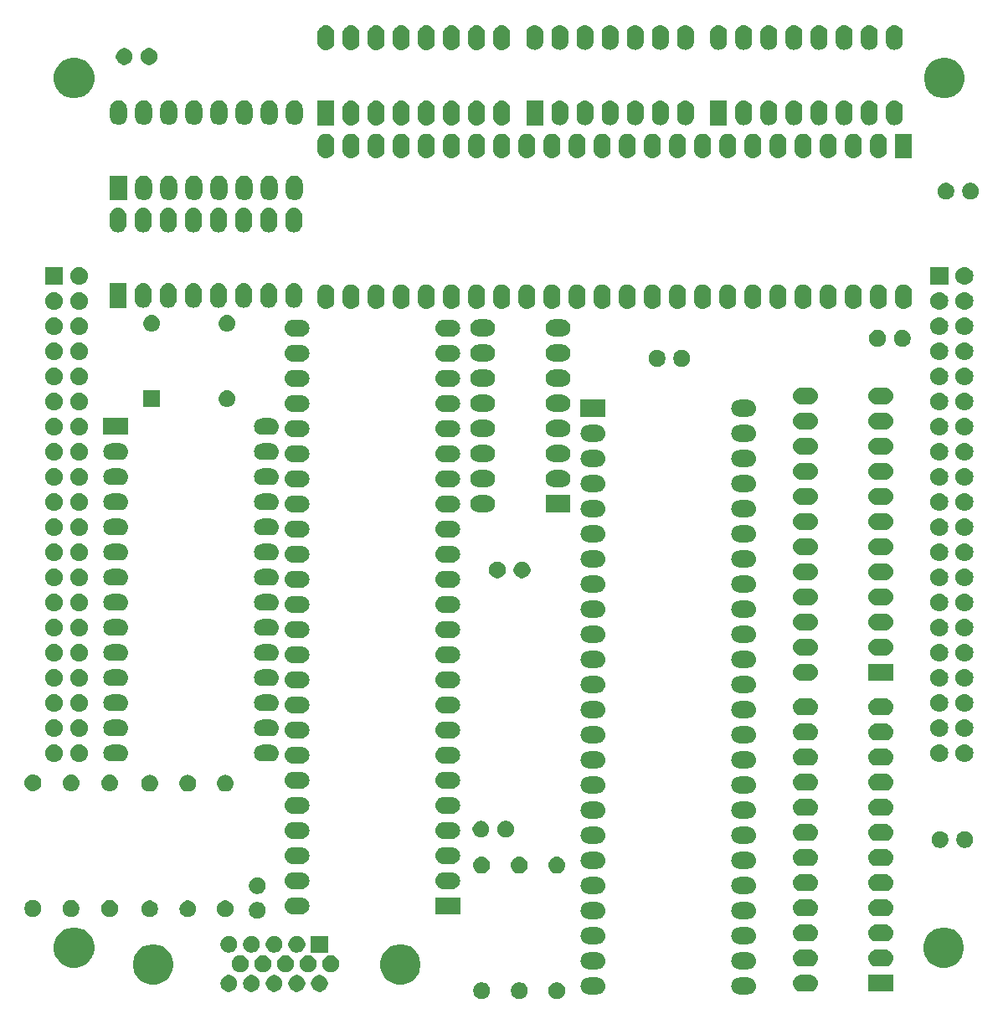
<source format=gbr>
G04 #@! TF.GenerationSoftware,KiCad,Pcbnew,(5.1.4)-1*
G04 #@! TF.CreationDate,2022-07-21T15:03:29-04:00*
G04 #@! TF.ProjectId,Layer3,4c617965-7233-42e6-9b69-6361645f7063,rev?*
G04 #@! TF.SameCoordinates,Original*
G04 #@! TF.FileFunction,Soldermask,Top*
G04 #@! TF.FilePolarity,Negative*
%FSLAX46Y46*%
G04 Gerber Fmt 4.6, Leading zero omitted, Abs format (unit mm)*
G04 Created by KiCad (PCBNEW (5.1.4)-1) date 2022-07-21 15:03:29*
%MOMM*%
%LPD*%
G04 APERTURE LIST*
%ADD10C,0.100000*%
G04 APERTURE END LIST*
D10*
G36*
X83509428Y-124657703D02*
G01*
X83664300Y-124721853D01*
X83803681Y-124814985D01*
X83922215Y-124933519D01*
X84015347Y-125072900D01*
X84079497Y-125227772D01*
X84112200Y-125392184D01*
X84112200Y-125559816D01*
X84079497Y-125724228D01*
X84015347Y-125879100D01*
X83922215Y-126018481D01*
X83803681Y-126137015D01*
X83664300Y-126230147D01*
X83509428Y-126294297D01*
X83345016Y-126327000D01*
X83177384Y-126327000D01*
X83012972Y-126294297D01*
X82858100Y-126230147D01*
X82718719Y-126137015D01*
X82600185Y-126018481D01*
X82507053Y-125879100D01*
X82442903Y-125724228D01*
X82410200Y-125559816D01*
X82410200Y-125392184D01*
X82442903Y-125227772D01*
X82507053Y-125072900D01*
X82600185Y-124933519D01*
X82718719Y-124814985D01*
X82858100Y-124721853D01*
X83012972Y-124657703D01*
X83177384Y-124625000D01*
X83345016Y-124625000D01*
X83509428Y-124657703D01*
X83509428Y-124657703D01*
G37*
G36*
X79724828Y-124657703D02*
G01*
X79879700Y-124721853D01*
X80019081Y-124814985D01*
X80137615Y-124933519D01*
X80230747Y-125072900D01*
X80294897Y-125227772D01*
X80327600Y-125392184D01*
X80327600Y-125559816D01*
X80294897Y-125724228D01*
X80230747Y-125879100D01*
X80137615Y-126018481D01*
X80019081Y-126137015D01*
X79879700Y-126230147D01*
X79724828Y-126294297D01*
X79560416Y-126327000D01*
X79392784Y-126327000D01*
X79228372Y-126294297D01*
X79073500Y-126230147D01*
X78934119Y-126137015D01*
X78815585Y-126018481D01*
X78722453Y-125879100D01*
X78658303Y-125724228D01*
X78625600Y-125559816D01*
X78625600Y-125392184D01*
X78658303Y-125227772D01*
X78722453Y-125072900D01*
X78815585Y-124933519D01*
X78934119Y-124814985D01*
X79073500Y-124721853D01*
X79228372Y-124657703D01*
X79392784Y-124625000D01*
X79560416Y-124625000D01*
X79724828Y-124657703D01*
X79724828Y-124657703D01*
G37*
G36*
X75914828Y-124657703D02*
G01*
X76069700Y-124721853D01*
X76209081Y-124814985D01*
X76327615Y-124933519D01*
X76420747Y-125072900D01*
X76484897Y-125227772D01*
X76517600Y-125392184D01*
X76517600Y-125559816D01*
X76484897Y-125724228D01*
X76420747Y-125879100D01*
X76327615Y-126018481D01*
X76209081Y-126137015D01*
X76069700Y-126230147D01*
X75914828Y-126294297D01*
X75750416Y-126327000D01*
X75582784Y-126327000D01*
X75418372Y-126294297D01*
X75263500Y-126230147D01*
X75124119Y-126137015D01*
X75005585Y-126018481D01*
X74912453Y-125879100D01*
X74848303Y-125724228D01*
X74815600Y-125559816D01*
X74815600Y-125392184D01*
X74848303Y-125227772D01*
X74912453Y-125072900D01*
X75005585Y-124933519D01*
X75124119Y-124814985D01*
X75263500Y-124721853D01*
X75418372Y-124657703D01*
X75582784Y-124625000D01*
X75750416Y-124625000D01*
X75914828Y-124657703D01*
X75914828Y-124657703D01*
G37*
G36*
X102725623Y-124154713D02*
G01*
X102886042Y-124203376D01*
X103018706Y-124274286D01*
X103033878Y-124282396D01*
X103163459Y-124388741D01*
X103269804Y-124518322D01*
X103269805Y-124518324D01*
X103348824Y-124666158D01*
X103397487Y-124826577D01*
X103413917Y-124993400D01*
X103397487Y-125160223D01*
X103348824Y-125320642D01*
X103310584Y-125392184D01*
X103269804Y-125468478D01*
X103163459Y-125598059D01*
X103033878Y-125704404D01*
X103033876Y-125704405D01*
X102886042Y-125783424D01*
X102725623Y-125832087D01*
X102600604Y-125844400D01*
X101716996Y-125844400D01*
X101591977Y-125832087D01*
X101431558Y-125783424D01*
X101283724Y-125704405D01*
X101283722Y-125704404D01*
X101154141Y-125598059D01*
X101047796Y-125468478D01*
X101007016Y-125392184D01*
X100968776Y-125320642D01*
X100920113Y-125160223D01*
X100903683Y-124993400D01*
X100920113Y-124826577D01*
X100968776Y-124666158D01*
X101047795Y-124518324D01*
X101047796Y-124518322D01*
X101154141Y-124388741D01*
X101283722Y-124282396D01*
X101298894Y-124274286D01*
X101431558Y-124203376D01*
X101591977Y-124154713D01*
X101716996Y-124142400D01*
X102600604Y-124142400D01*
X102725623Y-124154713D01*
X102725623Y-124154713D01*
G37*
G36*
X87485623Y-124154713D02*
G01*
X87646042Y-124203376D01*
X87778706Y-124274286D01*
X87793878Y-124282396D01*
X87923459Y-124388741D01*
X88029804Y-124518322D01*
X88029805Y-124518324D01*
X88108824Y-124666158D01*
X88157487Y-124826577D01*
X88173917Y-124993400D01*
X88157487Y-125160223D01*
X88108824Y-125320642D01*
X88070584Y-125392184D01*
X88029804Y-125468478D01*
X87923459Y-125598059D01*
X87793878Y-125704404D01*
X87793876Y-125704405D01*
X87646042Y-125783424D01*
X87485623Y-125832087D01*
X87360604Y-125844400D01*
X86476996Y-125844400D01*
X86351977Y-125832087D01*
X86191558Y-125783424D01*
X86043724Y-125704405D01*
X86043722Y-125704404D01*
X85914141Y-125598059D01*
X85807796Y-125468478D01*
X85767016Y-125392184D01*
X85728776Y-125320642D01*
X85680113Y-125160223D01*
X85663683Y-124993400D01*
X85680113Y-124826577D01*
X85728776Y-124666158D01*
X85807795Y-124518324D01*
X85807796Y-124518322D01*
X85914141Y-124388741D01*
X86043722Y-124282396D01*
X86058894Y-124274286D01*
X86191558Y-124203376D01*
X86351977Y-124154713D01*
X86476996Y-124142400D01*
X87360604Y-124142400D01*
X87485623Y-124154713D01*
X87485623Y-124154713D01*
G37*
G36*
X57216428Y-123918703D02*
G01*
X57371300Y-123982853D01*
X57510681Y-124075985D01*
X57629215Y-124194519D01*
X57722347Y-124333900D01*
X57786497Y-124488772D01*
X57819200Y-124653184D01*
X57819200Y-124820816D01*
X57786497Y-124985228D01*
X57722347Y-125140100D01*
X57629215Y-125279481D01*
X57510681Y-125398015D01*
X57371300Y-125491147D01*
X57216428Y-125555297D01*
X57052016Y-125588000D01*
X56884384Y-125588000D01*
X56719972Y-125555297D01*
X56565100Y-125491147D01*
X56425719Y-125398015D01*
X56307185Y-125279481D01*
X56214053Y-125140100D01*
X56149903Y-124985228D01*
X56117200Y-124820816D01*
X56117200Y-124653184D01*
X56149903Y-124488772D01*
X56214053Y-124333900D01*
X56307185Y-124194519D01*
X56425719Y-124075985D01*
X56565100Y-123982853D01*
X56719972Y-123918703D01*
X56884384Y-123886000D01*
X57052016Y-123886000D01*
X57216428Y-123918703D01*
X57216428Y-123918703D01*
G37*
G36*
X50346428Y-123918703D02*
G01*
X50501300Y-123982853D01*
X50640681Y-124075985D01*
X50759215Y-124194519D01*
X50852347Y-124333900D01*
X50916497Y-124488772D01*
X50949200Y-124653184D01*
X50949200Y-124820816D01*
X50916497Y-124985228D01*
X50852347Y-125140100D01*
X50759215Y-125279481D01*
X50640681Y-125398015D01*
X50501300Y-125491147D01*
X50346428Y-125555297D01*
X50182016Y-125588000D01*
X50014384Y-125588000D01*
X49849972Y-125555297D01*
X49695100Y-125491147D01*
X49555719Y-125398015D01*
X49437185Y-125279481D01*
X49344053Y-125140100D01*
X49279903Y-124985228D01*
X49247200Y-124820816D01*
X49247200Y-124653184D01*
X49279903Y-124488772D01*
X49344053Y-124333900D01*
X49437185Y-124194519D01*
X49555719Y-124075985D01*
X49695100Y-123982853D01*
X49849972Y-123918703D01*
X50014384Y-123886000D01*
X50182016Y-123886000D01*
X50346428Y-123918703D01*
X50346428Y-123918703D01*
G37*
G36*
X52636428Y-123918703D02*
G01*
X52791300Y-123982853D01*
X52930681Y-124075985D01*
X53049215Y-124194519D01*
X53142347Y-124333900D01*
X53206497Y-124488772D01*
X53239200Y-124653184D01*
X53239200Y-124820816D01*
X53206497Y-124985228D01*
X53142347Y-125140100D01*
X53049215Y-125279481D01*
X52930681Y-125398015D01*
X52791300Y-125491147D01*
X52636428Y-125555297D01*
X52472016Y-125588000D01*
X52304384Y-125588000D01*
X52139972Y-125555297D01*
X51985100Y-125491147D01*
X51845719Y-125398015D01*
X51727185Y-125279481D01*
X51634053Y-125140100D01*
X51569903Y-124985228D01*
X51537200Y-124820816D01*
X51537200Y-124653184D01*
X51569903Y-124488772D01*
X51634053Y-124333900D01*
X51727185Y-124194519D01*
X51845719Y-124075985D01*
X51985100Y-123982853D01*
X52139972Y-123918703D01*
X52304384Y-123886000D01*
X52472016Y-123886000D01*
X52636428Y-123918703D01*
X52636428Y-123918703D01*
G37*
G36*
X59506428Y-123918703D02*
G01*
X59661300Y-123982853D01*
X59800681Y-124075985D01*
X59919215Y-124194519D01*
X60012347Y-124333900D01*
X60076497Y-124488772D01*
X60109200Y-124653184D01*
X60109200Y-124820816D01*
X60076497Y-124985228D01*
X60012347Y-125140100D01*
X59919215Y-125279481D01*
X59800681Y-125398015D01*
X59661300Y-125491147D01*
X59506428Y-125555297D01*
X59342016Y-125588000D01*
X59174384Y-125588000D01*
X59009972Y-125555297D01*
X58855100Y-125491147D01*
X58715719Y-125398015D01*
X58597185Y-125279481D01*
X58504053Y-125140100D01*
X58439903Y-124985228D01*
X58407200Y-124820816D01*
X58407200Y-124653184D01*
X58439903Y-124488772D01*
X58504053Y-124333900D01*
X58597185Y-124194519D01*
X58715719Y-124075985D01*
X58855100Y-123982853D01*
X59009972Y-123918703D01*
X59174384Y-123886000D01*
X59342016Y-123886000D01*
X59506428Y-123918703D01*
X59506428Y-123918703D01*
G37*
G36*
X54926428Y-123918703D02*
G01*
X55081300Y-123982853D01*
X55220681Y-124075985D01*
X55339215Y-124194519D01*
X55432347Y-124333900D01*
X55496497Y-124488772D01*
X55529200Y-124653184D01*
X55529200Y-124820816D01*
X55496497Y-124985228D01*
X55432347Y-125140100D01*
X55339215Y-125279481D01*
X55220681Y-125398015D01*
X55081300Y-125491147D01*
X54926428Y-125555297D01*
X54762016Y-125588000D01*
X54594384Y-125588000D01*
X54429972Y-125555297D01*
X54275100Y-125491147D01*
X54135719Y-125398015D01*
X54017185Y-125279481D01*
X53924053Y-125140100D01*
X53859903Y-124985228D01*
X53827200Y-124820816D01*
X53827200Y-124653184D01*
X53859903Y-124488772D01*
X53924053Y-124333900D01*
X54017185Y-124194519D01*
X54135719Y-124075985D01*
X54275100Y-123982853D01*
X54429972Y-123918703D01*
X54594384Y-123886000D01*
X54762016Y-123886000D01*
X54926428Y-123918703D01*
X54926428Y-123918703D01*
G37*
G36*
X117278200Y-125565000D02*
G01*
X114776200Y-125565000D01*
X114776200Y-123863000D01*
X117278200Y-123863000D01*
X117278200Y-125565000D01*
X117278200Y-125565000D01*
G37*
G36*
X108974023Y-123875313D02*
G01*
X109104580Y-123914917D01*
X109117060Y-123918703D01*
X109134442Y-123923976D01*
X109244591Y-123982852D01*
X109282278Y-124002996D01*
X109411859Y-124109341D01*
X109518204Y-124238922D01*
X109518205Y-124238924D01*
X109597224Y-124386758D01*
X109645887Y-124547177D01*
X109662317Y-124714000D01*
X109645887Y-124880823D01*
X109597224Y-125041242D01*
X109544385Y-125140097D01*
X109518204Y-125189078D01*
X109411859Y-125318659D01*
X109282278Y-125425004D01*
X109282276Y-125425005D01*
X109134442Y-125504024D01*
X108974023Y-125552687D01*
X108849004Y-125565000D01*
X107965396Y-125565000D01*
X107840377Y-125552687D01*
X107679958Y-125504024D01*
X107532124Y-125425005D01*
X107532122Y-125425004D01*
X107402541Y-125318659D01*
X107296196Y-125189078D01*
X107270015Y-125140097D01*
X107217176Y-125041242D01*
X107168513Y-124880823D01*
X107152083Y-124714000D01*
X107168513Y-124547177D01*
X107217176Y-124386758D01*
X107296195Y-124238924D01*
X107296196Y-124238922D01*
X107402541Y-124109341D01*
X107532122Y-124002996D01*
X107569809Y-123982852D01*
X107679958Y-123923976D01*
X107697341Y-123918703D01*
X107709820Y-123914917D01*
X107840377Y-123875313D01*
X107965396Y-123863000D01*
X108849004Y-123863000D01*
X108974023Y-123875313D01*
X108974023Y-123875313D01*
G37*
G36*
X43041454Y-120854818D02*
G01*
X43414711Y-121009426D01*
X43414713Y-121009427D01*
X43750636Y-121233884D01*
X44036316Y-121519564D01*
X44132408Y-121663375D01*
X44260774Y-121855489D01*
X44415382Y-122228746D01*
X44494200Y-122624993D01*
X44494200Y-123029007D01*
X44415382Y-123425254D01*
X44353233Y-123575295D01*
X44260773Y-123798513D01*
X44036316Y-124134436D01*
X43750636Y-124420116D01*
X43414713Y-124644573D01*
X43414712Y-124644574D01*
X43414711Y-124644574D01*
X43041454Y-124799182D01*
X42645207Y-124878000D01*
X42241193Y-124878000D01*
X41844946Y-124799182D01*
X41471689Y-124644574D01*
X41471688Y-124644574D01*
X41471687Y-124644573D01*
X41135764Y-124420116D01*
X40850084Y-124134436D01*
X40625627Y-123798513D01*
X40533167Y-123575295D01*
X40471018Y-123425254D01*
X40392200Y-123029007D01*
X40392200Y-122624993D01*
X40471018Y-122228746D01*
X40625626Y-121855489D01*
X40753993Y-121663375D01*
X40850084Y-121519564D01*
X41135764Y-121233884D01*
X41471687Y-121009427D01*
X41471689Y-121009426D01*
X41844946Y-120854818D01*
X42241193Y-120776000D01*
X42645207Y-120776000D01*
X43041454Y-120854818D01*
X43041454Y-120854818D01*
G37*
G36*
X68041454Y-120854818D02*
G01*
X68414711Y-121009426D01*
X68414713Y-121009427D01*
X68750636Y-121233884D01*
X69036316Y-121519564D01*
X69132408Y-121663375D01*
X69260774Y-121855489D01*
X69415382Y-122228746D01*
X69494200Y-122624993D01*
X69494200Y-123029007D01*
X69415382Y-123425254D01*
X69353233Y-123575295D01*
X69260773Y-123798513D01*
X69036316Y-124134436D01*
X68750636Y-124420116D01*
X68414713Y-124644573D01*
X68414712Y-124644574D01*
X68414711Y-124644574D01*
X68041454Y-124799182D01*
X67645207Y-124878000D01*
X67241193Y-124878000D01*
X66844946Y-124799182D01*
X66471689Y-124644574D01*
X66471688Y-124644574D01*
X66471687Y-124644573D01*
X66135764Y-124420116D01*
X65850084Y-124134436D01*
X65625627Y-123798513D01*
X65533167Y-123575295D01*
X65471018Y-123425254D01*
X65392200Y-123029007D01*
X65392200Y-122624993D01*
X65471018Y-122228746D01*
X65625626Y-121855489D01*
X65753993Y-121663375D01*
X65850084Y-121519564D01*
X66135764Y-121233884D01*
X66471687Y-121009427D01*
X66471689Y-121009426D01*
X66844946Y-120854818D01*
X67241193Y-120776000D01*
X67645207Y-120776000D01*
X68041454Y-120854818D01*
X68041454Y-120854818D01*
G37*
G36*
X51491428Y-121938703D02*
G01*
X51646300Y-122002853D01*
X51785681Y-122095985D01*
X51904215Y-122214519D01*
X51997347Y-122353900D01*
X52061497Y-122508772D01*
X52094200Y-122673184D01*
X52094200Y-122840816D01*
X52061497Y-123005228D01*
X51997347Y-123160100D01*
X51904215Y-123299481D01*
X51785681Y-123418015D01*
X51646300Y-123511147D01*
X51491428Y-123575297D01*
X51327016Y-123608000D01*
X51159384Y-123608000D01*
X50994972Y-123575297D01*
X50840100Y-123511147D01*
X50700719Y-123418015D01*
X50582185Y-123299481D01*
X50489053Y-123160100D01*
X50424903Y-123005228D01*
X50392200Y-122840816D01*
X50392200Y-122673184D01*
X50424903Y-122508772D01*
X50489053Y-122353900D01*
X50582185Y-122214519D01*
X50700719Y-122095985D01*
X50840100Y-122002853D01*
X50994972Y-121938703D01*
X51159384Y-121906000D01*
X51327016Y-121906000D01*
X51491428Y-121938703D01*
X51491428Y-121938703D01*
G37*
G36*
X60651428Y-121938703D02*
G01*
X60806300Y-122002853D01*
X60945681Y-122095985D01*
X61064215Y-122214519D01*
X61157347Y-122353900D01*
X61221497Y-122508772D01*
X61254200Y-122673184D01*
X61254200Y-122840816D01*
X61221497Y-123005228D01*
X61157347Y-123160100D01*
X61064215Y-123299481D01*
X60945681Y-123418015D01*
X60806300Y-123511147D01*
X60651428Y-123575297D01*
X60487016Y-123608000D01*
X60319384Y-123608000D01*
X60154972Y-123575297D01*
X60000100Y-123511147D01*
X59860719Y-123418015D01*
X59742185Y-123299481D01*
X59649053Y-123160100D01*
X59584903Y-123005228D01*
X59552200Y-122840816D01*
X59552200Y-122673184D01*
X59584903Y-122508772D01*
X59649053Y-122353900D01*
X59742185Y-122214519D01*
X59860719Y-122095985D01*
X60000100Y-122002853D01*
X60154972Y-121938703D01*
X60319384Y-121906000D01*
X60487016Y-121906000D01*
X60651428Y-121938703D01*
X60651428Y-121938703D01*
G37*
G36*
X58361428Y-121938703D02*
G01*
X58516300Y-122002853D01*
X58655681Y-122095985D01*
X58774215Y-122214519D01*
X58867347Y-122353900D01*
X58931497Y-122508772D01*
X58964200Y-122673184D01*
X58964200Y-122840816D01*
X58931497Y-123005228D01*
X58867347Y-123160100D01*
X58774215Y-123299481D01*
X58655681Y-123418015D01*
X58516300Y-123511147D01*
X58361428Y-123575297D01*
X58197016Y-123608000D01*
X58029384Y-123608000D01*
X57864972Y-123575297D01*
X57710100Y-123511147D01*
X57570719Y-123418015D01*
X57452185Y-123299481D01*
X57359053Y-123160100D01*
X57294903Y-123005228D01*
X57262200Y-122840816D01*
X57262200Y-122673184D01*
X57294903Y-122508772D01*
X57359053Y-122353900D01*
X57452185Y-122214519D01*
X57570719Y-122095985D01*
X57710100Y-122002853D01*
X57864972Y-121938703D01*
X58029384Y-121906000D01*
X58197016Y-121906000D01*
X58361428Y-121938703D01*
X58361428Y-121938703D01*
G37*
G36*
X56071428Y-121938703D02*
G01*
X56226300Y-122002853D01*
X56365681Y-122095985D01*
X56484215Y-122214519D01*
X56577347Y-122353900D01*
X56641497Y-122508772D01*
X56674200Y-122673184D01*
X56674200Y-122840816D01*
X56641497Y-123005228D01*
X56577347Y-123160100D01*
X56484215Y-123299481D01*
X56365681Y-123418015D01*
X56226300Y-123511147D01*
X56071428Y-123575297D01*
X55907016Y-123608000D01*
X55739384Y-123608000D01*
X55574972Y-123575297D01*
X55420100Y-123511147D01*
X55280719Y-123418015D01*
X55162185Y-123299481D01*
X55069053Y-123160100D01*
X55004903Y-123005228D01*
X54972200Y-122840816D01*
X54972200Y-122673184D01*
X55004903Y-122508772D01*
X55069053Y-122353900D01*
X55162185Y-122214519D01*
X55280719Y-122095985D01*
X55420100Y-122002853D01*
X55574972Y-121938703D01*
X55739384Y-121906000D01*
X55907016Y-121906000D01*
X56071428Y-121938703D01*
X56071428Y-121938703D01*
G37*
G36*
X53781428Y-121938703D02*
G01*
X53936300Y-122002853D01*
X54075681Y-122095985D01*
X54194215Y-122214519D01*
X54287347Y-122353900D01*
X54351497Y-122508772D01*
X54384200Y-122673184D01*
X54384200Y-122840816D01*
X54351497Y-123005228D01*
X54287347Y-123160100D01*
X54194215Y-123299481D01*
X54075681Y-123418015D01*
X53936300Y-123511147D01*
X53781428Y-123575297D01*
X53617016Y-123608000D01*
X53449384Y-123608000D01*
X53284972Y-123575297D01*
X53130100Y-123511147D01*
X52990719Y-123418015D01*
X52872185Y-123299481D01*
X52779053Y-123160100D01*
X52714903Y-123005228D01*
X52682200Y-122840816D01*
X52682200Y-122673184D01*
X52714903Y-122508772D01*
X52779053Y-122353900D01*
X52872185Y-122214519D01*
X52990719Y-122095985D01*
X53130100Y-122002853D01*
X53284972Y-121938703D01*
X53449384Y-121906000D01*
X53617016Y-121906000D01*
X53781428Y-121938703D01*
X53781428Y-121938703D01*
G37*
G36*
X102725623Y-121614713D02*
G01*
X102886042Y-121663376D01*
X103012284Y-121730854D01*
X103033878Y-121742396D01*
X103163459Y-121848741D01*
X103269804Y-121978322D01*
X103269805Y-121978324D01*
X103348824Y-122126158D01*
X103397487Y-122286577D01*
X103413917Y-122453400D01*
X103397487Y-122620223D01*
X103348824Y-122780642D01*
X103316660Y-122840816D01*
X103269804Y-122928478D01*
X103163459Y-123058059D01*
X103033878Y-123164404D01*
X103033876Y-123164405D01*
X102886042Y-123243424D01*
X102725623Y-123292087D01*
X102600604Y-123304400D01*
X101716996Y-123304400D01*
X101591977Y-123292087D01*
X101431558Y-123243424D01*
X101283724Y-123164405D01*
X101283722Y-123164404D01*
X101154141Y-123058059D01*
X101047796Y-122928478D01*
X101000940Y-122840816D01*
X100968776Y-122780642D01*
X100920113Y-122620223D01*
X100903683Y-122453400D01*
X100920113Y-122286577D01*
X100968776Y-122126158D01*
X101047795Y-121978324D01*
X101047796Y-121978322D01*
X101154141Y-121848741D01*
X101283722Y-121742396D01*
X101305316Y-121730854D01*
X101431558Y-121663376D01*
X101591977Y-121614713D01*
X101716996Y-121602400D01*
X102600604Y-121602400D01*
X102725623Y-121614713D01*
X102725623Y-121614713D01*
G37*
G36*
X87485623Y-121614713D02*
G01*
X87646042Y-121663376D01*
X87772284Y-121730854D01*
X87793878Y-121742396D01*
X87923459Y-121848741D01*
X88029804Y-121978322D01*
X88029805Y-121978324D01*
X88108824Y-122126158D01*
X88157487Y-122286577D01*
X88173917Y-122453400D01*
X88157487Y-122620223D01*
X88108824Y-122780642D01*
X88076660Y-122840816D01*
X88029804Y-122928478D01*
X87923459Y-123058059D01*
X87793878Y-123164404D01*
X87793876Y-123164405D01*
X87646042Y-123243424D01*
X87485623Y-123292087D01*
X87360604Y-123304400D01*
X86476996Y-123304400D01*
X86351977Y-123292087D01*
X86191558Y-123243424D01*
X86043724Y-123164405D01*
X86043722Y-123164404D01*
X85914141Y-123058059D01*
X85807796Y-122928478D01*
X85760940Y-122840816D01*
X85728776Y-122780642D01*
X85680113Y-122620223D01*
X85663683Y-122453400D01*
X85680113Y-122286577D01*
X85728776Y-122126158D01*
X85807795Y-121978324D01*
X85807796Y-121978322D01*
X85914141Y-121848741D01*
X86043722Y-121742396D01*
X86065316Y-121730854D01*
X86191558Y-121663376D01*
X86351977Y-121614713D01*
X86476996Y-121602400D01*
X87360604Y-121602400D01*
X87485623Y-121614713D01*
X87485623Y-121614713D01*
G37*
G36*
X35040654Y-119160418D02*
G01*
X35413911Y-119315026D01*
X35413913Y-119315027D01*
X35749836Y-119539484D01*
X36035516Y-119825164D01*
X36229837Y-120115985D01*
X36259974Y-120161089D01*
X36414582Y-120534346D01*
X36493400Y-120930593D01*
X36493400Y-121334607D01*
X36414582Y-121730854D01*
X36301917Y-122002852D01*
X36259973Y-122104113D01*
X36035516Y-122440036D01*
X35749836Y-122725716D01*
X35413913Y-122950173D01*
X35413912Y-122950174D01*
X35413911Y-122950174D01*
X35040654Y-123104782D01*
X34644407Y-123183600D01*
X34240393Y-123183600D01*
X33844146Y-123104782D01*
X33470889Y-122950174D01*
X33470888Y-122950174D01*
X33470887Y-122950173D01*
X33134964Y-122725716D01*
X32849284Y-122440036D01*
X32624827Y-122104113D01*
X32582883Y-122002852D01*
X32470218Y-121730854D01*
X32391400Y-121334607D01*
X32391400Y-120930593D01*
X32470218Y-120534346D01*
X32624826Y-120161089D01*
X32654964Y-120115985D01*
X32849284Y-119825164D01*
X33134964Y-119539484D01*
X33470887Y-119315027D01*
X33470889Y-119315026D01*
X33844146Y-119160418D01*
X34240393Y-119081600D01*
X34644407Y-119081600D01*
X35040654Y-119160418D01*
X35040654Y-119160418D01*
G37*
G36*
X122988154Y-119160418D02*
G01*
X123361411Y-119315026D01*
X123361413Y-119315027D01*
X123697336Y-119539484D01*
X123983016Y-119825164D01*
X124177337Y-120115985D01*
X124207474Y-120161089D01*
X124362082Y-120534346D01*
X124440900Y-120930593D01*
X124440900Y-121334607D01*
X124362082Y-121730854D01*
X124249417Y-122002852D01*
X124207473Y-122104113D01*
X123983016Y-122440036D01*
X123697336Y-122725716D01*
X123361413Y-122950173D01*
X123361412Y-122950174D01*
X123361411Y-122950174D01*
X122988154Y-123104782D01*
X122591907Y-123183600D01*
X122187893Y-123183600D01*
X121791646Y-123104782D01*
X121418389Y-122950174D01*
X121418388Y-122950174D01*
X121418387Y-122950173D01*
X121082464Y-122725716D01*
X120796784Y-122440036D01*
X120572327Y-122104113D01*
X120530383Y-122002852D01*
X120417718Y-121730854D01*
X120338900Y-121334607D01*
X120338900Y-120930593D01*
X120417718Y-120534346D01*
X120572326Y-120161089D01*
X120602464Y-120115985D01*
X120796784Y-119825164D01*
X121082464Y-119539484D01*
X121418387Y-119315027D01*
X121418389Y-119315026D01*
X121791646Y-119160418D01*
X122187893Y-119081600D01*
X122591907Y-119081600D01*
X122988154Y-119160418D01*
X122988154Y-119160418D01*
G37*
G36*
X108974023Y-121335313D02*
G01*
X109134442Y-121383976D01*
X109267106Y-121454886D01*
X109282278Y-121462996D01*
X109411859Y-121569341D01*
X109518204Y-121698922D01*
X109518205Y-121698924D01*
X109597224Y-121846758D01*
X109645887Y-122007177D01*
X109662317Y-122174000D01*
X109645887Y-122340823D01*
X109597224Y-122501242D01*
X109593199Y-122508772D01*
X109518204Y-122649078D01*
X109411859Y-122778659D01*
X109282278Y-122885004D01*
X109282276Y-122885005D01*
X109134442Y-122964024D01*
X108974023Y-123012687D01*
X108849004Y-123025000D01*
X107965396Y-123025000D01*
X107840377Y-123012687D01*
X107679958Y-122964024D01*
X107532124Y-122885005D01*
X107532122Y-122885004D01*
X107402541Y-122778659D01*
X107296196Y-122649078D01*
X107221201Y-122508772D01*
X107217176Y-122501242D01*
X107168513Y-122340823D01*
X107152083Y-122174000D01*
X107168513Y-122007177D01*
X107217176Y-121846758D01*
X107296195Y-121698924D01*
X107296196Y-121698922D01*
X107402541Y-121569341D01*
X107532122Y-121462996D01*
X107547294Y-121454886D01*
X107679958Y-121383976D01*
X107840377Y-121335313D01*
X107965396Y-121323000D01*
X108849004Y-121323000D01*
X108974023Y-121335313D01*
X108974023Y-121335313D01*
G37*
G36*
X116594023Y-121335313D02*
G01*
X116754442Y-121383976D01*
X116887106Y-121454886D01*
X116902278Y-121462996D01*
X117031859Y-121569341D01*
X117138204Y-121698922D01*
X117138205Y-121698924D01*
X117217224Y-121846758D01*
X117265887Y-122007177D01*
X117282317Y-122174000D01*
X117265887Y-122340823D01*
X117217224Y-122501242D01*
X117213199Y-122508772D01*
X117138204Y-122649078D01*
X117031859Y-122778659D01*
X116902278Y-122885004D01*
X116902276Y-122885005D01*
X116754442Y-122964024D01*
X116594023Y-123012687D01*
X116469004Y-123025000D01*
X115585396Y-123025000D01*
X115460377Y-123012687D01*
X115299958Y-122964024D01*
X115152124Y-122885005D01*
X115152122Y-122885004D01*
X115022541Y-122778659D01*
X114916196Y-122649078D01*
X114841201Y-122508772D01*
X114837176Y-122501242D01*
X114788513Y-122340823D01*
X114772083Y-122174000D01*
X114788513Y-122007177D01*
X114837176Y-121846758D01*
X114916195Y-121698924D01*
X114916196Y-121698922D01*
X115022541Y-121569341D01*
X115152122Y-121462996D01*
X115167294Y-121454886D01*
X115299958Y-121383976D01*
X115460377Y-121335313D01*
X115585396Y-121323000D01*
X116469004Y-121323000D01*
X116594023Y-121335313D01*
X116594023Y-121335313D01*
G37*
G36*
X60109200Y-121628000D02*
G01*
X58407200Y-121628000D01*
X58407200Y-119926000D01*
X60109200Y-119926000D01*
X60109200Y-121628000D01*
X60109200Y-121628000D01*
G37*
G36*
X50346428Y-119958703D02*
G01*
X50501300Y-120022853D01*
X50640681Y-120115985D01*
X50759215Y-120234519D01*
X50852347Y-120373900D01*
X50916497Y-120528772D01*
X50949200Y-120693184D01*
X50949200Y-120860816D01*
X50916497Y-121025228D01*
X50852347Y-121180100D01*
X50759215Y-121319481D01*
X50640681Y-121438015D01*
X50501300Y-121531147D01*
X50346428Y-121595297D01*
X50182016Y-121628000D01*
X50014384Y-121628000D01*
X49849972Y-121595297D01*
X49695100Y-121531147D01*
X49555719Y-121438015D01*
X49437185Y-121319481D01*
X49344053Y-121180100D01*
X49279903Y-121025228D01*
X49247200Y-120860816D01*
X49247200Y-120693184D01*
X49279903Y-120528772D01*
X49344053Y-120373900D01*
X49437185Y-120234519D01*
X49555719Y-120115985D01*
X49695100Y-120022853D01*
X49849972Y-119958703D01*
X50014384Y-119926000D01*
X50182016Y-119926000D01*
X50346428Y-119958703D01*
X50346428Y-119958703D01*
G37*
G36*
X52636428Y-119958703D02*
G01*
X52791300Y-120022853D01*
X52930681Y-120115985D01*
X53049215Y-120234519D01*
X53142347Y-120373900D01*
X53206497Y-120528772D01*
X53239200Y-120693184D01*
X53239200Y-120860816D01*
X53206497Y-121025228D01*
X53142347Y-121180100D01*
X53049215Y-121319481D01*
X52930681Y-121438015D01*
X52791300Y-121531147D01*
X52636428Y-121595297D01*
X52472016Y-121628000D01*
X52304384Y-121628000D01*
X52139972Y-121595297D01*
X51985100Y-121531147D01*
X51845719Y-121438015D01*
X51727185Y-121319481D01*
X51634053Y-121180100D01*
X51569903Y-121025228D01*
X51537200Y-120860816D01*
X51537200Y-120693184D01*
X51569903Y-120528772D01*
X51634053Y-120373900D01*
X51727185Y-120234519D01*
X51845719Y-120115985D01*
X51985100Y-120022853D01*
X52139972Y-119958703D01*
X52304384Y-119926000D01*
X52472016Y-119926000D01*
X52636428Y-119958703D01*
X52636428Y-119958703D01*
G37*
G36*
X54926428Y-119958703D02*
G01*
X55081300Y-120022853D01*
X55220681Y-120115985D01*
X55339215Y-120234519D01*
X55432347Y-120373900D01*
X55496497Y-120528772D01*
X55529200Y-120693184D01*
X55529200Y-120860816D01*
X55496497Y-121025228D01*
X55432347Y-121180100D01*
X55339215Y-121319481D01*
X55220681Y-121438015D01*
X55081300Y-121531147D01*
X54926428Y-121595297D01*
X54762016Y-121628000D01*
X54594384Y-121628000D01*
X54429972Y-121595297D01*
X54275100Y-121531147D01*
X54135719Y-121438015D01*
X54017185Y-121319481D01*
X53924053Y-121180100D01*
X53859903Y-121025228D01*
X53827200Y-120860816D01*
X53827200Y-120693184D01*
X53859903Y-120528772D01*
X53924053Y-120373900D01*
X54017185Y-120234519D01*
X54135719Y-120115985D01*
X54275100Y-120022853D01*
X54429972Y-119958703D01*
X54594384Y-119926000D01*
X54762016Y-119926000D01*
X54926428Y-119958703D01*
X54926428Y-119958703D01*
G37*
G36*
X57216428Y-119958703D02*
G01*
X57371300Y-120022853D01*
X57510681Y-120115985D01*
X57629215Y-120234519D01*
X57722347Y-120373900D01*
X57786497Y-120528772D01*
X57819200Y-120693184D01*
X57819200Y-120860816D01*
X57786497Y-121025228D01*
X57722347Y-121180100D01*
X57629215Y-121319481D01*
X57510681Y-121438015D01*
X57371300Y-121531147D01*
X57216428Y-121595297D01*
X57052016Y-121628000D01*
X56884384Y-121628000D01*
X56719972Y-121595297D01*
X56565100Y-121531147D01*
X56425719Y-121438015D01*
X56307185Y-121319481D01*
X56214053Y-121180100D01*
X56149903Y-121025228D01*
X56117200Y-120860816D01*
X56117200Y-120693184D01*
X56149903Y-120528772D01*
X56214053Y-120373900D01*
X56307185Y-120234519D01*
X56425719Y-120115985D01*
X56565100Y-120022853D01*
X56719972Y-119958703D01*
X56884384Y-119926000D01*
X57052016Y-119926000D01*
X57216428Y-119958703D01*
X57216428Y-119958703D01*
G37*
G36*
X87485623Y-119074713D02*
G01*
X87646042Y-119123376D01*
X87778706Y-119194286D01*
X87793878Y-119202396D01*
X87923459Y-119308741D01*
X88029804Y-119438322D01*
X88029805Y-119438324D01*
X88108824Y-119586158D01*
X88157487Y-119746577D01*
X88173917Y-119913400D01*
X88157487Y-120080223D01*
X88108824Y-120240642D01*
X88053041Y-120345004D01*
X88029804Y-120388478D01*
X87923459Y-120518059D01*
X87793878Y-120624404D01*
X87793876Y-120624405D01*
X87646042Y-120703424D01*
X87485623Y-120752087D01*
X87360604Y-120764400D01*
X86476996Y-120764400D01*
X86351977Y-120752087D01*
X86191558Y-120703424D01*
X86043724Y-120624405D01*
X86043722Y-120624404D01*
X85914141Y-120518059D01*
X85807796Y-120388478D01*
X85784559Y-120345004D01*
X85728776Y-120240642D01*
X85680113Y-120080223D01*
X85663683Y-119913400D01*
X85680113Y-119746577D01*
X85728776Y-119586158D01*
X85807795Y-119438324D01*
X85807796Y-119438322D01*
X85914141Y-119308741D01*
X86043722Y-119202396D01*
X86058894Y-119194286D01*
X86191558Y-119123376D01*
X86351977Y-119074713D01*
X86476996Y-119062400D01*
X87360604Y-119062400D01*
X87485623Y-119074713D01*
X87485623Y-119074713D01*
G37*
G36*
X102725623Y-119074713D02*
G01*
X102886042Y-119123376D01*
X103018706Y-119194286D01*
X103033878Y-119202396D01*
X103163459Y-119308741D01*
X103269804Y-119438322D01*
X103269805Y-119438324D01*
X103348824Y-119586158D01*
X103397487Y-119746577D01*
X103413917Y-119913400D01*
X103397487Y-120080223D01*
X103348824Y-120240642D01*
X103293041Y-120345004D01*
X103269804Y-120388478D01*
X103163459Y-120518059D01*
X103033878Y-120624404D01*
X103033876Y-120624405D01*
X102886042Y-120703424D01*
X102725623Y-120752087D01*
X102600604Y-120764400D01*
X101716996Y-120764400D01*
X101591977Y-120752087D01*
X101431558Y-120703424D01*
X101283724Y-120624405D01*
X101283722Y-120624404D01*
X101154141Y-120518059D01*
X101047796Y-120388478D01*
X101024559Y-120345004D01*
X100968776Y-120240642D01*
X100920113Y-120080223D01*
X100903683Y-119913400D01*
X100920113Y-119746577D01*
X100968776Y-119586158D01*
X101047795Y-119438324D01*
X101047796Y-119438322D01*
X101154141Y-119308741D01*
X101283722Y-119202396D01*
X101298894Y-119194286D01*
X101431558Y-119123376D01*
X101591977Y-119074713D01*
X101716996Y-119062400D01*
X102600604Y-119062400D01*
X102725623Y-119074713D01*
X102725623Y-119074713D01*
G37*
G36*
X116594023Y-118795313D02*
G01*
X116754442Y-118843976D01*
X116887106Y-118914886D01*
X116902278Y-118922996D01*
X117031859Y-119029341D01*
X117138204Y-119158922D01*
X117138205Y-119158924D01*
X117217224Y-119306758D01*
X117265887Y-119467177D01*
X117282317Y-119634000D01*
X117265887Y-119800823D01*
X117217224Y-119961242D01*
X117184292Y-120022853D01*
X117138204Y-120109078D01*
X117031859Y-120238659D01*
X116902278Y-120345004D01*
X116902276Y-120345005D01*
X116754442Y-120424024D01*
X116594023Y-120472687D01*
X116469004Y-120485000D01*
X115585396Y-120485000D01*
X115460377Y-120472687D01*
X115299958Y-120424024D01*
X115152124Y-120345005D01*
X115152122Y-120345004D01*
X115022541Y-120238659D01*
X114916196Y-120109078D01*
X114870108Y-120022853D01*
X114837176Y-119961242D01*
X114788513Y-119800823D01*
X114772083Y-119634000D01*
X114788513Y-119467177D01*
X114837176Y-119306758D01*
X114916195Y-119158924D01*
X114916196Y-119158922D01*
X115022541Y-119029341D01*
X115152122Y-118922996D01*
X115167294Y-118914886D01*
X115299958Y-118843976D01*
X115460377Y-118795313D01*
X115585396Y-118783000D01*
X116469004Y-118783000D01*
X116594023Y-118795313D01*
X116594023Y-118795313D01*
G37*
G36*
X108974023Y-118795313D02*
G01*
X109134442Y-118843976D01*
X109267106Y-118914886D01*
X109282278Y-118922996D01*
X109411859Y-119029341D01*
X109518204Y-119158922D01*
X109518205Y-119158924D01*
X109597224Y-119306758D01*
X109645887Y-119467177D01*
X109662317Y-119634000D01*
X109645887Y-119800823D01*
X109597224Y-119961242D01*
X109564292Y-120022853D01*
X109518204Y-120109078D01*
X109411859Y-120238659D01*
X109282278Y-120345004D01*
X109282276Y-120345005D01*
X109134442Y-120424024D01*
X108974023Y-120472687D01*
X108849004Y-120485000D01*
X107965396Y-120485000D01*
X107840377Y-120472687D01*
X107679958Y-120424024D01*
X107532124Y-120345005D01*
X107532122Y-120345004D01*
X107402541Y-120238659D01*
X107296196Y-120109078D01*
X107250108Y-120022853D01*
X107217176Y-119961242D01*
X107168513Y-119800823D01*
X107152083Y-119634000D01*
X107168513Y-119467177D01*
X107217176Y-119306758D01*
X107296195Y-119158924D01*
X107296196Y-119158922D01*
X107402541Y-119029341D01*
X107532122Y-118922996D01*
X107547294Y-118914886D01*
X107679958Y-118843976D01*
X107840377Y-118795313D01*
X107965396Y-118783000D01*
X108849004Y-118783000D01*
X108974023Y-118795313D01*
X108974023Y-118795313D01*
G37*
G36*
X102725623Y-116534713D02*
G01*
X102886042Y-116583376D01*
X103016522Y-116653119D01*
X103033878Y-116662396D01*
X103163459Y-116768741D01*
X103269804Y-116898322D01*
X103269805Y-116898324D01*
X103348824Y-117046158D01*
X103348825Y-117046161D01*
X103353322Y-117060985D01*
X103397487Y-117206577D01*
X103413917Y-117373400D01*
X103397487Y-117540223D01*
X103397486Y-117540225D01*
X103354836Y-117680825D01*
X103348824Y-117700642D01*
X103293041Y-117805004D01*
X103269804Y-117848478D01*
X103163459Y-117978059D01*
X103033878Y-118084404D01*
X103033876Y-118084405D01*
X102886042Y-118163424D01*
X102725623Y-118212087D01*
X102600604Y-118224400D01*
X101716996Y-118224400D01*
X101591977Y-118212087D01*
X101431558Y-118163424D01*
X101283724Y-118084405D01*
X101283722Y-118084404D01*
X101154141Y-117978059D01*
X101047796Y-117848478D01*
X101024559Y-117805004D01*
X100968776Y-117700642D01*
X100962765Y-117680825D01*
X100920114Y-117540225D01*
X100920113Y-117540223D01*
X100903683Y-117373400D01*
X100920113Y-117206577D01*
X100964278Y-117060985D01*
X100968775Y-117046161D01*
X100968776Y-117046158D01*
X101047795Y-116898324D01*
X101047796Y-116898322D01*
X101154141Y-116768741D01*
X101283722Y-116662396D01*
X101301078Y-116653119D01*
X101431558Y-116583376D01*
X101591977Y-116534713D01*
X101716996Y-116522400D01*
X102600604Y-116522400D01*
X102725623Y-116534713D01*
X102725623Y-116534713D01*
G37*
G36*
X87485623Y-116534713D02*
G01*
X87646042Y-116583376D01*
X87776522Y-116653119D01*
X87793878Y-116662396D01*
X87923459Y-116768741D01*
X88029804Y-116898322D01*
X88029805Y-116898324D01*
X88108824Y-117046158D01*
X88108825Y-117046161D01*
X88113322Y-117060985D01*
X88157487Y-117206577D01*
X88173917Y-117373400D01*
X88157487Y-117540223D01*
X88157486Y-117540225D01*
X88114836Y-117680825D01*
X88108824Y-117700642D01*
X88053041Y-117805004D01*
X88029804Y-117848478D01*
X87923459Y-117978059D01*
X87793878Y-118084404D01*
X87793876Y-118084405D01*
X87646042Y-118163424D01*
X87485623Y-118212087D01*
X87360604Y-118224400D01*
X86476996Y-118224400D01*
X86351977Y-118212087D01*
X86191558Y-118163424D01*
X86043724Y-118084405D01*
X86043722Y-118084404D01*
X85914141Y-117978059D01*
X85807796Y-117848478D01*
X85784559Y-117805004D01*
X85728776Y-117700642D01*
X85722765Y-117680825D01*
X85680114Y-117540225D01*
X85680113Y-117540223D01*
X85663683Y-117373400D01*
X85680113Y-117206577D01*
X85724278Y-117060985D01*
X85728775Y-117046161D01*
X85728776Y-117046158D01*
X85807795Y-116898324D01*
X85807796Y-116898322D01*
X85914141Y-116768741D01*
X86043722Y-116662396D01*
X86061078Y-116653119D01*
X86191558Y-116583376D01*
X86351977Y-116534713D01*
X86476996Y-116522400D01*
X87360604Y-116522400D01*
X87485623Y-116534713D01*
X87485623Y-116534713D01*
G37*
G36*
X53222468Y-116525263D02*
G01*
X53377340Y-116589413D01*
X53516721Y-116682545D01*
X53635255Y-116801079D01*
X53728387Y-116940460D01*
X53792537Y-117095332D01*
X53825240Y-117259744D01*
X53825240Y-117427376D01*
X53792537Y-117591788D01*
X53728387Y-117746660D01*
X53635255Y-117886041D01*
X53516721Y-118004575D01*
X53377340Y-118097707D01*
X53222468Y-118161857D01*
X53058056Y-118194560D01*
X52890424Y-118194560D01*
X52726012Y-118161857D01*
X52571140Y-118097707D01*
X52431759Y-118004575D01*
X52313225Y-117886041D01*
X52220093Y-117746660D01*
X52155943Y-117591788D01*
X52123240Y-117427376D01*
X52123240Y-117259744D01*
X52155943Y-117095332D01*
X52220093Y-116940460D01*
X52313225Y-116801079D01*
X52431759Y-116682545D01*
X52571140Y-116589413D01*
X52726012Y-116525263D01*
X52890424Y-116492560D01*
X53058056Y-116492560D01*
X53222468Y-116525263D01*
X53222468Y-116525263D01*
G37*
G36*
X46196828Y-116377303D02*
G01*
X46351700Y-116441453D01*
X46491081Y-116534585D01*
X46609615Y-116653119D01*
X46702747Y-116792500D01*
X46766897Y-116947372D01*
X46799600Y-117111784D01*
X46799600Y-117279416D01*
X46766897Y-117443828D01*
X46702747Y-117598700D01*
X46609615Y-117738081D01*
X46491081Y-117856615D01*
X46351700Y-117949747D01*
X46196828Y-118013897D01*
X46032416Y-118046600D01*
X45864784Y-118046600D01*
X45700372Y-118013897D01*
X45545500Y-117949747D01*
X45406119Y-117856615D01*
X45287585Y-117738081D01*
X45194453Y-117598700D01*
X45130303Y-117443828D01*
X45097600Y-117279416D01*
X45097600Y-117111784D01*
X45130303Y-116947372D01*
X45194453Y-116792500D01*
X45287585Y-116653119D01*
X45406119Y-116534585D01*
X45545500Y-116441453D01*
X45700372Y-116377303D01*
X45864784Y-116344600D01*
X46032416Y-116344600D01*
X46196828Y-116377303D01*
X46196828Y-116377303D01*
G37*
G36*
X49981428Y-116377303D02*
G01*
X50136300Y-116441453D01*
X50275681Y-116534585D01*
X50394215Y-116653119D01*
X50487347Y-116792500D01*
X50551497Y-116947372D01*
X50584200Y-117111784D01*
X50584200Y-117279416D01*
X50551497Y-117443828D01*
X50487347Y-117598700D01*
X50394215Y-117738081D01*
X50275681Y-117856615D01*
X50136300Y-117949747D01*
X49981428Y-118013897D01*
X49817016Y-118046600D01*
X49649384Y-118046600D01*
X49484972Y-118013897D01*
X49330100Y-117949747D01*
X49190719Y-117856615D01*
X49072185Y-117738081D01*
X48979053Y-117598700D01*
X48914903Y-117443828D01*
X48882200Y-117279416D01*
X48882200Y-117111784D01*
X48914903Y-116947372D01*
X48979053Y-116792500D01*
X49072185Y-116653119D01*
X49190719Y-116534585D01*
X49330100Y-116441453D01*
X49484972Y-116377303D01*
X49649384Y-116344600D01*
X49817016Y-116344600D01*
X49981428Y-116377303D01*
X49981428Y-116377303D01*
G37*
G36*
X42336028Y-116377303D02*
G01*
X42490900Y-116441453D01*
X42630281Y-116534585D01*
X42748815Y-116653119D01*
X42841947Y-116792500D01*
X42906097Y-116947372D01*
X42938800Y-117111784D01*
X42938800Y-117279416D01*
X42906097Y-117443828D01*
X42841947Y-117598700D01*
X42748815Y-117738081D01*
X42630281Y-117856615D01*
X42490900Y-117949747D01*
X42336028Y-118013897D01*
X42171616Y-118046600D01*
X42003984Y-118046600D01*
X41839572Y-118013897D01*
X41684700Y-117949747D01*
X41545319Y-117856615D01*
X41426785Y-117738081D01*
X41333653Y-117598700D01*
X41269503Y-117443828D01*
X41236800Y-117279416D01*
X41236800Y-117111784D01*
X41269503Y-116947372D01*
X41333653Y-116792500D01*
X41426785Y-116653119D01*
X41545319Y-116534585D01*
X41684700Y-116441453D01*
X41839572Y-116377303D01*
X42003984Y-116344600D01*
X42171616Y-116344600D01*
X42336028Y-116377303D01*
X42336028Y-116377303D01*
G37*
G36*
X34385828Y-116351903D02*
G01*
X34540700Y-116416053D01*
X34680081Y-116509185D01*
X34798615Y-116627719D01*
X34891747Y-116767100D01*
X34955897Y-116921972D01*
X34988600Y-117086384D01*
X34988600Y-117254016D01*
X34955897Y-117418428D01*
X34891747Y-117573300D01*
X34798615Y-117712681D01*
X34680081Y-117831215D01*
X34540700Y-117924347D01*
X34385828Y-117988497D01*
X34221416Y-118021200D01*
X34053784Y-118021200D01*
X33889372Y-117988497D01*
X33734500Y-117924347D01*
X33595119Y-117831215D01*
X33476585Y-117712681D01*
X33383453Y-117573300D01*
X33319303Y-117418428D01*
X33286600Y-117254016D01*
X33286600Y-117086384D01*
X33319303Y-116921972D01*
X33383453Y-116767100D01*
X33476585Y-116627719D01*
X33595119Y-116509185D01*
X33734500Y-116416053D01*
X33889372Y-116351903D01*
X34053784Y-116319200D01*
X34221416Y-116319200D01*
X34385828Y-116351903D01*
X34385828Y-116351903D01*
G37*
G36*
X38292228Y-116350103D02*
G01*
X38447100Y-116414253D01*
X38586481Y-116507385D01*
X38705015Y-116625919D01*
X38798147Y-116765300D01*
X38862297Y-116920172D01*
X38895000Y-117084584D01*
X38895000Y-117252216D01*
X38862297Y-117416628D01*
X38798147Y-117571500D01*
X38705015Y-117710881D01*
X38586481Y-117829415D01*
X38447100Y-117922547D01*
X38292228Y-117986697D01*
X38127816Y-118019400D01*
X37960184Y-118019400D01*
X37795772Y-117986697D01*
X37640900Y-117922547D01*
X37501519Y-117829415D01*
X37382985Y-117710881D01*
X37289853Y-117571500D01*
X37225703Y-117416628D01*
X37193000Y-117252216D01*
X37193000Y-117084584D01*
X37225703Y-116920172D01*
X37289853Y-116765300D01*
X37382985Y-116625919D01*
X37501519Y-116507385D01*
X37640900Y-116414253D01*
X37795772Y-116350103D01*
X37960184Y-116317400D01*
X38127816Y-116317400D01*
X38292228Y-116350103D01*
X38292228Y-116350103D01*
G37*
G36*
X30525028Y-116326503D02*
G01*
X30679900Y-116390653D01*
X30819281Y-116483785D01*
X30937815Y-116602319D01*
X31030947Y-116741700D01*
X31095097Y-116896572D01*
X31127800Y-117060984D01*
X31127800Y-117228616D01*
X31095097Y-117393028D01*
X31030947Y-117547900D01*
X30937815Y-117687281D01*
X30819281Y-117805815D01*
X30679900Y-117898947D01*
X30525028Y-117963097D01*
X30360616Y-117995800D01*
X30192984Y-117995800D01*
X30028572Y-117963097D01*
X29873700Y-117898947D01*
X29734319Y-117805815D01*
X29615785Y-117687281D01*
X29522653Y-117547900D01*
X29458503Y-117393028D01*
X29425800Y-117228616D01*
X29425800Y-117060984D01*
X29458503Y-116896572D01*
X29522653Y-116741700D01*
X29615785Y-116602319D01*
X29734319Y-116483785D01*
X29873700Y-116390653D01*
X30028572Y-116326503D01*
X30192984Y-116293800D01*
X30360616Y-116293800D01*
X30525028Y-116326503D01*
X30525028Y-116326503D01*
G37*
G36*
X108974023Y-116255313D02*
G01*
X109134442Y-116303976D01*
X109267106Y-116374886D01*
X109282278Y-116382996D01*
X109411859Y-116489341D01*
X109518204Y-116618922D01*
X109518205Y-116618924D01*
X109597224Y-116766758D01*
X109645887Y-116927177D01*
X109662317Y-117094000D01*
X109645887Y-117260823D01*
X109597224Y-117421242D01*
X109557554Y-117495459D01*
X109518204Y-117569078D01*
X109411859Y-117698659D01*
X109282278Y-117805004D01*
X109282276Y-117805005D01*
X109134442Y-117884024D01*
X108974023Y-117932687D01*
X108849004Y-117945000D01*
X107965396Y-117945000D01*
X107840377Y-117932687D01*
X107679958Y-117884024D01*
X107532124Y-117805005D01*
X107532122Y-117805004D01*
X107402541Y-117698659D01*
X107296196Y-117569078D01*
X107256846Y-117495459D01*
X107217176Y-117421242D01*
X107168513Y-117260823D01*
X107152083Y-117094000D01*
X107168513Y-116927177D01*
X107217176Y-116766758D01*
X107296195Y-116618924D01*
X107296196Y-116618922D01*
X107402541Y-116489341D01*
X107532122Y-116382996D01*
X107547294Y-116374886D01*
X107679958Y-116303976D01*
X107840377Y-116255313D01*
X107965396Y-116243000D01*
X108849004Y-116243000D01*
X108974023Y-116255313D01*
X108974023Y-116255313D01*
G37*
G36*
X116594023Y-116255313D02*
G01*
X116754442Y-116303976D01*
X116887106Y-116374886D01*
X116902278Y-116382996D01*
X117031859Y-116489341D01*
X117138204Y-116618922D01*
X117138205Y-116618924D01*
X117217224Y-116766758D01*
X117265887Y-116927177D01*
X117282317Y-117094000D01*
X117265887Y-117260823D01*
X117217224Y-117421242D01*
X117177554Y-117495459D01*
X117138204Y-117569078D01*
X117031859Y-117698659D01*
X116902278Y-117805004D01*
X116902276Y-117805005D01*
X116754442Y-117884024D01*
X116594023Y-117932687D01*
X116469004Y-117945000D01*
X115585396Y-117945000D01*
X115460377Y-117932687D01*
X115299958Y-117884024D01*
X115152124Y-117805005D01*
X115152122Y-117805004D01*
X115022541Y-117698659D01*
X114916196Y-117569078D01*
X114876846Y-117495459D01*
X114837176Y-117421242D01*
X114788513Y-117260823D01*
X114772083Y-117094000D01*
X114788513Y-116927177D01*
X114837176Y-116766758D01*
X114916195Y-116618924D01*
X114916196Y-116618922D01*
X115022541Y-116489341D01*
X115152122Y-116382996D01*
X115167294Y-116374886D01*
X115299958Y-116303976D01*
X115460377Y-116255313D01*
X115585396Y-116243000D01*
X116469004Y-116243000D01*
X116594023Y-116255313D01*
X116594023Y-116255313D01*
G37*
G36*
X73488600Y-117741800D02*
G01*
X70986600Y-117741800D01*
X70986600Y-116039800D01*
X73488600Y-116039800D01*
X73488600Y-117741800D01*
X73488600Y-117741800D01*
G37*
G36*
X57564423Y-116052113D02*
G01*
X57724842Y-116100776D01*
X57857506Y-116171686D01*
X57872678Y-116179796D01*
X58002259Y-116286141D01*
X58108604Y-116415722D01*
X58108605Y-116415724D01*
X58187624Y-116563558D01*
X58187625Y-116563561D01*
X58193636Y-116583376D01*
X58236287Y-116723977D01*
X58252717Y-116890800D01*
X58236287Y-117057623D01*
X58187624Y-117218042D01*
X58165333Y-117259745D01*
X58108604Y-117365878D01*
X58002259Y-117495459D01*
X57872678Y-117601804D01*
X57872676Y-117601805D01*
X57724842Y-117680824D01*
X57564423Y-117729487D01*
X57439404Y-117741800D01*
X56555796Y-117741800D01*
X56430777Y-117729487D01*
X56270358Y-117680824D01*
X56122524Y-117601805D01*
X56122522Y-117601804D01*
X55992941Y-117495459D01*
X55886596Y-117365878D01*
X55829867Y-117259745D01*
X55807576Y-117218042D01*
X55758913Y-117057623D01*
X55742483Y-116890800D01*
X55758913Y-116723977D01*
X55801564Y-116583376D01*
X55807575Y-116563561D01*
X55807576Y-116563558D01*
X55886595Y-116415724D01*
X55886596Y-116415722D01*
X55992941Y-116286141D01*
X56122522Y-116179796D01*
X56137694Y-116171686D01*
X56270358Y-116100776D01*
X56430777Y-116052113D01*
X56555796Y-116039800D01*
X57439404Y-116039800D01*
X57564423Y-116052113D01*
X57564423Y-116052113D01*
G37*
G36*
X53222468Y-114025263D02*
G01*
X53377340Y-114089413D01*
X53516721Y-114182545D01*
X53635255Y-114301079D01*
X53728387Y-114440460D01*
X53792537Y-114595332D01*
X53825240Y-114759744D01*
X53825240Y-114927376D01*
X53792537Y-115091788D01*
X53728387Y-115246660D01*
X53635255Y-115386041D01*
X53516721Y-115504575D01*
X53377340Y-115597707D01*
X53222468Y-115661857D01*
X53058056Y-115694560D01*
X52890424Y-115694560D01*
X52726012Y-115661857D01*
X52571140Y-115597707D01*
X52431759Y-115504575D01*
X52313225Y-115386041D01*
X52220093Y-115246660D01*
X52155943Y-115091788D01*
X52123240Y-114927376D01*
X52123240Y-114759744D01*
X52155943Y-114595332D01*
X52220093Y-114440460D01*
X52313225Y-114301079D01*
X52431759Y-114182545D01*
X52571140Y-114089413D01*
X52726012Y-114025263D01*
X52890424Y-113992560D01*
X53058056Y-113992560D01*
X53222468Y-114025263D01*
X53222468Y-114025263D01*
G37*
G36*
X102725623Y-113994713D02*
G01*
X102886042Y-114043376D01*
X102972169Y-114089412D01*
X103033878Y-114122396D01*
X103163459Y-114228741D01*
X103269804Y-114358322D01*
X103269805Y-114358324D01*
X103348824Y-114506158D01*
X103397487Y-114666577D01*
X103413917Y-114833400D01*
X103397487Y-115000223D01*
X103357883Y-115130780D01*
X103354836Y-115140825D01*
X103348824Y-115160642D01*
X103302848Y-115246657D01*
X103269804Y-115308478D01*
X103163459Y-115438059D01*
X103033878Y-115544404D01*
X103033876Y-115544405D01*
X102886042Y-115623424D01*
X102725623Y-115672087D01*
X102600604Y-115684400D01*
X101716996Y-115684400D01*
X101591977Y-115672087D01*
X101431558Y-115623424D01*
X101283724Y-115544405D01*
X101283722Y-115544404D01*
X101154141Y-115438059D01*
X101047796Y-115308478D01*
X101014752Y-115246657D01*
X100968776Y-115160642D01*
X100962765Y-115140825D01*
X100959717Y-115130780D01*
X100920113Y-115000223D01*
X100903683Y-114833400D01*
X100920113Y-114666577D01*
X100968776Y-114506158D01*
X101047795Y-114358324D01*
X101047796Y-114358322D01*
X101154141Y-114228741D01*
X101283722Y-114122396D01*
X101345431Y-114089412D01*
X101431558Y-114043376D01*
X101591977Y-113994713D01*
X101716996Y-113982400D01*
X102600604Y-113982400D01*
X102725623Y-113994713D01*
X102725623Y-113994713D01*
G37*
G36*
X87485623Y-113994713D02*
G01*
X87646042Y-114043376D01*
X87732169Y-114089412D01*
X87793878Y-114122396D01*
X87923459Y-114228741D01*
X88029804Y-114358322D01*
X88029805Y-114358324D01*
X88108824Y-114506158D01*
X88157487Y-114666577D01*
X88173917Y-114833400D01*
X88157487Y-115000223D01*
X88117883Y-115130780D01*
X88114836Y-115140825D01*
X88108824Y-115160642D01*
X88062848Y-115246657D01*
X88029804Y-115308478D01*
X87923459Y-115438059D01*
X87793878Y-115544404D01*
X87793876Y-115544405D01*
X87646042Y-115623424D01*
X87485623Y-115672087D01*
X87360604Y-115684400D01*
X86476996Y-115684400D01*
X86351977Y-115672087D01*
X86191558Y-115623424D01*
X86043724Y-115544405D01*
X86043722Y-115544404D01*
X85914141Y-115438059D01*
X85807796Y-115308478D01*
X85774752Y-115246657D01*
X85728776Y-115160642D01*
X85722765Y-115140825D01*
X85719717Y-115130780D01*
X85680113Y-115000223D01*
X85663683Y-114833400D01*
X85680113Y-114666577D01*
X85728776Y-114506158D01*
X85807795Y-114358324D01*
X85807796Y-114358322D01*
X85914141Y-114228741D01*
X86043722Y-114122396D01*
X86105431Y-114089412D01*
X86191558Y-114043376D01*
X86351977Y-113994713D01*
X86476996Y-113982400D01*
X87360604Y-113982400D01*
X87485623Y-113994713D01*
X87485623Y-113994713D01*
G37*
G36*
X108974023Y-113715313D02*
G01*
X109134442Y-113763976D01*
X109267106Y-113834886D01*
X109282278Y-113842996D01*
X109411859Y-113949341D01*
X109518204Y-114078922D01*
X109526314Y-114094094D01*
X109597224Y-114226758D01*
X109645887Y-114387177D01*
X109662317Y-114554000D01*
X109645887Y-114720823D01*
X109597224Y-114881242D01*
X109557554Y-114955459D01*
X109518204Y-115029078D01*
X109411859Y-115158659D01*
X109282278Y-115265004D01*
X109282276Y-115265005D01*
X109134442Y-115344024D01*
X108974023Y-115392687D01*
X108849004Y-115405000D01*
X107965396Y-115405000D01*
X107840377Y-115392687D01*
X107679958Y-115344024D01*
X107532124Y-115265005D01*
X107532122Y-115265004D01*
X107402541Y-115158659D01*
X107296196Y-115029078D01*
X107256846Y-114955459D01*
X107217176Y-114881242D01*
X107168513Y-114720823D01*
X107152083Y-114554000D01*
X107168513Y-114387177D01*
X107217176Y-114226758D01*
X107288086Y-114094094D01*
X107296196Y-114078922D01*
X107402541Y-113949341D01*
X107532122Y-113842996D01*
X107547294Y-113834886D01*
X107679958Y-113763976D01*
X107840377Y-113715313D01*
X107965396Y-113703000D01*
X108849004Y-113703000D01*
X108974023Y-113715313D01*
X108974023Y-113715313D01*
G37*
G36*
X116594023Y-113715313D02*
G01*
X116754442Y-113763976D01*
X116887106Y-113834886D01*
X116902278Y-113842996D01*
X117031859Y-113949341D01*
X117138204Y-114078922D01*
X117146314Y-114094094D01*
X117217224Y-114226758D01*
X117265887Y-114387177D01*
X117282317Y-114554000D01*
X117265887Y-114720823D01*
X117217224Y-114881242D01*
X117177554Y-114955459D01*
X117138204Y-115029078D01*
X117031859Y-115158659D01*
X116902278Y-115265004D01*
X116902276Y-115265005D01*
X116754442Y-115344024D01*
X116594023Y-115392687D01*
X116469004Y-115405000D01*
X115585396Y-115405000D01*
X115460377Y-115392687D01*
X115299958Y-115344024D01*
X115152124Y-115265005D01*
X115152122Y-115265004D01*
X115022541Y-115158659D01*
X114916196Y-115029078D01*
X114876846Y-114955459D01*
X114837176Y-114881242D01*
X114788513Y-114720823D01*
X114772083Y-114554000D01*
X114788513Y-114387177D01*
X114837176Y-114226758D01*
X114908086Y-114094094D01*
X114916196Y-114078922D01*
X115022541Y-113949341D01*
X115152122Y-113842996D01*
X115167294Y-113834886D01*
X115299958Y-113763976D01*
X115460377Y-113715313D01*
X115585396Y-113703000D01*
X116469004Y-113703000D01*
X116594023Y-113715313D01*
X116594023Y-113715313D01*
G37*
G36*
X72804423Y-113512113D02*
G01*
X72964842Y-113560776D01*
X73065700Y-113614686D01*
X73112678Y-113639796D01*
X73242259Y-113746141D01*
X73348604Y-113875722D01*
X73348605Y-113875724D01*
X73427624Y-114023558D01*
X73427625Y-114023561D01*
X73433636Y-114043376D01*
X73476287Y-114183977D01*
X73492717Y-114350800D01*
X73476287Y-114517623D01*
X73427624Y-114678042D01*
X73404757Y-114720823D01*
X73348604Y-114825878D01*
X73242259Y-114955459D01*
X73112678Y-115061804D01*
X73112676Y-115061805D01*
X72964842Y-115140824D01*
X72804423Y-115189487D01*
X72679404Y-115201800D01*
X71795796Y-115201800D01*
X71670777Y-115189487D01*
X71510358Y-115140824D01*
X71362524Y-115061805D01*
X71362522Y-115061804D01*
X71232941Y-114955459D01*
X71126596Y-114825878D01*
X71070443Y-114720823D01*
X71047576Y-114678042D01*
X70998913Y-114517623D01*
X70982483Y-114350800D01*
X70998913Y-114183977D01*
X71041564Y-114043376D01*
X71047575Y-114023561D01*
X71047576Y-114023558D01*
X71126595Y-113875724D01*
X71126596Y-113875722D01*
X71232941Y-113746141D01*
X71362522Y-113639796D01*
X71409500Y-113614686D01*
X71510358Y-113560776D01*
X71670777Y-113512113D01*
X71795796Y-113499800D01*
X72679404Y-113499800D01*
X72804423Y-113512113D01*
X72804423Y-113512113D01*
G37*
G36*
X57564423Y-113512113D02*
G01*
X57724842Y-113560776D01*
X57825700Y-113614686D01*
X57872678Y-113639796D01*
X58002259Y-113746141D01*
X58108604Y-113875722D01*
X58108605Y-113875724D01*
X58187624Y-114023558D01*
X58187625Y-114023561D01*
X58193636Y-114043376D01*
X58236287Y-114183977D01*
X58252717Y-114350800D01*
X58236287Y-114517623D01*
X58187624Y-114678042D01*
X58164757Y-114720823D01*
X58108604Y-114825878D01*
X58002259Y-114955459D01*
X57872678Y-115061804D01*
X57872676Y-115061805D01*
X57724842Y-115140824D01*
X57564423Y-115189487D01*
X57439404Y-115201800D01*
X56555796Y-115201800D01*
X56430777Y-115189487D01*
X56270358Y-115140824D01*
X56122524Y-115061805D01*
X56122522Y-115061804D01*
X55992941Y-114955459D01*
X55886596Y-114825878D01*
X55830443Y-114720823D01*
X55807576Y-114678042D01*
X55758913Y-114517623D01*
X55742483Y-114350800D01*
X55758913Y-114183977D01*
X55801564Y-114043376D01*
X55807575Y-114023561D01*
X55807576Y-114023558D01*
X55886595Y-113875724D01*
X55886596Y-113875722D01*
X55992941Y-113746141D01*
X56122522Y-113639796D01*
X56169500Y-113614686D01*
X56270358Y-113560776D01*
X56430777Y-113512113D01*
X56555796Y-113499800D01*
X57439404Y-113499800D01*
X57564423Y-113512113D01*
X57564423Y-113512113D01*
G37*
G36*
X83428023Y-111937313D02*
G01*
X83588442Y-111985976D01*
X83721106Y-112056886D01*
X83736278Y-112064996D01*
X83865859Y-112171341D01*
X83972204Y-112300922D01*
X83972205Y-112300924D01*
X84051224Y-112448758D01*
X84099887Y-112609177D01*
X84116317Y-112776000D01*
X84099887Y-112942823D01*
X84099886Y-112942825D01*
X84057236Y-113083425D01*
X84051224Y-113103242D01*
X83980314Y-113235906D01*
X83972204Y-113251078D01*
X83865859Y-113380659D01*
X83736278Y-113487004D01*
X83736276Y-113487005D01*
X83588442Y-113566024D01*
X83428023Y-113614687D01*
X83303004Y-113627000D01*
X83219396Y-113627000D01*
X83094377Y-113614687D01*
X82933958Y-113566024D01*
X82786124Y-113487005D01*
X82786122Y-113487004D01*
X82656541Y-113380659D01*
X82550196Y-113251078D01*
X82542086Y-113235906D01*
X82471176Y-113103242D01*
X82465165Y-113083425D01*
X82422514Y-112942825D01*
X82422513Y-112942823D01*
X82406083Y-112776000D01*
X82422513Y-112609177D01*
X82471176Y-112448758D01*
X82550195Y-112300924D01*
X82550196Y-112300922D01*
X82656541Y-112171341D01*
X82786122Y-112064996D01*
X82801294Y-112056886D01*
X82933958Y-111985976D01*
X83094377Y-111937313D01*
X83219396Y-111925000D01*
X83303004Y-111925000D01*
X83428023Y-111937313D01*
X83428023Y-111937313D01*
G37*
G36*
X79643423Y-111937313D02*
G01*
X79803842Y-111985976D01*
X79936506Y-112056886D01*
X79951678Y-112064996D01*
X80081259Y-112171341D01*
X80187604Y-112300922D01*
X80187605Y-112300924D01*
X80266624Y-112448758D01*
X80315287Y-112609177D01*
X80331717Y-112776000D01*
X80315287Y-112942823D01*
X80315286Y-112942825D01*
X80272636Y-113083425D01*
X80266624Y-113103242D01*
X80195714Y-113235906D01*
X80187604Y-113251078D01*
X80081259Y-113380659D01*
X79951678Y-113487004D01*
X79951676Y-113487005D01*
X79803842Y-113566024D01*
X79643423Y-113614687D01*
X79518404Y-113627000D01*
X79434796Y-113627000D01*
X79309777Y-113614687D01*
X79149358Y-113566024D01*
X79001524Y-113487005D01*
X79001522Y-113487004D01*
X78871941Y-113380659D01*
X78765596Y-113251078D01*
X78757486Y-113235906D01*
X78686576Y-113103242D01*
X78680565Y-113083425D01*
X78637914Y-112942825D01*
X78637913Y-112942823D01*
X78621483Y-112776000D01*
X78637913Y-112609177D01*
X78686576Y-112448758D01*
X78765595Y-112300924D01*
X78765596Y-112300922D01*
X78871941Y-112171341D01*
X79001522Y-112064996D01*
X79016694Y-112056886D01*
X79149358Y-111985976D01*
X79309777Y-111937313D01*
X79434796Y-111925000D01*
X79518404Y-111925000D01*
X79643423Y-111937313D01*
X79643423Y-111937313D01*
G37*
G36*
X75833423Y-111937313D02*
G01*
X75993842Y-111985976D01*
X76126506Y-112056886D01*
X76141678Y-112064996D01*
X76271259Y-112171341D01*
X76377604Y-112300922D01*
X76377605Y-112300924D01*
X76456624Y-112448758D01*
X76505287Y-112609177D01*
X76521717Y-112776000D01*
X76505287Y-112942823D01*
X76505286Y-112942825D01*
X76462636Y-113083425D01*
X76456624Y-113103242D01*
X76385714Y-113235906D01*
X76377604Y-113251078D01*
X76271259Y-113380659D01*
X76141678Y-113487004D01*
X76141676Y-113487005D01*
X75993842Y-113566024D01*
X75833423Y-113614687D01*
X75708404Y-113627000D01*
X75624796Y-113627000D01*
X75499777Y-113614687D01*
X75339358Y-113566024D01*
X75191524Y-113487005D01*
X75191522Y-113487004D01*
X75061941Y-113380659D01*
X74955596Y-113251078D01*
X74947486Y-113235906D01*
X74876576Y-113103242D01*
X74870565Y-113083425D01*
X74827914Y-112942825D01*
X74827913Y-112942823D01*
X74811483Y-112776000D01*
X74827913Y-112609177D01*
X74876576Y-112448758D01*
X74955595Y-112300924D01*
X74955596Y-112300922D01*
X75061941Y-112171341D01*
X75191522Y-112064996D01*
X75206694Y-112056886D01*
X75339358Y-111985976D01*
X75499777Y-111937313D01*
X75624796Y-111925000D01*
X75708404Y-111925000D01*
X75833423Y-111937313D01*
X75833423Y-111937313D01*
G37*
G36*
X87485623Y-111454713D02*
G01*
X87646042Y-111503376D01*
X87778706Y-111574286D01*
X87793878Y-111582396D01*
X87923459Y-111688741D01*
X88029804Y-111818322D01*
X88029805Y-111818324D01*
X88108824Y-111966158D01*
X88108825Y-111966161D01*
X88114836Y-111985976D01*
X88157487Y-112126577D01*
X88173917Y-112293400D01*
X88157487Y-112460223D01*
X88157486Y-112460225D01*
X88114836Y-112600825D01*
X88108824Y-112620642D01*
X88053041Y-112725004D01*
X88029804Y-112768478D01*
X87923459Y-112898059D01*
X87793878Y-113004404D01*
X87793876Y-113004405D01*
X87646042Y-113083424D01*
X87485623Y-113132087D01*
X87360604Y-113144400D01*
X86476996Y-113144400D01*
X86351977Y-113132087D01*
X86191558Y-113083424D01*
X86043724Y-113004405D01*
X86043722Y-113004404D01*
X85914141Y-112898059D01*
X85807796Y-112768478D01*
X85784559Y-112725004D01*
X85728776Y-112620642D01*
X85722765Y-112600825D01*
X85680114Y-112460225D01*
X85680113Y-112460223D01*
X85663683Y-112293400D01*
X85680113Y-112126577D01*
X85722764Y-111985976D01*
X85728775Y-111966161D01*
X85728776Y-111966158D01*
X85807795Y-111818324D01*
X85807796Y-111818322D01*
X85914141Y-111688741D01*
X86043722Y-111582396D01*
X86058894Y-111574286D01*
X86191558Y-111503376D01*
X86351977Y-111454713D01*
X86476996Y-111442400D01*
X87360604Y-111442400D01*
X87485623Y-111454713D01*
X87485623Y-111454713D01*
G37*
G36*
X102725623Y-111454713D02*
G01*
X102886042Y-111503376D01*
X103018706Y-111574286D01*
X103033878Y-111582396D01*
X103163459Y-111688741D01*
X103269804Y-111818322D01*
X103269805Y-111818324D01*
X103348824Y-111966158D01*
X103348825Y-111966161D01*
X103354836Y-111985976D01*
X103397487Y-112126577D01*
X103413917Y-112293400D01*
X103397487Y-112460223D01*
X103397486Y-112460225D01*
X103354836Y-112600825D01*
X103348824Y-112620642D01*
X103293041Y-112725004D01*
X103269804Y-112768478D01*
X103163459Y-112898059D01*
X103033878Y-113004404D01*
X103033876Y-113004405D01*
X102886042Y-113083424D01*
X102725623Y-113132087D01*
X102600604Y-113144400D01*
X101716996Y-113144400D01*
X101591977Y-113132087D01*
X101431558Y-113083424D01*
X101283724Y-113004405D01*
X101283722Y-113004404D01*
X101154141Y-112898059D01*
X101047796Y-112768478D01*
X101024559Y-112725004D01*
X100968776Y-112620642D01*
X100962765Y-112600825D01*
X100920114Y-112460225D01*
X100920113Y-112460223D01*
X100903683Y-112293400D01*
X100920113Y-112126577D01*
X100962764Y-111985976D01*
X100968775Y-111966161D01*
X100968776Y-111966158D01*
X101047795Y-111818324D01*
X101047796Y-111818322D01*
X101154141Y-111688741D01*
X101283722Y-111582396D01*
X101298894Y-111574286D01*
X101431558Y-111503376D01*
X101591977Y-111454713D01*
X101716996Y-111442400D01*
X102600604Y-111442400D01*
X102725623Y-111454713D01*
X102725623Y-111454713D01*
G37*
G36*
X108974023Y-111175313D02*
G01*
X109134442Y-111223976D01*
X109267106Y-111294886D01*
X109282278Y-111302996D01*
X109411859Y-111409341D01*
X109518204Y-111538922D01*
X109518205Y-111538924D01*
X109597224Y-111686758D01*
X109645887Y-111847177D01*
X109662317Y-112014000D01*
X109645887Y-112180823D01*
X109597224Y-112341242D01*
X109557554Y-112415459D01*
X109518204Y-112489078D01*
X109411859Y-112618659D01*
X109282278Y-112725004D01*
X109282276Y-112725005D01*
X109134442Y-112804024D01*
X108974023Y-112852687D01*
X108849004Y-112865000D01*
X107965396Y-112865000D01*
X107840377Y-112852687D01*
X107679958Y-112804024D01*
X107532124Y-112725005D01*
X107532122Y-112725004D01*
X107402541Y-112618659D01*
X107296196Y-112489078D01*
X107256846Y-112415459D01*
X107217176Y-112341242D01*
X107168513Y-112180823D01*
X107152083Y-112014000D01*
X107168513Y-111847177D01*
X107217176Y-111686758D01*
X107296195Y-111538924D01*
X107296196Y-111538922D01*
X107402541Y-111409341D01*
X107532122Y-111302996D01*
X107547294Y-111294886D01*
X107679958Y-111223976D01*
X107840377Y-111175313D01*
X107965396Y-111163000D01*
X108849004Y-111163000D01*
X108974023Y-111175313D01*
X108974023Y-111175313D01*
G37*
G36*
X116594023Y-111175313D02*
G01*
X116754442Y-111223976D01*
X116887106Y-111294886D01*
X116902278Y-111302996D01*
X117031859Y-111409341D01*
X117138204Y-111538922D01*
X117138205Y-111538924D01*
X117217224Y-111686758D01*
X117265887Y-111847177D01*
X117282317Y-112014000D01*
X117265887Y-112180823D01*
X117217224Y-112341242D01*
X117177554Y-112415459D01*
X117138204Y-112489078D01*
X117031859Y-112618659D01*
X116902278Y-112725004D01*
X116902276Y-112725005D01*
X116754442Y-112804024D01*
X116594023Y-112852687D01*
X116469004Y-112865000D01*
X115585396Y-112865000D01*
X115460377Y-112852687D01*
X115299958Y-112804024D01*
X115152124Y-112725005D01*
X115152122Y-112725004D01*
X115022541Y-112618659D01*
X114916196Y-112489078D01*
X114876846Y-112415459D01*
X114837176Y-112341242D01*
X114788513Y-112180823D01*
X114772083Y-112014000D01*
X114788513Y-111847177D01*
X114837176Y-111686758D01*
X114916195Y-111538924D01*
X114916196Y-111538922D01*
X115022541Y-111409341D01*
X115152122Y-111302996D01*
X115167294Y-111294886D01*
X115299958Y-111223976D01*
X115460377Y-111175313D01*
X115585396Y-111163000D01*
X116469004Y-111163000D01*
X116594023Y-111175313D01*
X116594023Y-111175313D01*
G37*
G36*
X72804423Y-110972113D02*
G01*
X72964842Y-111020776D01*
X73097506Y-111091686D01*
X73112678Y-111099796D01*
X73242259Y-111206141D01*
X73348604Y-111335722D01*
X73348605Y-111335724D01*
X73427624Y-111483558D01*
X73427625Y-111483561D01*
X73433636Y-111503376D01*
X73476287Y-111643977D01*
X73492717Y-111810800D01*
X73476287Y-111977623D01*
X73427624Y-112138042D01*
X73409825Y-112171341D01*
X73348604Y-112285878D01*
X73242259Y-112415459D01*
X73112678Y-112521804D01*
X73112676Y-112521805D01*
X72964842Y-112600824D01*
X72804423Y-112649487D01*
X72679404Y-112661800D01*
X71795796Y-112661800D01*
X71670777Y-112649487D01*
X71510358Y-112600824D01*
X71362524Y-112521805D01*
X71362522Y-112521804D01*
X71232941Y-112415459D01*
X71126596Y-112285878D01*
X71065375Y-112171341D01*
X71047576Y-112138042D01*
X70998913Y-111977623D01*
X70982483Y-111810800D01*
X70998913Y-111643977D01*
X71041564Y-111503376D01*
X71047575Y-111483561D01*
X71047576Y-111483558D01*
X71126595Y-111335724D01*
X71126596Y-111335722D01*
X71232941Y-111206141D01*
X71362522Y-111099796D01*
X71377694Y-111091686D01*
X71510358Y-111020776D01*
X71670777Y-110972113D01*
X71795796Y-110959800D01*
X72679404Y-110959800D01*
X72804423Y-110972113D01*
X72804423Y-110972113D01*
G37*
G36*
X57564423Y-110972113D02*
G01*
X57724842Y-111020776D01*
X57857506Y-111091686D01*
X57872678Y-111099796D01*
X58002259Y-111206141D01*
X58108604Y-111335722D01*
X58108605Y-111335724D01*
X58187624Y-111483558D01*
X58187625Y-111483561D01*
X58193636Y-111503376D01*
X58236287Y-111643977D01*
X58252717Y-111810800D01*
X58236287Y-111977623D01*
X58187624Y-112138042D01*
X58169825Y-112171341D01*
X58108604Y-112285878D01*
X58002259Y-112415459D01*
X57872678Y-112521804D01*
X57872676Y-112521805D01*
X57724842Y-112600824D01*
X57564423Y-112649487D01*
X57439404Y-112661800D01*
X56555796Y-112661800D01*
X56430777Y-112649487D01*
X56270358Y-112600824D01*
X56122524Y-112521805D01*
X56122522Y-112521804D01*
X55992941Y-112415459D01*
X55886596Y-112285878D01*
X55825375Y-112171341D01*
X55807576Y-112138042D01*
X55758913Y-111977623D01*
X55742483Y-111810800D01*
X55758913Y-111643977D01*
X55801564Y-111503376D01*
X55807575Y-111483561D01*
X55807576Y-111483558D01*
X55886595Y-111335724D01*
X55886596Y-111335722D01*
X55992941Y-111206141D01*
X56122522Y-111099796D01*
X56137694Y-111091686D01*
X56270358Y-111020776D01*
X56430777Y-110972113D01*
X56555796Y-110959800D01*
X57439404Y-110959800D01*
X57564423Y-110972113D01*
X57564423Y-110972113D01*
G37*
G36*
X122259028Y-109366903D02*
G01*
X122413900Y-109431053D01*
X122553281Y-109524185D01*
X122671815Y-109642719D01*
X122764947Y-109782100D01*
X122829097Y-109936972D01*
X122861800Y-110101384D01*
X122861800Y-110269016D01*
X122829097Y-110433428D01*
X122764947Y-110588300D01*
X122671815Y-110727681D01*
X122553281Y-110846215D01*
X122413900Y-110939347D01*
X122259028Y-111003497D01*
X122094616Y-111036200D01*
X121926984Y-111036200D01*
X121762572Y-111003497D01*
X121607700Y-110939347D01*
X121468319Y-110846215D01*
X121349785Y-110727681D01*
X121256653Y-110588300D01*
X121192503Y-110433428D01*
X121159800Y-110269016D01*
X121159800Y-110101384D01*
X121192503Y-109936972D01*
X121256653Y-109782100D01*
X121349785Y-109642719D01*
X121468319Y-109524185D01*
X121607700Y-109431053D01*
X121762572Y-109366903D01*
X121926984Y-109334200D01*
X122094616Y-109334200D01*
X122259028Y-109366903D01*
X122259028Y-109366903D01*
G37*
G36*
X124759028Y-109366903D02*
G01*
X124913900Y-109431053D01*
X125053281Y-109524185D01*
X125171815Y-109642719D01*
X125264947Y-109782100D01*
X125329097Y-109936972D01*
X125361800Y-110101384D01*
X125361800Y-110269016D01*
X125329097Y-110433428D01*
X125264947Y-110588300D01*
X125171815Y-110727681D01*
X125053281Y-110846215D01*
X124913900Y-110939347D01*
X124759028Y-111003497D01*
X124594616Y-111036200D01*
X124426984Y-111036200D01*
X124262572Y-111003497D01*
X124107700Y-110939347D01*
X123968319Y-110846215D01*
X123849785Y-110727681D01*
X123756653Y-110588300D01*
X123692503Y-110433428D01*
X123659800Y-110269016D01*
X123659800Y-110101384D01*
X123692503Y-109936972D01*
X123756653Y-109782100D01*
X123849785Y-109642719D01*
X123968319Y-109524185D01*
X124107700Y-109431053D01*
X124262572Y-109366903D01*
X124426984Y-109334200D01*
X124594616Y-109334200D01*
X124759028Y-109366903D01*
X124759028Y-109366903D01*
G37*
G36*
X87485623Y-108914713D02*
G01*
X87646042Y-108963376D01*
X87778706Y-109034286D01*
X87793878Y-109042396D01*
X87923459Y-109148741D01*
X88029804Y-109278322D01*
X88029805Y-109278324D01*
X88108824Y-109426158D01*
X88157487Y-109586577D01*
X88173917Y-109753400D01*
X88157487Y-109920223D01*
X88138806Y-109981804D01*
X88114836Y-110060825D01*
X88108824Y-110080642D01*
X88053041Y-110185004D01*
X88029804Y-110228478D01*
X87923459Y-110358059D01*
X87793878Y-110464404D01*
X87793876Y-110464405D01*
X87646042Y-110543424D01*
X87485623Y-110592087D01*
X87360604Y-110604400D01*
X86476996Y-110604400D01*
X86351977Y-110592087D01*
X86191558Y-110543424D01*
X86043724Y-110464405D01*
X86043722Y-110464404D01*
X85914141Y-110358059D01*
X85807796Y-110228478D01*
X85784559Y-110185004D01*
X85728776Y-110080642D01*
X85722765Y-110060825D01*
X85698794Y-109981804D01*
X85680113Y-109920223D01*
X85663683Y-109753400D01*
X85680113Y-109586577D01*
X85728776Y-109426158D01*
X85807795Y-109278324D01*
X85807796Y-109278322D01*
X85914141Y-109148741D01*
X86043722Y-109042396D01*
X86058894Y-109034286D01*
X86191558Y-108963376D01*
X86351977Y-108914713D01*
X86476996Y-108902400D01*
X87360604Y-108902400D01*
X87485623Y-108914713D01*
X87485623Y-108914713D01*
G37*
G36*
X102725623Y-108914713D02*
G01*
X102886042Y-108963376D01*
X103018706Y-109034286D01*
X103033878Y-109042396D01*
X103163459Y-109148741D01*
X103269804Y-109278322D01*
X103269805Y-109278324D01*
X103348824Y-109426158D01*
X103397487Y-109586577D01*
X103413917Y-109753400D01*
X103397487Y-109920223D01*
X103378806Y-109981804D01*
X103354836Y-110060825D01*
X103348824Y-110080642D01*
X103293041Y-110185004D01*
X103269804Y-110228478D01*
X103163459Y-110358059D01*
X103033878Y-110464404D01*
X103033876Y-110464405D01*
X102886042Y-110543424D01*
X102725623Y-110592087D01*
X102600604Y-110604400D01*
X101716996Y-110604400D01*
X101591977Y-110592087D01*
X101431558Y-110543424D01*
X101283724Y-110464405D01*
X101283722Y-110464404D01*
X101154141Y-110358059D01*
X101047796Y-110228478D01*
X101024559Y-110185004D01*
X100968776Y-110080642D01*
X100962765Y-110060825D01*
X100938794Y-109981804D01*
X100920113Y-109920223D01*
X100903683Y-109753400D01*
X100920113Y-109586577D01*
X100968776Y-109426158D01*
X101047795Y-109278324D01*
X101047796Y-109278322D01*
X101154141Y-109148741D01*
X101283722Y-109042396D01*
X101298894Y-109034286D01*
X101431558Y-108963376D01*
X101591977Y-108914713D01*
X101716996Y-108902400D01*
X102600604Y-108902400D01*
X102725623Y-108914713D01*
X102725623Y-108914713D01*
G37*
G36*
X116594023Y-108635313D02*
G01*
X116754442Y-108683976D01*
X116887106Y-108754886D01*
X116902278Y-108762996D01*
X117031859Y-108869341D01*
X117138204Y-108998922D01*
X117138205Y-108998924D01*
X117217224Y-109146758D01*
X117265887Y-109307177D01*
X117282317Y-109474000D01*
X117265887Y-109640823D01*
X117217224Y-109801242D01*
X117153627Y-109920223D01*
X117138204Y-109949078D01*
X117031859Y-110078659D01*
X116902278Y-110185004D01*
X116902276Y-110185005D01*
X116754442Y-110264024D01*
X116594023Y-110312687D01*
X116469004Y-110325000D01*
X115585396Y-110325000D01*
X115460377Y-110312687D01*
X115299958Y-110264024D01*
X115152124Y-110185005D01*
X115152122Y-110185004D01*
X115022541Y-110078659D01*
X114916196Y-109949078D01*
X114900773Y-109920223D01*
X114837176Y-109801242D01*
X114788513Y-109640823D01*
X114772083Y-109474000D01*
X114788513Y-109307177D01*
X114837176Y-109146758D01*
X114916195Y-108998924D01*
X114916196Y-108998922D01*
X115022541Y-108869341D01*
X115152122Y-108762996D01*
X115167294Y-108754886D01*
X115299958Y-108683976D01*
X115460377Y-108635313D01*
X115585396Y-108623000D01*
X116469004Y-108623000D01*
X116594023Y-108635313D01*
X116594023Y-108635313D01*
G37*
G36*
X108974023Y-108635313D02*
G01*
X109134442Y-108683976D01*
X109267106Y-108754886D01*
X109282278Y-108762996D01*
X109411859Y-108869341D01*
X109518204Y-108998922D01*
X109518205Y-108998924D01*
X109597224Y-109146758D01*
X109645887Y-109307177D01*
X109662317Y-109474000D01*
X109645887Y-109640823D01*
X109597224Y-109801242D01*
X109533627Y-109920223D01*
X109518204Y-109949078D01*
X109411859Y-110078659D01*
X109282278Y-110185004D01*
X109282276Y-110185005D01*
X109134442Y-110264024D01*
X108974023Y-110312687D01*
X108849004Y-110325000D01*
X107965396Y-110325000D01*
X107840377Y-110312687D01*
X107679958Y-110264024D01*
X107532124Y-110185005D01*
X107532122Y-110185004D01*
X107402541Y-110078659D01*
X107296196Y-109949078D01*
X107280773Y-109920223D01*
X107217176Y-109801242D01*
X107168513Y-109640823D01*
X107152083Y-109474000D01*
X107168513Y-109307177D01*
X107217176Y-109146758D01*
X107296195Y-108998924D01*
X107296196Y-108998922D01*
X107402541Y-108869341D01*
X107532122Y-108762996D01*
X107547294Y-108754886D01*
X107679958Y-108683976D01*
X107840377Y-108635313D01*
X107965396Y-108623000D01*
X108849004Y-108623000D01*
X108974023Y-108635313D01*
X108974023Y-108635313D01*
G37*
G36*
X72804423Y-108432113D02*
G01*
X72964842Y-108480776D01*
X73097506Y-108551686D01*
X73112678Y-108559796D01*
X73242259Y-108666141D01*
X73348604Y-108795722D01*
X73348605Y-108795724D01*
X73427624Y-108943558D01*
X73427625Y-108943561D01*
X73433636Y-108963376D01*
X73476287Y-109103977D01*
X73492717Y-109270800D01*
X73476287Y-109437623D01*
X73427624Y-109598042D01*
X73403743Y-109642720D01*
X73348604Y-109745878D01*
X73242259Y-109875459D01*
X73112678Y-109981804D01*
X73112676Y-109981805D01*
X72964842Y-110060824D01*
X72804423Y-110109487D01*
X72679404Y-110121800D01*
X71795796Y-110121800D01*
X71670777Y-110109487D01*
X71510358Y-110060824D01*
X71362524Y-109981805D01*
X71362522Y-109981804D01*
X71232941Y-109875459D01*
X71126596Y-109745878D01*
X71071457Y-109642720D01*
X71047576Y-109598042D01*
X70998913Y-109437623D01*
X70982483Y-109270800D01*
X70998913Y-109103977D01*
X71041564Y-108963376D01*
X71047575Y-108943561D01*
X71047576Y-108943558D01*
X71126595Y-108795724D01*
X71126596Y-108795722D01*
X71232941Y-108666141D01*
X71362522Y-108559796D01*
X71377694Y-108551686D01*
X71510358Y-108480776D01*
X71670777Y-108432113D01*
X71795796Y-108419800D01*
X72679404Y-108419800D01*
X72804423Y-108432113D01*
X72804423Y-108432113D01*
G37*
G36*
X57564423Y-108432113D02*
G01*
X57724842Y-108480776D01*
X57857506Y-108551686D01*
X57872678Y-108559796D01*
X58002259Y-108666141D01*
X58108604Y-108795722D01*
X58108605Y-108795724D01*
X58187624Y-108943558D01*
X58187625Y-108943561D01*
X58193636Y-108963376D01*
X58236287Y-109103977D01*
X58252717Y-109270800D01*
X58236287Y-109437623D01*
X58187624Y-109598042D01*
X58163743Y-109642720D01*
X58108604Y-109745878D01*
X58002259Y-109875459D01*
X57872678Y-109981804D01*
X57872676Y-109981805D01*
X57724842Y-110060824D01*
X57564423Y-110109487D01*
X57439404Y-110121800D01*
X56555796Y-110121800D01*
X56430777Y-110109487D01*
X56270358Y-110060824D01*
X56122524Y-109981805D01*
X56122522Y-109981804D01*
X55992941Y-109875459D01*
X55886596Y-109745878D01*
X55831457Y-109642720D01*
X55807576Y-109598042D01*
X55758913Y-109437623D01*
X55742483Y-109270800D01*
X55758913Y-109103977D01*
X55801564Y-108963376D01*
X55807575Y-108943561D01*
X55807576Y-108943558D01*
X55886595Y-108795724D01*
X55886596Y-108795722D01*
X55992941Y-108666141D01*
X56122522Y-108559796D01*
X56137694Y-108551686D01*
X56270358Y-108480776D01*
X56430777Y-108432113D01*
X56555796Y-108419800D01*
X57439404Y-108419800D01*
X57564423Y-108432113D01*
X57564423Y-108432113D01*
G37*
G36*
X75838628Y-108325503D02*
G01*
X75993500Y-108389653D01*
X76132881Y-108482785D01*
X76251415Y-108601319D01*
X76344547Y-108740700D01*
X76408697Y-108895572D01*
X76441400Y-109059984D01*
X76441400Y-109227616D01*
X76408697Y-109392028D01*
X76344547Y-109546900D01*
X76251415Y-109686281D01*
X76132881Y-109804815D01*
X75993500Y-109897947D01*
X75838628Y-109962097D01*
X75674216Y-109994800D01*
X75506584Y-109994800D01*
X75342172Y-109962097D01*
X75187300Y-109897947D01*
X75047919Y-109804815D01*
X74929385Y-109686281D01*
X74836253Y-109546900D01*
X74772103Y-109392028D01*
X74739400Y-109227616D01*
X74739400Y-109059984D01*
X74772103Y-108895572D01*
X74836253Y-108740700D01*
X74929385Y-108601319D01*
X75047919Y-108482785D01*
X75187300Y-108389653D01*
X75342172Y-108325503D01*
X75506584Y-108292800D01*
X75674216Y-108292800D01*
X75838628Y-108325503D01*
X75838628Y-108325503D01*
G37*
G36*
X78338628Y-108325503D02*
G01*
X78493500Y-108389653D01*
X78632881Y-108482785D01*
X78751415Y-108601319D01*
X78844547Y-108740700D01*
X78908697Y-108895572D01*
X78941400Y-109059984D01*
X78941400Y-109227616D01*
X78908697Y-109392028D01*
X78844547Y-109546900D01*
X78751415Y-109686281D01*
X78632881Y-109804815D01*
X78493500Y-109897947D01*
X78338628Y-109962097D01*
X78174216Y-109994800D01*
X78006584Y-109994800D01*
X77842172Y-109962097D01*
X77687300Y-109897947D01*
X77547919Y-109804815D01*
X77429385Y-109686281D01*
X77336253Y-109546900D01*
X77272103Y-109392028D01*
X77239400Y-109227616D01*
X77239400Y-109059984D01*
X77272103Y-108895572D01*
X77336253Y-108740700D01*
X77429385Y-108601319D01*
X77547919Y-108482785D01*
X77687300Y-108389653D01*
X77842172Y-108325503D01*
X78006584Y-108292800D01*
X78174216Y-108292800D01*
X78338628Y-108325503D01*
X78338628Y-108325503D01*
G37*
G36*
X87485623Y-106374713D02*
G01*
X87646042Y-106423376D01*
X87778706Y-106494286D01*
X87793878Y-106502396D01*
X87923459Y-106608741D01*
X88029804Y-106738322D01*
X88029805Y-106738324D01*
X88108824Y-106886158D01*
X88157487Y-107046577D01*
X88173917Y-107213400D01*
X88157487Y-107380223D01*
X88157486Y-107380225D01*
X88114836Y-107520825D01*
X88108824Y-107540642D01*
X88053041Y-107645004D01*
X88029804Y-107688478D01*
X87923459Y-107818059D01*
X87793878Y-107924404D01*
X87793876Y-107924405D01*
X87646042Y-108003424D01*
X87485623Y-108052087D01*
X87360604Y-108064400D01*
X86476996Y-108064400D01*
X86351977Y-108052087D01*
X86191558Y-108003424D01*
X86043724Y-107924405D01*
X86043722Y-107924404D01*
X85914141Y-107818059D01*
X85807796Y-107688478D01*
X85784559Y-107645004D01*
X85728776Y-107540642D01*
X85722765Y-107520825D01*
X85680114Y-107380225D01*
X85680113Y-107380223D01*
X85663683Y-107213400D01*
X85680113Y-107046577D01*
X85728776Y-106886158D01*
X85807795Y-106738324D01*
X85807796Y-106738322D01*
X85914141Y-106608741D01*
X86043722Y-106502396D01*
X86058894Y-106494286D01*
X86191558Y-106423376D01*
X86351977Y-106374713D01*
X86476996Y-106362400D01*
X87360604Y-106362400D01*
X87485623Y-106374713D01*
X87485623Y-106374713D01*
G37*
G36*
X102725623Y-106374713D02*
G01*
X102886042Y-106423376D01*
X103018706Y-106494286D01*
X103033878Y-106502396D01*
X103163459Y-106608741D01*
X103269804Y-106738322D01*
X103269805Y-106738324D01*
X103348824Y-106886158D01*
X103397487Y-107046577D01*
X103413917Y-107213400D01*
X103397487Y-107380223D01*
X103397486Y-107380225D01*
X103354836Y-107520825D01*
X103348824Y-107540642D01*
X103293041Y-107645004D01*
X103269804Y-107688478D01*
X103163459Y-107818059D01*
X103033878Y-107924404D01*
X103033876Y-107924405D01*
X102886042Y-108003424D01*
X102725623Y-108052087D01*
X102600604Y-108064400D01*
X101716996Y-108064400D01*
X101591977Y-108052087D01*
X101431558Y-108003424D01*
X101283724Y-107924405D01*
X101283722Y-107924404D01*
X101154141Y-107818059D01*
X101047796Y-107688478D01*
X101024559Y-107645004D01*
X100968776Y-107540642D01*
X100962765Y-107520825D01*
X100920114Y-107380225D01*
X100920113Y-107380223D01*
X100903683Y-107213400D01*
X100920113Y-107046577D01*
X100968776Y-106886158D01*
X101047795Y-106738324D01*
X101047796Y-106738322D01*
X101154141Y-106608741D01*
X101283722Y-106502396D01*
X101298894Y-106494286D01*
X101431558Y-106423376D01*
X101591977Y-106374713D01*
X101716996Y-106362400D01*
X102600604Y-106362400D01*
X102725623Y-106374713D01*
X102725623Y-106374713D01*
G37*
G36*
X108974023Y-106095313D02*
G01*
X109134442Y-106143976D01*
X109267106Y-106214886D01*
X109282278Y-106222996D01*
X109411859Y-106329341D01*
X109518204Y-106458922D01*
X109518205Y-106458924D01*
X109597224Y-106606758D01*
X109645887Y-106767177D01*
X109662317Y-106934000D01*
X109645887Y-107100823D01*
X109597224Y-107261242D01*
X109557554Y-107335459D01*
X109518204Y-107409078D01*
X109411859Y-107538659D01*
X109282278Y-107645004D01*
X109282276Y-107645005D01*
X109134442Y-107724024D01*
X108974023Y-107772687D01*
X108849004Y-107785000D01*
X107965396Y-107785000D01*
X107840377Y-107772687D01*
X107679958Y-107724024D01*
X107532124Y-107645005D01*
X107532122Y-107645004D01*
X107402541Y-107538659D01*
X107296196Y-107409078D01*
X107256846Y-107335459D01*
X107217176Y-107261242D01*
X107168513Y-107100823D01*
X107152083Y-106934000D01*
X107168513Y-106767177D01*
X107217176Y-106606758D01*
X107296195Y-106458924D01*
X107296196Y-106458922D01*
X107402541Y-106329341D01*
X107532122Y-106222996D01*
X107547294Y-106214886D01*
X107679958Y-106143976D01*
X107840377Y-106095313D01*
X107965396Y-106083000D01*
X108849004Y-106083000D01*
X108974023Y-106095313D01*
X108974023Y-106095313D01*
G37*
G36*
X116594023Y-106095313D02*
G01*
X116754442Y-106143976D01*
X116887106Y-106214886D01*
X116902278Y-106222996D01*
X117031859Y-106329341D01*
X117138204Y-106458922D01*
X117138205Y-106458924D01*
X117217224Y-106606758D01*
X117265887Y-106767177D01*
X117282317Y-106934000D01*
X117265887Y-107100823D01*
X117217224Y-107261242D01*
X117177554Y-107335459D01*
X117138204Y-107409078D01*
X117031859Y-107538659D01*
X116902278Y-107645004D01*
X116902276Y-107645005D01*
X116754442Y-107724024D01*
X116594023Y-107772687D01*
X116469004Y-107785000D01*
X115585396Y-107785000D01*
X115460377Y-107772687D01*
X115299958Y-107724024D01*
X115152124Y-107645005D01*
X115152122Y-107645004D01*
X115022541Y-107538659D01*
X114916196Y-107409078D01*
X114876846Y-107335459D01*
X114837176Y-107261242D01*
X114788513Y-107100823D01*
X114772083Y-106934000D01*
X114788513Y-106767177D01*
X114837176Y-106606758D01*
X114916195Y-106458924D01*
X114916196Y-106458922D01*
X115022541Y-106329341D01*
X115152122Y-106222996D01*
X115167294Y-106214886D01*
X115299958Y-106143976D01*
X115460377Y-106095313D01*
X115585396Y-106083000D01*
X116469004Y-106083000D01*
X116594023Y-106095313D01*
X116594023Y-106095313D01*
G37*
G36*
X57564423Y-105892113D02*
G01*
X57724842Y-105940776D01*
X57857506Y-106011686D01*
X57872678Y-106019796D01*
X58002259Y-106126141D01*
X58108604Y-106255722D01*
X58108605Y-106255724D01*
X58187624Y-106403558D01*
X58187625Y-106403561D01*
X58193636Y-106423376D01*
X58236287Y-106563977D01*
X58252717Y-106730800D01*
X58236287Y-106897623D01*
X58187624Y-107058042D01*
X58164757Y-107100823D01*
X58108604Y-107205878D01*
X58002259Y-107335459D01*
X57872678Y-107441804D01*
X57872676Y-107441805D01*
X57724842Y-107520824D01*
X57564423Y-107569487D01*
X57439404Y-107581800D01*
X56555796Y-107581800D01*
X56430777Y-107569487D01*
X56270358Y-107520824D01*
X56122524Y-107441805D01*
X56122522Y-107441804D01*
X55992941Y-107335459D01*
X55886596Y-107205878D01*
X55830443Y-107100823D01*
X55807576Y-107058042D01*
X55758913Y-106897623D01*
X55742483Y-106730800D01*
X55758913Y-106563977D01*
X55801564Y-106423376D01*
X55807575Y-106403561D01*
X55807576Y-106403558D01*
X55886595Y-106255724D01*
X55886596Y-106255722D01*
X55992941Y-106126141D01*
X56122522Y-106019796D01*
X56137694Y-106011686D01*
X56270358Y-105940776D01*
X56430777Y-105892113D01*
X56555796Y-105879800D01*
X57439404Y-105879800D01*
X57564423Y-105892113D01*
X57564423Y-105892113D01*
G37*
G36*
X72804423Y-105892113D02*
G01*
X72964842Y-105940776D01*
X73097506Y-106011686D01*
X73112678Y-106019796D01*
X73242259Y-106126141D01*
X73348604Y-106255722D01*
X73348605Y-106255724D01*
X73427624Y-106403558D01*
X73427625Y-106403561D01*
X73433636Y-106423376D01*
X73476287Y-106563977D01*
X73492717Y-106730800D01*
X73476287Y-106897623D01*
X73427624Y-107058042D01*
X73404757Y-107100823D01*
X73348604Y-107205878D01*
X73242259Y-107335459D01*
X73112678Y-107441804D01*
X73112676Y-107441805D01*
X72964842Y-107520824D01*
X72804423Y-107569487D01*
X72679404Y-107581800D01*
X71795796Y-107581800D01*
X71670777Y-107569487D01*
X71510358Y-107520824D01*
X71362524Y-107441805D01*
X71362522Y-107441804D01*
X71232941Y-107335459D01*
X71126596Y-107205878D01*
X71070443Y-107100823D01*
X71047576Y-107058042D01*
X70998913Y-106897623D01*
X70982483Y-106730800D01*
X70998913Y-106563977D01*
X71041564Y-106423376D01*
X71047575Y-106403561D01*
X71047576Y-106403558D01*
X71126595Y-106255724D01*
X71126596Y-106255722D01*
X71232941Y-106126141D01*
X71362522Y-106019796D01*
X71377694Y-106011686D01*
X71510358Y-105940776D01*
X71670777Y-105892113D01*
X71795796Y-105879800D01*
X72679404Y-105879800D01*
X72804423Y-105892113D01*
X72804423Y-105892113D01*
G37*
G36*
X102725623Y-103834713D02*
G01*
X102886042Y-103883376D01*
X103018706Y-103954286D01*
X103033878Y-103962396D01*
X103163459Y-104068741D01*
X103269804Y-104198322D01*
X103269805Y-104198324D01*
X103348824Y-104346158D01*
X103397487Y-104506577D01*
X103413917Y-104673400D01*
X103397487Y-104840223D01*
X103397486Y-104840225D01*
X103354836Y-104980825D01*
X103348824Y-105000642D01*
X103293041Y-105105004D01*
X103269804Y-105148478D01*
X103163459Y-105278059D01*
X103033878Y-105384404D01*
X103033876Y-105384405D01*
X102886042Y-105463424D01*
X102725623Y-105512087D01*
X102600604Y-105524400D01*
X101716996Y-105524400D01*
X101591977Y-105512087D01*
X101431558Y-105463424D01*
X101283724Y-105384405D01*
X101283722Y-105384404D01*
X101154141Y-105278059D01*
X101047796Y-105148478D01*
X101024559Y-105105004D01*
X100968776Y-105000642D01*
X100962765Y-104980825D01*
X100920114Y-104840225D01*
X100920113Y-104840223D01*
X100903683Y-104673400D01*
X100920113Y-104506577D01*
X100968776Y-104346158D01*
X101047795Y-104198324D01*
X101047796Y-104198322D01*
X101154141Y-104068741D01*
X101283722Y-103962396D01*
X101298894Y-103954286D01*
X101431558Y-103883376D01*
X101591977Y-103834713D01*
X101716996Y-103822400D01*
X102600604Y-103822400D01*
X102725623Y-103834713D01*
X102725623Y-103834713D01*
G37*
G36*
X87485623Y-103834713D02*
G01*
X87646042Y-103883376D01*
X87778706Y-103954286D01*
X87793878Y-103962396D01*
X87923459Y-104068741D01*
X88029804Y-104198322D01*
X88029805Y-104198324D01*
X88108824Y-104346158D01*
X88157487Y-104506577D01*
X88173917Y-104673400D01*
X88157487Y-104840223D01*
X88157486Y-104840225D01*
X88114836Y-104980825D01*
X88108824Y-105000642D01*
X88053041Y-105105004D01*
X88029804Y-105148478D01*
X87923459Y-105278059D01*
X87793878Y-105384404D01*
X87793876Y-105384405D01*
X87646042Y-105463424D01*
X87485623Y-105512087D01*
X87360604Y-105524400D01*
X86476996Y-105524400D01*
X86351977Y-105512087D01*
X86191558Y-105463424D01*
X86043724Y-105384405D01*
X86043722Y-105384404D01*
X85914141Y-105278059D01*
X85807796Y-105148478D01*
X85784559Y-105105004D01*
X85728776Y-105000642D01*
X85722765Y-104980825D01*
X85680114Y-104840225D01*
X85680113Y-104840223D01*
X85663683Y-104673400D01*
X85680113Y-104506577D01*
X85728776Y-104346158D01*
X85807795Y-104198324D01*
X85807796Y-104198322D01*
X85914141Y-104068741D01*
X86043722Y-103962396D01*
X86058894Y-103954286D01*
X86191558Y-103883376D01*
X86351977Y-103834713D01*
X86476996Y-103822400D01*
X87360604Y-103822400D01*
X87485623Y-103834713D01*
X87485623Y-103834713D01*
G37*
G36*
X49900023Y-103656913D02*
G01*
X50060442Y-103705576D01*
X50157388Y-103757395D01*
X50208278Y-103784596D01*
X50337859Y-103890941D01*
X50444204Y-104020522D01*
X50444205Y-104020524D01*
X50523224Y-104168358D01*
X50571887Y-104328777D01*
X50588317Y-104495600D01*
X50571887Y-104662423D01*
X50523224Y-104822842D01*
X50452314Y-104955506D01*
X50444204Y-104970678D01*
X50337859Y-105100259D01*
X50208278Y-105206604D01*
X50208276Y-105206605D01*
X50060442Y-105285624D01*
X49900023Y-105334287D01*
X49775004Y-105346600D01*
X49691396Y-105346600D01*
X49566377Y-105334287D01*
X49405958Y-105285624D01*
X49258124Y-105206605D01*
X49258122Y-105206604D01*
X49128541Y-105100259D01*
X49022196Y-104970678D01*
X49014086Y-104955506D01*
X48943176Y-104822842D01*
X48894513Y-104662423D01*
X48878083Y-104495600D01*
X48894513Y-104328777D01*
X48943176Y-104168358D01*
X49022195Y-104020524D01*
X49022196Y-104020522D01*
X49128541Y-103890941D01*
X49258122Y-103784596D01*
X49309012Y-103757395D01*
X49405958Y-103705576D01*
X49566377Y-103656913D01*
X49691396Y-103644600D01*
X49775004Y-103644600D01*
X49900023Y-103656913D01*
X49900023Y-103656913D01*
G37*
G36*
X42254623Y-103656913D02*
G01*
X42415042Y-103705576D01*
X42511988Y-103757395D01*
X42562878Y-103784596D01*
X42692459Y-103890941D01*
X42798804Y-104020522D01*
X42798805Y-104020524D01*
X42877824Y-104168358D01*
X42926487Y-104328777D01*
X42942917Y-104495600D01*
X42926487Y-104662423D01*
X42877824Y-104822842D01*
X42806914Y-104955506D01*
X42798804Y-104970678D01*
X42692459Y-105100259D01*
X42562878Y-105206604D01*
X42562876Y-105206605D01*
X42415042Y-105285624D01*
X42254623Y-105334287D01*
X42129604Y-105346600D01*
X42045996Y-105346600D01*
X41920977Y-105334287D01*
X41760558Y-105285624D01*
X41612724Y-105206605D01*
X41612722Y-105206604D01*
X41483141Y-105100259D01*
X41376796Y-104970678D01*
X41368686Y-104955506D01*
X41297776Y-104822842D01*
X41249113Y-104662423D01*
X41232683Y-104495600D01*
X41249113Y-104328777D01*
X41297776Y-104168358D01*
X41376795Y-104020524D01*
X41376796Y-104020522D01*
X41483141Y-103890941D01*
X41612722Y-103784596D01*
X41663612Y-103757395D01*
X41760558Y-103705576D01*
X41920977Y-103656913D01*
X42045996Y-103644600D01*
X42129604Y-103644600D01*
X42254623Y-103656913D01*
X42254623Y-103656913D01*
G37*
G36*
X46115423Y-103656913D02*
G01*
X46275842Y-103705576D01*
X46372788Y-103757395D01*
X46423678Y-103784596D01*
X46553259Y-103890941D01*
X46659604Y-104020522D01*
X46659605Y-104020524D01*
X46738624Y-104168358D01*
X46787287Y-104328777D01*
X46803717Y-104495600D01*
X46787287Y-104662423D01*
X46738624Y-104822842D01*
X46667714Y-104955506D01*
X46659604Y-104970678D01*
X46553259Y-105100259D01*
X46423678Y-105206604D01*
X46423676Y-105206605D01*
X46275842Y-105285624D01*
X46115423Y-105334287D01*
X45990404Y-105346600D01*
X45906796Y-105346600D01*
X45781777Y-105334287D01*
X45621358Y-105285624D01*
X45473524Y-105206605D01*
X45473522Y-105206604D01*
X45343941Y-105100259D01*
X45237596Y-104970678D01*
X45229486Y-104955506D01*
X45158576Y-104822842D01*
X45109913Y-104662423D01*
X45093483Y-104495600D01*
X45109913Y-104328777D01*
X45158576Y-104168358D01*
X45237595Y-104020524D01*
X45237596Y-104020522D01*
X45343941Y-103890941D01*
X45473522Y-103784596D01*
X45524412Y-103757395D01*
X45621358Y-103705576D01*
X45781777Y-103656913D01*
X45906796Y-103644600D01*
X45990404Y-103644600D01*
X46115423Y-103656913D01*
X46115423Y-103656913D01*
G37*
G36*
X34304423Y-103631513D02*
G01*
X34464842Y-103680176D01*
X34565156Y-103733795D01*
X34612678Y-103759196D01*
X34742259Y-103865541D01*
X34848604Y-103995122D01*
X34848605Y-103995124D01*
X34927624Y-104142958D01*
X34976287Y-104303377D01*
X34992717Y-104470200D01*
X34976287Y-104637023D01*
X34927624Y-104797442D01*
X34856714Y-104930106D01*
X34848604Y-104945278D01*
X34742259Y-105074859D01*
X34612678Y-105181204D01*
X34612676Y-105181205D01*
X34464842Y-105260224D01*
X34304423Y-105308887D01*
X34179404Y-105321200D01*
X34095796Y-105321200D01*
X33970777Y-105308887D01*
X33810358Y-105260224D01*
X33662524Y-105181205D01*
X33662522Y-105181204D01*
X33532941Y-105074859D01*
X33426596Y-104945278D01*
X33418486Y-104930106D01*
X33347576Y-104797442D01*
X33298913Y-104637023D01*
X33282483Y-104470200D01*
X33298913Y-104303377D01*
X33347576Y-104142958D01*
X33426595Y-103995124D01*
X33426596Y-103995122D01*
X33532941Y-103865541D01*
X33662522Y-103759196D01*
X33710044Y-103733795D01*
X33810358Y-103680176D01*
X33970777Y-103631513D01*
X34095796Y-103619200D01*
X34179404Y-103619200D01*
X34304423Y-103631513D01*
X34304423Y-103631513D01*
G37*
G36*
X38210823Y-103629713D02*
G01*
X38371242Y-103678376D01*
X38474925Y-103733796D01*
X38519078Y-103757396D01*
X38648659Y-103863741D01*
X38755004Y-103993322D01*
X38755005Y-103993324D01*
X38834024Y-104141158D01*
X38882687Y-104301577D01*
X38899117Y-104468400D01*
X38882687Y-104635223D01*
X38834024Y-104795642D01*
X38777279Y-104901804D01*
X38755004Y-104943478D01*
X38648659Y-105073059D01*
X38519078Y-105179404D01*
X38510433Y-105184025D01*
X38371242Y-105258424D01*
X38210823Y-105307087D01*
X38085804Y-105319400D01*
X38002196Y-105319400D01*
X37877177Y-105307087D01*
X37716758Y-105258424D01*
X37577567Y-105184025D01*
X37568922Y-105179404D01*
X37439341Y-105073059D01*
X37332996Y-104943478D01*
X37310721Y-104901804D01*
X37253976Y-104795642D01*
X37205313Y-104635223D01*
X37188883Y-104468400D01*
X37205313Y-104301577D01*
X37253976Y-104141158D01*
X37332995Y-103993324D01*
X37332996Y-103993322D01*
X37439341Y-103863741D01*
X37568922Y-103757396D01*
X37613075Y-103733796D01*
X37716758Y-103678376D01*
X37877177Y-103629713D01*
X38002196Y-103617400D01*
X38085804Y-103617400D01*
X38210823Y-103629713D01*
X38210823Y-103629713D01*
G37*
G36*
X30443623Y-103606113D02*
G01*
X30604042Y-103654776D01*
X30736706Y-103725686D01*
X30751878Y-103733796D01*
X30881459Y-103840141D01*
X30987804Y-103969722D01*
X30987805Y-103969724D01*
X31066824Y-104117558D01*
X31115487Y-104277977D01*
X31131917Y-104444800D01*
X31115487Y-104611623D01*
X31066824Y-104772042D01*
X31030380Y-104840223D01*
X30987804Y-104919878D01*
X30881459Y-105049459D01*
X30751878Y-105155804D01*
X30751876Y-105155805D01*
X30604042Y-105234824D01*
X30443623Y-105283487D01*
X30318604Y-105295800D01*
X30234996Y-105295800D01*
X30109977Y-105283487D01*
X29949558Y-105234824D01*
X29801724Y-105155805D01*
X29801722Y-105155804D01*
X29672141Y-105049459D01*
X29565796Y-104919878D01*
X29523220Y-104840223D01*
X29486776Y-104772042D01*
X29438113Y-104611623D01*
X29421683Y-104444800D01*
X29438113Y-104277977D01*
X29486776Y-104117558D01*
X29565795Y-103969724D01*
X29565796Y-103969722D01*
X29672141Y-103840141D01*
X29801722Y-103733796D01*
X29816894Y-103725686D01*
X29949558Y-103654776D01*
X30109977Y-103606113D01*
X30234996Y-103593800D01*
X30318604Y-103593800D01*
X30443623Y-103606113D01*
X30443623Y-103606113D01*
G37*
G36*
X108974023Y-103555313D02*
G01*
X109134442Y-103603976D01*
X109210444Y-103644600D01*
X109282278Y-103682996D01*
X109411859Y-103789341D01*
X109518204Y-103918922D01*
X109518205Y-103918924D01*
X109597224Y-104066758D01*
X109645887Y-104227177D01*
X109662317Y-104394000D01*
X109645887Y-104560823D01*
X109597224Y-104721242D01*
X109533627Y-104840223D01*
X109518204Y-104869078D01*
X109411859Y-104998659D01*
X109282278Y-105105004D01*
X109282276Y-105105005D01*
X109134442Y-105184024D01*
X108974023Y-105232687D01*
X108849004Y-105245000D01*
X107965396Y-105245000D01*
X107840377Y-105232687D01*
X107679958Y-105184024D01*
X107532124Y-105105005D01*
X107532122Y-105105004D01*
X107402541Y-104998659D01*
X107296196Y-104869078D01*
X107280773Y-104840223D01*
X107217176Y-104721242D01*
X107168513Y-104560823D01*
X107152083Y-104394000D01*
X107168513Y-104227177D01*
X107217176Y-104066758D01*
X107296195Y-103918924D01*
X107296196Y-103918922D01*
X107402541Y-103789341D01*
X107532122Y-103682996D01*
X107603956Y-103644600D01*
X107679958Y-103603976D01*
X107840377Y-103555313D01*
X107965396Y-103543000D01*
X108849004Y-103543000D01*
X108974023Y-103555313D01*
X108974023Y-103555313D01*
G37*
G36*
X116594023Y-103555313D02*
G01*
X116754442Y-103603976D01*
X116830444Y-103644600D01*
X116902278Y-103682996D01*
X117031859Y-103789341D01*
X117138204Y-103918922D01*
X117138205Y-103918924D01*
X117217224Y-104066758D01*
X117265887Y-104227177D01*
X117282317Y-104394000D01*
X117265887Y-104560823D01*
X117217224Y-104721242D01*
X117153627Y-104840223D01*
X117138204Y-104869078D01*
X117031859Y-104998659D01*
X116902278Y-105105004D01*
X116902276Y-105105005D01*
X116754442Y-105184024D01*
X116594023Y-105232687D01*
X116469004Y-105245000D01*
X115585396Y-105245000D01*
X115460377Y-105232687D01*
X115299958Y-105184024D01*
X115152124Y-105105005D01*
X115152122Y-105105004D01*
X115022541Y-104998659D01*
X114916196Y-104869078D01*
X114900773Y-104840223D01*
X114837176Y-104721242D01*
X114788513Y-104560823D01*
X114772083Y-104394000D01*
X114788513Y-104227177D01*
X114837176Y-104066758D01*
X114916195Y-103918924D01*
X114916196Y-103918922D01*
X115022541Y-103789341D01*
X115152122Y-103682996D01*
X115223956Y-103644600D01*
X115299958Y-103603976D01*
X115460377Y-103555313D01*
X115585396Y-103543000D01*
X116469004Y-103543000D01*
X116594023Y-103555313D01*
X116594023Y-103555313D01*
G37*
G36*
X57564423Y-103352113D02*
G01*
X57724842Y-103400776D01*
X57857506Y-103471686D01*
X57872678Y-103479796D01*
X58002259Y-103586141D01*
X58108604Y-103715722D01*
X58108605Y-103715724D01*
X58187624Y-103863558D01*
X58187625Y-103863561D01*
X58193636Y-103883376D01*
X58236287Y-104023977D01*
X58252717Y-104190800D01*
X58236287Y-104357623D01*
X58187624Y-104518042D01*
X58164757Y-104560823D01*
X58108604Y-104665878D01*
X58002259Y-104795459D01*
X57872678Y-104901804D01*
X57872676Y-104901805D01*
X57724842Y-104980824D01*
X57564423Y-105029487D01*
X57439404Y-105041800D01*
X56555796Y-105041800D01*
X56430777Y-105029487D01*
X56270358Y-104980824D01*
X56122524Y-104901805D01*
X56122522Y-104901804D01*
X55992941Y-104795459D01*
X55886596Y-104665878D01*
X55830443Y-104560823D01*
X55807576Y-104518042D01*
X55758913Y-104357623D01*
X55742483Y-104190800D01*
X55758913Y-104023977D01*
X55801564Y-103883376D01*
X55807575Y-103863561D01*
X55807576Y-103863558D01*
X55886595Y-103715724D01*
X55886596Y-103715722D01*
X55992941Y-103586141D01*
X56122522Y-103479796D01*
X56137694Y-103471686D01*
X56270358Y-103400776D01*
X56430777Y-103352113D01*
X56555796Y-103339800D01*
X57439404Y-103339800D01*
X57564423Y-103352113D01*
X57564423Y-103352113D01*
G37*
G36*
X72804423Y-103352113D02*
G01*
X72964842Y-103400776D01*
X73097506Y-103471686D01*
X73112678Y-103479796D01*
X73242259Y-103586141D01*
X73348604Y-103715722D01*
X73348605Y-103715724D01*
X73427624Y-103863558D01*
X73427625Y-103863561D01*
X73433636Y-103883376D01*
X73476287Y-104023977D01*
X73492717Y-104190800D01*
X73476287Y-104357623D01*
X73427624Y-104518042D01*
X73404757Y-104560823D01*
X73348604Y-104665878D01*
X73242259Y-104795459D01*
X73112678Y-104901804D01*
X73112676Y-104901805D01*
X72964842Y-104980824D01*
X72804423Y-105029487D01*
X72679404Y-105041800D01*
X71795796Y-105041800D01*
X71670777Y-105029487D01*
X71510358Y-104980824D01*
X71362524Y-104901805D01*
X71362522Y-104901804D01*
X71232941Y-104795459D01*
X71126596Y-104665878D01*
X71070443Y-104560823D01*
X71047576Y-104518042D01*
X70998913Y-104357623D01*
X70982483Y-104190800D01*
X70998913Y-104023977D01*
X71041564Y-103883376D01*
X71047575Y-103863561D01*
X71047576Y-103863558D01*
X71126595Y-103715724D01*
X71126596Y-103715722D01*
X71232941Y-103586141D01*
X71362522Y-103479796D01*
X71377694Y-103471686D01*
X71510358Y-103400776D01*
X71670777Y-103352113D01*
X71795796Y-103339800D01*
X72679404Y-103339800D01*
X72804423Y-103352113D01*
X72804423Y-103352113D01*
G37*
G36*
X87485623Y-101294713D02*
G01*
X87646042Y-101343376D01*
X87778706Y-101414286D01*
X87793878Y-101422396D01*
X87923459Y-101528741D01*
X88029804Y-101658322D01*
X88029805Y-101658324D01*
X88108824Y-101806158D01*
X88157487Y-101966577D01*
X88173917Y-102133400D01*
X88157487Y-102300223D01*
X88142812Y-102348600D01*
X88114836Y-102440825D01*
X88108824Y-102460642D01*
X88053041Y-102565004D01*
X88029804Y-102608478D01*
X87923459Y-102738059D01*
X87793878Y-102844404D01*
X87793876Y-102844405D01*
X87646042Y-102923424D01*
X87485623Y-102972087D01*
X87360604Y-102984400D01*
X86476996Y-102984400D01*
X86351977Y-102972087D01*
X86191558Y-102923424D01*
X86043724Y-102844405D01*
X86043722Y-102844404D01*
X85914141Y-102738059D01*
X85807796Y-102608478D01*
X85784559Y-102565004D01*
X85728776Y-102460642D01*
X85722765Y-102440825D01*
X85694788Y-102348600D01*
X85680113Y-102300223D01*
X85663683Y-102133400D01*
X85680113Y-101966577D01*
X85728776Y-101806158D01*
X85807795Y-101658324D01*
X85807796Y-101658322D01*
X85914141Y-101528741D01*
X86043722Y-101422396D01*
X86058894Y-101414286D01*
X86191558Y-101343376D01*
X86351977Y-101294713D01*
X86476996Y-101282400D01*
X87360604Y-101282400D01*
X87485623Y-101294713D01*
X87485623Y-101294713D01*
G37*
G36*
X102725623Y-101294713D02*
G01*
X102886042Y-101343376D01*
X103018706Y-101414286D01*
X103033878Y-101422396D01*
X103163459Y-101528741D01*
X103269804Y-101658322D01*
X103269805Y-101658324D01*
X103348824Y-101806158D01*
X103397487Y-101966577D01*
X103413917Y-102133400D01*
X103397487Y-102300223D01*
X103382812Y-102348600D01*
X103354836Y-102440825D01*
X103348824Y-102460642D01*
X103293041Y-102565004D01*
X103269804Y-102608478D01*
X103163459Y-102738059D01*
X103033878Y-102844404D01*
X103033876Y-102844405D01*
X102886042Y-102923424D01*
X102725623Y-102972087D01*
X102600604Y-102984400D01*
X101716996Y-102984400D01*
X101591977Y-102972087D01*
X101431558Y-102923424D01*
X101283724Y-102844405D01*
X101283722Y-102844404D01*
X101154141Y-102738059D01*
X101047796Y-102608478D01*
X101024559Y-102565004D01*
X100968776Y-102460642D01*
X100962765Y-102440825D01*
X100934788Y-102348600D01*
X100920113Y-102300223D01*
X100903683Y-102133400D01*
X100920113Y-101966577D01*
X100968776Y-101806158D01*
X101047795Y-101658324D01*
X101047796Y-101658322D01*
X101154141Y-101528741D01*
X101283722Y-101422396D01*
X101298894Y-101414286D01*
X101431558Y-101343376D01*
X101591977Y-101294713D01*
X101716996Y-101282400D01*
X102600604Y-101282400D01*
X102725623Y-101294713D01*
X102725623Y-101294713D01*
G37*
G36*
X116594023Y-101015313D02*
G01*
X116754442Y-101063976D01*
X116859925Y-101120358D01*
X116902278Y-101142996D01*
X117031859Y-101249341D01*
X117138204Y-101378922D01*
X117138205Y-101378924D01*
X117217224Y-101526758D01*
X117265887Y-101687177D01*
X117282317Y-101854000D01*
X117265887Y-102020823D01*
X117217224Y-102181242D01*
X117177554Y-102255459D01*
X117138204Y-102329078D01*
X117031859Y-102458659D01*
X116902278Y-102565004D01*
X116902276Y-102565005D01*
X116754442Y-102644024D01*
X116594023Y-102692687D01*
X116469004Y-102705000D01*
X115585396Y-102705000D01*
X115460377Y-102692687D01*
X115299958Y-102644024D01*
X115152124Y-102565005D01*
X115152122Y-102565004D01*
X115022541Y-102458659D01*
X114916196Y-102329078D01*
X114876846Y-102255459D01*
X114837176Y-102181242D01*
X114788513Y-102020823D01*
X114772083Y-101854000D01*
X114788513Y-101687177D01*
X114837176Y-101526758D01*
X114916195Y-101378924D01*
X114916196Y-101378922D01*
X115022541Y-101249341D01*
X115152122Y-101142996D01*
X115194475Y-101120358D01*
X115299958Y-101063976D01*
X115460377Y-101015313D01*
X115585396Y-101003000D01*
X116469004Y-101003000D01*
X116594023Y-101015313D01*
X116594023Y-101015313D01*
G37*
G36*
X108974023Y-101015313D02*
G01*
X109134442Y-101063976D01*
X109239925Y-101120358D01*
X109282278Y-101142996D01*
X109411859Y-101249341D01*
X109518204Y-101378922D01*
X109518205Y-101378924D01*
X109597224Y-101526758D01*
X109645887Y-101687177D01*
X109662317Y-101854000D01*
X109645887Y-102020823D01*
X109597224Y-102181242D01*
X109557554Y-102255459D01*
X109518204Y-102329078D01*
X109411859Y-102458659D01*
X109282278Y-102565004D01*
X109282276Y-102565005D01*
X109134442Y-102644024D01*
X108974023Y-102692687D01*
X108849004Y-102705000D01*
X107965396Y-102705000D01*
X107840377Y-102692687D01*
X107679958Y-102644024D01*
X107532124Y-102565005D01*
X107532122Y-102565004D01*
X107402541Y-102458659D01*
X107296196Y-102329078D01*
X107256846Y-102255459D01*
X107217176Y-102181242D01*
X107168513Y-102020823D01*
X107152083Y-101854000D01*
X107168513Y-101687177D01*
X107217176Y-101526758D01*
X107296195Y-101378924D01*
X107296196Y-101378922D01*
X107402541Y-101249341D01*
X107532122Y-101142996D01*
X107574475Y-101120358D01*
X107679958Y-101063976D01*
X107840377Y-101015313D01*
X107965396Y-101003000D01*
X108849004Y-101003000D01*
X108974023Y-101015313D01*
X108974023Y-101015313D01*
G37*
G36*
X72804423Y-100812113D02*
G01*
X72964842Y-100860776D01*
X73097506Y-100931686D01*
X73112678Y-100939796D01*
X73242259Y-101046141D01*
X73348604Y-101175722D01*
X73348605Y-101175724D01*
X73427624Y-101323558D01*
X73427625Y-101323561D01*
X73433636Y-101343376D01*
X73476287Y-101483977D01*
X73492717Y-101650800D01*
X73476287Y-101817623D01*
X73427624Y-101978042D01*
X73356714Y-102110706D01*
X73348604Y-102125878D01*
X73242259Y-102255459D01*
X73112678Y-102361804D01*
X73112676Y-102361805D01*
X72964842Y-102440824D01*
X72804423Y-102489487D01*
X72679404Y-102501800D01*
X71795796Y-102501800D01*
X71670777Y-102489487D01*
X71510358Y-102440824D01*
X71362524Y-102361805D01*
X71362522Y-102361804D01*
X71232941Y-102255459D01*
X71126596Y-102125878D01*
X71118486Y-102110706D01*
X71047576Y-101978042D01*
X70998913Y-101817623D01*
X70982483Y-101650800D01*
X70998913Y-101483977D01*
X71041564Y-101343376D01*
X71047575Y-101323561D01*
X71047576Y-101323558D01*
X71126595Y-101175724D01*
X71126596Y-101175722D01*
X71232941Y-101046141D01*
X71362522Y-100939796D01*
X71377694Y-100931686D01*
X71510358Y-100860776D01*
X71670777Y-100812113D01*
X71795796Y-100799800D01*
X72679404Y-100799800D01*
X72804423Y-100812113D01*
X72804423Y-100812113D01*
G37*
G36*
X57564423Y-100812113D02*
G01*
X57724842Y-100860776D01*
X57857506Y-100931686D01*
X57872678Y-100939796D01*
X58002259Y-101046141D01*
X58108604Y-101175722D01*
X58108605Y-101175724D01*
X58187624Y-101323558D01*
X58187625Y-101323561D01*
X58193636Y-101343376D01*
X58236287Y-101483977D01*
X58252717Y-101650800D01*
X58236287Y-101817623D01*
X58187624Y-101978042D01*
X58116714Y-102110706D01*
X58108604Y-102125878D01*
X58002259Y-102255459D01*
X57872678Y-102361804D01*
X57872676Y-102361805D01*
X57724842Y-102440824D01*
X57564423Y-102489487D01*
X57439404Y-102501800D01*
X56555796Y-102501800D01*
X56430777Y-102489487D01*
X56270358Y-102440824D01*
X56122524Y-102361805D01*
X56122522Y-102361804D01*
X55992941Y-102255459D01*
X55886596Y-102125878D01*
X55878486Y-102110706D01*
X55807576Y-101978042D01*
X55758913Y-101817623D01*
X55742483Y-101650800D01*
X55758913Y-101483977D01*
X55801564Y-101343376D01*
X55807575Y-101323561D01*
X55807576Y-101323558D01*
X55886595Y-101175724D01*
X55886596Y-101175722D01*
X55992941Y-101046141D01*
X56122522Y-100939796D01*
X56137694Y-100931686D01*
X56270358Y-100860776D01*
X56430777Y-100812113D01*
X56555796Y-100799800D01*
X57439404Y-100799800D01*
X57564423Y-100812113D01*
X57564423Y-100812113D01*
G37*
G36*
X122055842Y-100553118D02*
G01*
X122122027Y-100559637D01*
X122291866Y-100611157D01*
X122448391Y-100694822D01*
X122484129Y-100724152D01*
X122585586Y-100807414D01*
X122629378Y-100860776D01*
X122698178Y-100944609D01*
X122698179Y-100944611D01*
X122761982Y-101063976D01*
X122781843Y-101101134D01*
X122833363Y-101270973D01*
X122850759Y-101447600D01*
X122833363Y-101624227D01*
X122781843Y-101794066D01*
X122698178Y-101950591D01*
X122675652Y-101978039D01*
X122585586Y-102087786D01*
X122484129Y-102171048D01*
X122448391Y-102200378D01*
X122448389Y-102200379D01*
X122345343Y-102255459D01*
X122291866Y-102284043D01*
X122122027Y-102335563D01*
X122055843Y-102342081D01*
X121989660Y-102348600D01*
X121901140Y-102348600D01*
X121834957Y-102342081D01*
X121768773Y-102335563D01*
X121598934Y-102284043D01*
X121545458Y-102255459D01*
X121442411Y-102200379D01*
X121442409Y-102200378D01*
X121406671Y-102171048D01*
X121305214Y-102087786D01*
X121215148Y-101978039D01*
X121192622Y-101950591D01*
X121108957Y-101794066D01*
X121057437Y-101624227D01*
X121040041Y-101447600D01*
X121057437Y-101270973D01*
X121108957Y-101101134D01*
X121128819Y-101063976D01*
X121192621Y-100944611D01*
X121192622Y-100944609D01*
X121261422Y-100860776D01*
X121305214Y-100807414D01*
X121406671Y-100724152D01*
X121442409Y-100694822D01*
X121598934Y-100611157D01*
X121768773Y-100559637D01*
X121834957Y-100553119D01*
X121901140Y-100546600D01*
X121989660Y-100546600D01*
X122055842Y-100553118D01*
X122055842Y-100553118D01*
G37*
G36*
X35060842Y-100553118D02*
G01*
X35127027Y-100559637D01*
X35296866Y-100611157D01*
X35453391Y-100694822D01*
X35489129Y-100724152D01*
X35590586Y-100807414D01*
X35634378Y-100860776D01*
X35703178Y-100944609D01*
X35703179Y-100944611D01*
X35766982Y-101063976D01*
X35786843Y-101101134D01*
X35838363Y-101270973D01*
X35855759Y-101447600D01*
X35838363Y-101624227D01*
X35786843Y-101794066D01*
X35703178Y-101950591D01*
X35680652Y-101978039D01*
X35590586Y-102087786D01*
X35489129Y-102171048D01*
X35453391Y-102200378D01*
X35453389Y-102200379D01*
X35350343Y-102255459D01*
X35296866Y-102284043D01*
X35127027Y-102335563D01*
X35060843Y-102342081D01*
X34994660Y-102348600D01*
X34906140Y-102348600D01*
X34839957Y-102342081D01*
X34773773Y-102335563D01*
X34603934Y-102284043D01*
X34550458Y-102255459D01*
X34447411Y-102200379D01*
X34447409Y-102200378D01*
X34411671Y-102171048D01*
X34310214Y-102087786D01*
X34220148Y-101978039D01*
X34197622Y-101950591D01*
X34113957Y-101794066D01*
X34062437Y-101624227D01*
X34045041Y-101447600D01*
X34062437Y-101270973D01*
X34113957Y-101101134D01*
X34133819Y-101063976D01*
X34197621Y-100944611D01*
X34197622Y-100944609D01*
X34266422Y-100860776D01*
X34310214Y-100807414D01*
X34411671Y-100724152D01*
X34447409Y-100694822D01*
X34603934Y-100611157D01*
X34773773Y-100559637D01*
X34839958Y-100553118D01*
X34906140Y-100546600D01*
X34994660Y-100546600D01*
X35060842Y-100553118D01*
X35060842Y-100553118D01*
G37*
G36*
X32520842Y-100553118D02*
G01*
X32587027Y-100559637D01*
X32756866Y-100611157D01*
X32913391Y-100694822D01*
X32949129Y-100724152D01*
X33050586Y-100807414D01*
X33094378Y-100860776D01*
X33163178Y-100944609D01*
X33163179Y-100944611D01*
X33226982Y-101063976D01*
X33246843Y-101101134D01*
X33298363Y-101270973D01*
X33315759Y-101447600D01*
X33298363Y-101624227D01*
X33246843Y-101794066D01*
X33163178Y-101950591D01*
X33140652Y-101978039D01*
X33050586Y-102087786D01*
X32949129Y-102171048D01*
X32913391Y-102200378D01*
X32913389Y-102200379D01*
X32810343Y-102255459D01*
X32756866Y-102284043D01*
X32587027Y-102335563D01*
X32520843Y-102342081D01*
X32454660Y-102348600D01*
X32366140Y-102348600D01*
X32299957Y-102342081D01*
X32233773Y-102335563D01*
X32063934Y-102284043D01*
X32010458Y-102255459D01*
X31907411Y-102200379D01*
X31907409Y-102200378D01*
X31871671Y-102171048D01*
X31770214Y-102087786D01*
X31680148Y-101978039D01*
X31657622Y-101950591D01*
X31573957Y-101794066D01*
X31522437Y-101624227D01*
X31505041Y-101447600D01*
X31522437Y-101270973D01*
X31573957Y-101101134D01*
X31593819Y-101063976D01*
X31657621Y-100944611D01*
X31657622Y-100944609D01*
X31726422Y-100860776D01*
X31770214Y-100807414D01*
X31871671Y-100724152D01*
X31907409Y-100694822D01*
X32063934Y-100611157D01*
X32233773Y-100559637D01*
X32299958Y-100553118D01*
X32366140Y-100546600D01*
X32454660Y-100546600D01*
X32520842Y-100553118D01*
X32520842Y-100553118D01*
G37*
G36*
X124595842Y-100553118D02*
G01*
X124662027Y-100559637D01*
X124831866Y-100611157D01*
X124988391Y-100694822D01*
X125024129Y-100724152D01*
X125125586Y-100807414D01*
X125169378Y-100860776D01*
X125238178Y-100944609D01*
X125238179Y-100944611D01*
X125301982Y-101063976D01*
X125321843Y-101101134D01*
X125373363Y-101270973D01*
X125390759Y-101447600D01*
X125373363Y-101624227D01*
X125321843Y-101794066D01*
X125238178Y-101950591D01*
X125215652Y-101978039D01*
X125125586Y-102087786D01*
X125024129Y-102171048D01*
X124988391Y-102200378D01*
X124988389Y-102200379D01*
X124885343Y-102255459D01*
X124831866Y-102284043D01*
X124662027Y-102335563D01*
X124595843Y-102342081D01*
X124529660Y-102348600D01*
X124441140Y-102348600D01*
X124374957Y-102342081D01*
X124308773Y-102335563D01*
X124138934Y-102284043D01*
X124085458Y-102255459D01*
X123982411Y-102200379D01*
X123982409Y-102200378D01*
X123946671Y-102171048D01*
X123845214Y-102087786D01*
X123755148Y-101978039D01*
X123732622Y-101950591D01*
X123648957Y-101794066D01*
X123597437Y-101624227D01*
X123580041Y-101447600D01*
X123597437Y-101270973D01*
X123648957Y-101101134D01*
X123668819Y-101063976D01*
X123732621Y-100944611D01*
X123732622Y-100944609D01*
X123801422Y-100860776D01*
X123845214Y-100807414D01*
X123946671Y-100724152D01*
X123982409Y-100694822D01*
X124138934Y-100611157D01*
X124308773Y-100559637D01*
X124374957Y-100553119D01*
X124441140Y-100546600D01*
X124529660Y-100546600D01*
X124595842Y-100553118D01*
X124595842Y-100553118D01*
G37*
G36*
X39225623Y-100608913D02*
G01*
X39386042Y-100657576D01*
X39455722Y-100694821D01*
X39533878Y-100736596D01*
X39663459Y-100842941D01*
X39769804Y-100972522D01*
X39769805Y-100972524D01*
X39848824Y-101120358D01*
X39897487Y-101280777D01*
X39913917Y-101447600D01*
X39897487Y-101614423D01*
X39848824Y-101774842D01*
X39825957Y-101817623D01*
X39769804Y-101922678D01*
X39663459Y-102052259D01*
X39533878Y-102158604D01*
X39533876Y-102158605D01*
X39386042Y-102237624D01*
X39225623Y-102286287D01*
X39100604Y-102298600D01*
X38216996Y-102298600D01*
X38091977Y-102286287D01*
X37931558Y-102237624D01*
X37783724Y-102158605D01*
X37783722Y-102158604D01*
X37654141Y-102052259D01*
X37547796Y-101922678D01*
X37491643Y-101817623D01*
X37468776Y-101774842D01*
X37420113Y-101614423D01*
X37403683Y-101447600D01*
X37420113Y-101280777D01*
X37468776Y-101120358D01*
X37547795Y-100972524D01*
X37547796Y-100972522D01*
X37654141Y-100842941D01*
X37783722Y-100736596D01*
X37861878Y-100694821D01*
X37931558Y-100657576D01*
X38091977Y-100608913D01*
X38216996Y-100596600D01*
X39100604Y-100596600D01*
X39225623Y-100608913D01*
X39225623Y-100608913D01*
G37*
G36*
X54465623Y-100608913D02*
G01*
X54626042Y-100657576D01*
X54695722Y-100694821D01*
X54773878Y-100736596D01*
X54903459Y-100842941D01*
X55009804Y-100972522D01*
X55009805Y-100972524D01*
X55088824Y-101120358D01*
X55137487Y-101280777D01*
X55153917Y-101447600D01*
X55137487Y-101614423D01*
X55088824Y-101774842D01*
X55065957Y-101817623D01*
X55009804Y-101922678D01*
X54903459Y-102052259D01*
X54773878Y-102158604D01*
X54773876Y-102158605D01*
X54626042Y-102237624D01*
X54465623Y-102286287D01*
X54340604Y-102298600D01*
X53456996Y-102298600D01*
X53331977Y-102286287D01*
X53171558Y-102237624D01*
X53023724Y-102158605D01*
X53023722Y-102158604D01*
X52894141Y-102052259D01*
X52787796Y-101922678D01*
X52731643Y-101817623D01*
X52708776Y-101774842D01*
X52660113Y-101614423D01*
X52643683Y-101447600D01*
X52660113Y-101280777D01*
X52708776Y-101120358D01*
X52787795Y-100972524D01*
X52787796Y-100972522D01*
X52894141Y-100842941D01*
X53023722Y-100736596D01*
X53101878Y-100694821D01*
X53171558Y-100657576D01*
X53331977Y-100608913D01*
X53456996Y-100596600D01*
X54340604Y-100596600D01*
X54465623Y-100608913D01*
X54465623Y-100608913D01*
G37*
G36*
X87485623Y-98754713D02*
G01*
X87646042Y-98803376D01*
X87778706Y-98874286D01*
X87793878Y-98882396D01*
X87923459Y-98988741D01*
X88029804Y-99118322D01*
X88029805Y-99118324D01*
X88108824Y-99266158D01*
X88157487Y-99426577D01*
X88173917Y-99593400D01*
X88157487Y-99760223D01*
X88142812Y-99808600D01*
X88114836Y-99900825D01*
X88108824Y-99920642D01*
X88053041Y-100025004D01*
X88029804Y-100068478D01*
X87923459Y-100198059D01*
X87793878Y-100304404D01*
X87793876Y-100304405D01*
X87646042Y-100383424D01*
X87485623Y-100432087D01*
X87360604Y-100444400D01*
X86476996Y-100444400D01*
X86351977Y-100432087D01*
X86191558Y-100383424D01*
X86043724Y-100304405D01*
X86043722Y-100304404D01*
X85914141Y-100198059D01*
X85807796Y-100068478D01*
X85784559Y-100025004D01*
X85728776Y-99920642D01*
X85722765Y-99900825D01*
X85694788Y-99808600D01*
X85680113Y-99760223D01*
X85663683Y-99593400D01*
X85680113Y-99426577D01*
X85728776Y-99266158D01*
X85807795Y-99118324D01*
X85807796Y-99118322D01*
X85914141Y-98988741D01*
X86043722Y-98882396D01*
X86058894Y-98874286D01*
X86191558Y-98803376D01*
X86351977Y-98754713D01*
X86476996Y-98742400D01*
X87360604Y-98742400D01*
X87485623Y-98754713D01*
X87485623Y-98754713D01*
G37*
G36*
X102725623Y-98754713D02*
G01*
X102886042Y-98803376D01*
X103018706Y-98874286D01*
X103033878Y-98882396D01*
X103163459Y-98988741D01*
X103269804Y-99118322D01*
X103269805Y-99118324D01*
X103348824Y-99266158D01*
X103397487Y-99426577D01*
X103413917Y-99593400D01*
X103397487Y-99760223D01*
X103382812Y-99808600D01*
X103354836Y-99900825D01*
X103348824Y-99920642D01*
X103293041Y-100025004D01*
X103269804Y-100068478D01*
X103163459Y-100198059D01*
X103033878Y-100304404D01*
X103033876Y-100304405D01*
X102886042Y-100383424D01*
X102725623Y-100432087D01*
X102600604Y-100444400D01*
X101716996Y-100444400D01*
X101591977Y-100432087D01*
X101431558Y-100383424D01*
X101283724Y-100304405D01*
X101283722Y-100304404D01*
X101154141Y-100198059D01*
X101047796Y-100068478D01*
X101024559Y-100025004D01*
X100968776Y-99920642D01*
X100962765Y-99900825D01*
X100934788Y-99808600D01*
X100920113Y-99760223D01*
X100903683Y-99593400D01*
X100920113Y-99426577D01*
X100968776Y-99266158D01*
X101047795Y-99118324D01*
X101047796Y-99118322D01*
X101154141Y-98988741D01*
X101283722Y-98882396D01*
X101298894Y-98874286D01*
X101431558Y-98803376D01*
X101591977Y-98754713D01*
X101716996Y-98742400D01*
X102600604Y-98742400D01*
X102725623Y-98754713D01*
X102725623Y-98754713D01*
G37*
G36*
X116594023Y-98475313D02*
G01*
X116754442Y-98523976D01*
X116859925Y-98580358D01*
X116902278Y-98602996D01*
X117031859Y-98709341D01*
X117138204Y-98838922D01*
X117138205Y-98838924D01*
X117217224Y-98986758D01*
X117265887Y-99147177D01*
X117282317Y-99314000D01*
X117265887Y-99480823D01*
X117217224Y-99641242D01*
X117177554Y-99715459D01*
X117138204Y-99789078D01*
X117031859Y-99918659D01*
X116902278Y-100025004D01*
X116902276Y-100025005D01*
X116754442Y-100104024D01*
X116594023Y-100152687D01*
X116469004Y-100165000D01*
X115585396Y-100165000D01*
X115460377Y-100152687D01*
X115299958Y-100104024D01*
X115152124Y-100025005D01*
X115152122Y-100025004D01*
X115022541Y-99918659D01*
X114916196Y-99789078D01*
X114876846Y-99715459D01*
X114837176Y-99641242D01*
X114788513Y-99480823D01*
X114772083Y-99314000D01*
X114788513Y-99147177D01*
X114837176Y-98986758D01*
X114916195Y-98838924D01*
X114916196Y-98838922D01*
X115022541Y-98709341D01*
X115152122Y-98602996D01*
X115194475Y-98580358D01*
X115299958Y-98523976D01*
X115460377Y-98475313D01*
X115585396Y-98463000D01*
X116469004Y-98463000D01*
X116594023Y-98475313D01*
X116594023Y-98475313D01*
G37*
G36*
X108974023Y-98475313D02*
G01*
X109134442Y-98523976D01*
X109239925Y-98580358D01*
X109282278Y-98602996D01*
X109411859Y-98709341D01*
X109518204Y-98838922D01*
X109518205Y-98838924D01*
X109597224Y-98986758D01*
X109645887Y-99147177D01*
X109662317Y-99314000D01*
X109645887Y-99480823D01*
X109597224Y-99641242D01*
X109557554Y-99715459D01*
X109518204Y-99789078D01*
X109411859Y-99918659D01*
X109282278Y-100025004D01*
X109282276Y-100025005D01*
X109134442Y-100104024D01*
X108974023Y-100152687D01*
X108849004Y-100165000D01*
X107965396Y-100165000D01*
X107840377Y-100152687D01*
X107679958Y-100104024D01*
X107532124Y-100025005D01*
X107532122Y-100025004D01*
X107402541Y-99918659D01*
X107296196Y-99789078D01*
X107256846Y-99715459D01*
X107217176Y-99641242D01*
X107168513Y-99480823D01*
X107152083Y-99314000D01*
X107168513Y-99147177D01*
X107217176Y-98986758D01*
X107296195Y-98838924D01*
X107296196Y-98838922D01*
X107402541Y-98709341D01*
X107532122Y-98602996D01*
X107574475Y-98580358D01*
X107679958Y-98523976D01*
X107840377Y-98475313D01*
X107965396Y-98463000D01*
X108849004Y-98463000D01*
X108974023Y-98475313D01*
X108974023Y-98475313D01*
G37*
G36*
X57564423Y-98272113D02*
G01*
X57724842Y-98320776D01*
X57857506Y-98391686D01*
X57872678Y-98399796D01*
X58002259Y-98506141D01*
X58108604Y-98635722D01*
X58108605Y-98635724D01*
X58187624Y-98783558D01*
X58187625Y-98783561D01*
X58193636Y-98803376D01*
X58236287Y-98943977D01*
X58252717Y-99110800D01*
X58236287Y-99277623D01*
X58187624Y-99438042D01*
X58116714Y-99570706D01*
X58108604Y-99585878D01*
X58002259Y-99715459D01*
X57872678Y-99821804D01*
X57872676Y-99821805D01*
X57724842Y-99900824D01*
X57564423Y-99949487D01*
X57439404Y-99961800D01*
X56555796Y-99961800D01*
X56430777Y-99949487D01*
X56270358Y-99900824D01*
X56122524Y-99821805D01*
X56122522Y-99821804D01*
X55992941Y-99715459D01*
X55886596Y-99585878D01*
X55878486Y-99570706D01*
X55807576Y-99438042D01*
X55758913Y-99277623D01*
X55742483Y-99110800D01*
X55758913Y-98943977D01*
X55801564Y-98803376D01*
X55807575Y-98783561D01*
X55807576Y-98783558D01*
X55886595Y-98635724D01*
X55886596Y-98635722D01*
X55992941Y-98506141D01*
X56122522Y-98399796D01*
X56137694Y-98391686D01*
X56270358Y-98320776D01*
X56430777Y-98272113D01*
X56555796Y-98259800D01*
X57439404Y-98259800D01*
X57564423Y-98272113D01*
X57564423Y-98272113D01*
G37*
G36*
X72804423Y-98272113D02*
G01*
X72964842Y-98320776D01*
X73097506Y-98391686D01*
X73112678Y-98399796D01*
X73242259Y-98506141D01*
X73348604Y-98635722D01*
X73348605Y-98635724D01*
X73427624Y-98783558D01*
X73427625Y-98783561D01*
X73433636Y-98803376D01*
X73476287Y-98943977D01*
X73492717Y-99110800D01*
X73476287Y-99277623D01*
X73427624Y-99438042D01*
X73356714Y-99570706D01*
X73348604Y-99585878D01*
X73242259Y-99715459D01*
X73112678Y-99821804D01*
X73112676Y-99821805D01*
X72964842Y-99900824D01*
X72804423Y-99949487D01*
X72679404Y-99961800D01*
X71795796Y-99961800D01*
X71670777Y-99949487D01*
X71510358Y-99900824D01*
X71362524Y-99821805D01*
X71362522Y-99821804D01*
X71232941Y-99715459D01*
X71126596Y-99585878D01*
X71118486Y-99570706D01*
X71047576Y-99438042D01*
X70998913Y-99277623D01*
X70982483Y-99110800D01*
X70998913Y-98943977D01*
X71041564Y-98803376D01*
X71047575Y-98783561D01*
X71047576Y-98783558D01*
X71126595Y-98635724D01*
X71126596Y-98635722D01*
X71232941Y-98506141D01*
X71362522Y-98399796D01*
X71377694Y-98391686D01*
X71510358Y-98320776D01*
X71670777Y-98272113D01*
X71795796Y-98259800D01*
X72679404Y-98259800D01*
X72804423Y-98272113D01*
X72804423Y-98272113D01*
G37*
G36*
X32520843Y-98013119D02*
G01*
X32587027Y-98019637D01*
X32756866Y-98071157D01*
X32913391Y-98154822D01*
X32949129Y-98184152D01*
X33050586Y-98267414D01*
X33094378Y-98320776D01*
X33163178Y-98404609D01*
X33163179Y-98404611D01*
X33226982Y-98523976D01*
X33246843Y-98561134D01*
X33298363Y-98730973D01*
X33315759Y-98907600D01*
X33298363Y-99084227D01*
X33246843Y-99254066D01*
X33163178Y-99410591D01*
X33140652Y-99438039D01*
X33050586Y-99547786D01*
X32949129Y-99631048D01*
X32913391Y-99660378D01*
X32913389Y-99660379D01*
X32810343Y-99715459D01*
X32756866Y-99744043D01*
X32587027Y-99795563D01*
X32520842Y-99802082D01*
X32454660Y-99808600D01*
X32366140Y-99808600D01*
X32299958Y-99802082D01*
X32233773Y-99795563D01*
X32063934Y-99744043D01*
X32010458Y-99715459D01*
X31907411Y-99660379D01*
X31907409Y-99660378D01*
X31871671Y-99631048D01*
X31770214Y-99547786D01*
X31680148Y-99438039D01*
X31657622Y-99410591D01*
X31573957Y-99254066D01*
X31522437Y-99084227D01*
X31505041Y-98907600D01*
X31522437Y-98730973D01*
X31573957Y-98561134D01*
X31593819Y-98523976D01*
X31657621Y-98404611D01*
X31657622Y-98404609D01*
X31726422Y-98320776D01*
X31770214Y-98267414D01*
X31871671Y-98184152D01*
X31907409Y-98154822D01*
X32063934Y-98071157D01*
X32233773Y-98019637D01*
X32299957Y-98013119D01*
X32366140Y-98006600D01*
X32454660Y-98006600D01*
X32520843Y-98013119D01*
X32520843Y-98013119D01*
G37*
G36*
X35060843Y-98013119D02*
G01*
X35127027Y-98019637D01*
X35296866Y-98071157D01*
X35453391Y-98154822D01*
X35489129Y-98184152D01*
X35590586Y-98267414D01*
X35634378Y-98320776D01*
X35703178Y-98404609D01*
X35703179Y-98404611D01*
X35766982Y-98523976D01*
X35786843Y-98561134D01*
X35838363Y-98730973D01*
X35855759Y-98907600D01*
X35838363Y-99084227D01*
X35786843Y-99254066D01*
X35703178Y-99410591D01*
X35680652Y-99438039D01*
X35590586Y-99547786D01*
X35489129Y-99631048D01*
X35453391Y-99660378D01*
X35453389Y-99660379D01*
X35350343Y-99715459D01*
X35296866Y-99744043D01*
X35127027Y-99795563D01*
X35060842Y-99802082D01*
X34994660Y-99808600D01*
X34906140Y-99808600D01*
X34839958Y-99802082D01*
X34773773Y-99795563D01*
X34603934Y-99744043D01*
X34550458Y-99715459D01*
X34447411Y-99660379D01*
X34447409Y-99660378D01*
X34411671Y-99631048D01*
X34310214Y-99547786D01*
X34220148Y-99438039D01*
X34197622Y-99410591D01*
X34113957Y-99254066D01*
X34062437Y-99084227D01*
X34045041Y-98907600D01*
X34062437Y-98730973D01*
X34113957Y-98561134D01*
X34133819Y-98523976D01*
X34197621Y-98404611D01*
X34197622Y-98404609D01*
X34266422Y-98320776D01*
X34310214Y-98267414D01*
X34411671Y-98184152D01*
X34447409Y-98154822D01*
X34603934Y-98071157D01*
X34773773Y-98019637D01*
X34839957Y-98013119D01*
X34906140Y-98006600D01*
X34994660Y-98006600D01*
X35060843Y-98013119D01*
X35060843Y-98013119D01*
G37*
G36*
X122055843Y-98013119D02*
G01*
X122122027Y-98019637D01*
X122291866Y-98071157D01*
X122448391Y-98154822D01*
X122484129Y-98184152D01*
X122585586Y-98267414D01*
X122629378Y-98320776D01*
X122698178Y-98404609D01*
X122698179Y-98404611D01*
X122761982Y-98523976D01*
X122781843Y-98561134D01*
X122833363Y-98730973D01*
X122850759Y-98907600D01*
X122833363Y-99084227D01*
X122781843Y-99254066D01*
X122698178Y-99410591D01*
X122675652Y-99438039D01*
X122585586Y-99547786D01*
X122484129Y-99631048D01*
X122448391Y-99660378D01*
X122448389Y-99660379D01*
X122345343Y-99715459D01*
X122291866Y-99744043D01*
X122122027Y-99795563D01*
X122055842Y-99802082D01*
X121989660Y-99808600D01*
X121901140Y-99808600D01*
X121834958Y-99802082D01*
X121768773Y-99795563D01*
X121598934Y-99744043D01*
X121545458Y-99715459D01*
X121442411Y-99660379D01*
X121442409Y-99660378D01*
X121406671Y-99631048D01*
X121305214Y-99547786D01*
X121215148Y-99438039D01*
X121192622Y-99410591D01*
X121108957Y-99254066D01*
X121057437Y-99084227D01*
X121040041Y-98907600D01*
X121057437Y-98730973D01*
X121108957Y-98561134D01*
X121128819Y-98523976D01*
X121192621Y-98404611D01*
X121192622Y-98404609D01*
X121261422Y-98320776D01*
X121305214Y-98267414D01*
X121406671Y-98184152D01*
X121442409Y-98154822D01*
X121598934Y-98071157D01*
X121768773Y-98019637D01*
X121834958Y-98013118D01*
X121901140Y-98006600D01*
X121989660Y-98006600D01*
X122055843Y-98013119D01*
X122055843Y-98013119D01*
G37*
G36*
X124595843Y-98013119D02*
G01*
X124662027Y-98019637D01*
X124831866Y-98071157D01*
X124988391Y-98154822D01*
X125024129Y-98184152D01*
X125125586Y-98267414D01*
X125169378Y-98320776D01*
X125238178Y-98404609D01*
X125238179Y-98404611D01*
X125301982Y-98523976D01*
X125321843Y-98561134D01*
X125373363Y-98730973D01*
X125390759Y-98907600D01*
X125373363Y-99084227D01*
X125321843Y-99254066D01*
X125238178Y-99410591D01*
X125215652Y-99438039D01*
X125125586Y-99547786D01*
X125024129Y-99631048D01*
X124988391Y-99660378D01*
X124988389Y-99660379D01*
X124885343Y-99715459D01*
X124831866Y-99744043D01*
X124662027Y-99795563D01*
X124595842Y-99802082D01*
X124529660Y-99808600D01*
X124441140Y-99808600D01*
X124374958Y-99802082D01*
X124308773Y-99795563D01*
X124138934Y-99744043D01*
X124085458Y-99715459D01*
X123982411Y-99660379D01*
X123982409Y-99660378D01*
X123946671Y-99631048D01*
X123845214Y-99547786D01*
X123755148Y-99438039D01*
X123732622Y-99410591D01*
X123648957Y-99254066D01*
X123597437Y-99084227D01*
X123580041Y-98907600D01*
X123597437Y-98730973D01*
X123648957Y-98561134D01*
X123668819Y-98523976D01*
X123732621Y-98404611D01*
X123732622Y-98404609D01*
X123801422Y-98320776D01*
X123845214Y-98267414D01*
X123946671Y-98184152D01*
X123982409Y-98154822D01*
X124138934Y-98071157D01*
X124308773Y-98019637D01*
X124374958Y-98013118D01*
X124441140Y-98006600D01*
X124529660Y-98006600D01*
X124595843Y-98013119D01*
X124595843Y-98013119D01*
G37*
G36*
X54465623Y-98068913D02*
G01*
X54626042Y-98117576D01*
X54695722Y-98154821D01*
X54773878Y-98196596D01*
X54903459Y-98302941D01*
X55009804Y-98432522D01*
X55009805Y-98432524D01*
X55088824Y-98580358D01*
X55137487Y-98740777D01*
X55153917Y-98907600D01*
X55137487Y-99074423D01*
X55088824Y-99234842D01*
X55065957Y-99277623D01*
X55009804Y-99382678D01*
X54903459Y-99512259D01*
X54773878Y-99618604D01*
X54773876Y-99618605D01*
X54626042Y-99697624D01*
X54465623Y-99746287D01*
X54340604Y-99758600D01*
X53456996Y-99758600D01*
X53331977Y-99746287D01*
X53171558Y-99697624D01*
X53023724Y-99618605D01*
X53023722Y-99618604D01*
X52894141Y-99512259D01*
X52787796Y-99382678D01*
X52731643Y-99277623D01*
X52708776Y-99234842D01*
X52660113Y-99074423D01*
X52643683Y-98907600D01*
X52660113Y-98740777D01*
X52708776Y-98580358D01*
X52787795Y-98432524D01*
X52787796Y-98432522D01*
X52894141Y-98302941D01*
X53023722Y-98196596D01*
X53101878Y-98154821D01*
X53171558Y-98117576D01*
X53331977Y-98068913D01*
X53456996Y-98056600D01*
X54340604Y-98056600D01*
X54465623Y-98068913D01*
X54465623Y-98068913D01*
G37*
G36*
X39225623Y-98068913D02*
G01*
X39386042Y-98117576D01*
X39455722Y-98154821D01*
X39533878Y-98196596D01*
X39663459Y-98302941D01*
X39769804Y-98432522D01*
X39769805Y-98432524D01*
X39848824Y-98580358D01*
X39897487Y-98740777D01*
X39913917Y-98907600D01*
X39897487Y-99074423D01*
X39848824Y-99234842D01*
X39825957Y-99277623D01*
X39769804Y-99382678D01*
X39663459Y-99512259D01*
X39533878Y-99618604D01*
X39533876Y-99618605D01*
X39386042Y-99697624D01*
X39225623Y-99746287D01*
X39100604Y-99758600D01*
X38216996Y-99758600D01*
X38091977Y-99746287D01*
X37931558Y-99697624D01*
X37783724Y-99618605D01*
X37783722Y-99618604D01*
X37654141Y-99512259D01*
X37547796Y-99382678D01*
X37491643Y-99277623D01*
X37468776Y-99234842D01*
X37420113Y-99074423D01*
X37403683Y-98907600D01*
X37420113Y-98740777D01*
X37468776Y-98580358D01*
X37547795Y-98432524D01*
X37547796Y-98432522D01*
X37654141Y-98302941D01*
X37783722Y-98196596D01*
X37861878Y-98154821D01*
X37931558Y-98117576D01*
X38091977Y-98068913D01*
X38216996Y-98056600D01*
X39100604Y-98056600D01*
X39225623Y-98068913D01*
X39225623Y-98068913D01*
G37*
G36*
X87485623Y-96214713D02*
G01*
X87646042Y-96263376D01*
X87778706Y-96334286D01*
X87793878Y-96342396D01*
X87923459Y-96448741D01*
X88029804Y-96578322D01*
X88029805Y-96578324D01*
X88108824Y-96726158D01*
X88157487Y-96886577D01*
X88173917Y-97053400D01*
X88157487Y-97220223D01*
X88142812Y-97268600D01*
X88114836Y-97360825D01*
X88108824Y-97380642D01*
X88053041Y-97485004D01*
X88029804Y-97528478D01*
X87923459Y-97658059D01*
X87793878Y-97764404D01*
X87793876Y-97764405D01*
X87646042Y-97843424D01*
X87485623Y-97892087D01*
X87360604Y-97904400D01*
X86476996Y-97904400D01*
X86351977Y-97892087D01*
X86191558Y-97843424D01*
X86043724Y-97764405D01*
X86043722Y-97764404D01*
X85914141Y-97658059D01*
X85807796Y-97528478D01*
X85784559Y-97485004D01*
X85728776Y-97380642D01*
X85722765Y-97360825D01*
X85694788Y-97268600D01*
X85680113Y-97220223D01*
X85663683Y-97053400D01*
X85680113Y-96886577D01*
X85728776Y-96726158D01*
X85807795Y-96578324D01*
X85807796Y-96578322D01*
X85914141Y-96448741D01*
X86043722Y-96342396D01*
X86058894Y-96334286D01*
X86191558Y-96263376D01*
X86351977Y-96214713D01*
X86476996Y-96202400D01*
X87360604Y-96202400D01*
X87485623Y-96214713D01*
X87485623Y-96214713D01*
G37*
G36*
X102725623Y-96214713D02*
G01*
X102886042Y-96263376D01*
X103018706Y-96334286D01*
X103033878Y-96342396D01*
X103163459Y-96448741D01*
X103269804Y-96578322D01*
X103269805Y-96578324D01*
X103348824Y-96726158D01*
X103397487Y-96886577D01*
X103413917Y-97053400D01*
X103397487Y-97220223D01*
X103382812Y-97268600D01*
X103354836Y-97360825D01*
X103348824Y-97380642D01*
X103293041Y-97485004D01*
X103269804Y-97528478D01*
X103163459Y-97658059D01*
X103033878Y-97764404D01*
X103033876Y-97764405D01*
X102886042Y-97843424D01*
X102725623Y-97892087D01*
X102600604Y-97904400D01*
X101716996Y-97904400D01*
X101591977Y-97892087D01*
X101431558Y-97843424D01*
X101283724Y-97764405D01*
X101283722Y-97764404D01*
X101154141Y-97658059D01*
X101047796Y-97528478D01*
X101024559Y-97485004D01*
X100968776Y-97380642D01*
X100962765Y-97360825D01*
X100934788Y-97268600D01*
X100920113Y-97220223D01*
X100903683Y-97053400D01*
X100920113Y-96886577D01*
X100968776Y-96726158D01*
X101047795Y-96578324D01*
X101047796Y-96578322D01*
X101154141Y-96448741D01*
X101283722Y-96342396D01*
X101298894Y-96334286D01*
X101431558Y-96263376D01*
X101591977Y-96214713D01*
X101716996Y-96202400D01*
X102600604Y-96202400D01*
X102725623Y-96214713D01*
X102725623Y-96214713D01*
G37*
G36*
X116594023Y-95935313D02*
G01*
X116754442Y-95983976D01*
X116859925Y-96040358D01*
X116902278Y-96062996D01*
X117031859Y-96169341D01*
X117138204Y-96298922D01*
X117138205Y-96298924D01*
X117217224Y-96446758D01*
X117265887Y-96607177D01*
X117282317Y-96774000D01*
X117265887Y-96940823D01*
X117217224Y-97101242D01*
X117177554Y-97175459D01*
X117138204Y-97249078D01*
X117031859Y-97378659D01*
X116902278Y-97485004D01*
X116902276Y-97485005D01*
X116754442Y-97564024D01*
X116594023Y-97612687D01*
X116469004Y-97625000D01*
X115585396Y-97625000D01*
X115460377Y-97612687D01*
X115299958Y-97564024D01*
X115152124Y-97485005D01*
X115152122Y-97485004D01*
X115022541Y-97378659D01*
X114916196Y-97249078D01*
X114876846Y-97175459D01*
X114837176Y-97101242D01*
X114788513Y-96940823D01*
X114772083Y-96774000D01*
X114788513Y-96607177D01*
X114837176Y-96446758D01*
X114916195Y-96298924D01*
X114916196Y-96298922D01*
X115022541Y-96169341D01*
X115152122Y-96062996D01*
X115194475Y-96040358D01*
X115299958Y-95983976D01*
X115460377Y-95935313D01*
X115585396Y-95923000D01*
X116469004Y-95923000D01*
X116594023Y-95935313D01*
X116594023Y-95935313D01*
G37*
G36*
X108974023Y-95935313D02*
G01*
X109134442Y-95983976D01*
X109239925Y-96040358D01*
X109282278Y-96062996D01*
X109411859Y-96169341D01*
X109518204Y-96298922D01*
X109518205Y-96298924D01*
X109597224Y-96446758D01*
X109645887Y-96607177D01*
X109662317Y-96774000D01*
X109645887Y-96940823D01*
X109597224Y-97101242D01*
X109557554Y-97175459D01*
X109518204Y-97249078D01*
X109411859Y-97378659D01*
X109282278Y-97485004D01*
X109282276Y-97485005D01*
X109134442Y-97564024D01*
X108974023Y-97612687D01*
X108849004Y-97625000D01*
X107965396Y-97625000D01*
X107840377Y-97612687D01*
X107679958Y-97564024D01*
X107532124Y-97485005D01*
X107532122Y-97485004D01*
X107402541Y-97378659D01*
X107296196Y-97249078D01*
X107256846Y-97175459D01*
X107217176Y-97101242D01*
X107168513Y-96940823D01*
X107152083Y-96774000D01*
X107168513Y-96607177D01*
X107217176Y-96446758D01*
X107296195Y-96298924D01*
X107296196Y-96298922D01*
X107402541Y-96169341D01*
X107532122Y-96062996D01*
X107574475Y-96040358D01*
X107679958Y-95983976D01*
X107840377Y-95935313D01*
X107965396Y-95923000D01*
X108849004Y-95923000D01*
X108974023Y-95935313D01*
X108974023Y-95935313D01*
G37*
G36*
X57564423Y-95732113D02*
G01*
X57724842Y-95780776D01*
X57857506Y-95851686D01*
X57872678Y-95859796D01*
X58002259Y-95966141D01*
X58108604Y-96095722D01*
X58108605Y-96095724D01*
X58187624Y-96243558D01*
X58187625Y-96243561D01*
X58193636Y-96263376D01*
X58236287Y-96403977D01*
X58252717Y-96570800D01*
X58236287Y-96737623D01*
X58187624Y-96898042D01*
X58116714Y-97030706D01*
X58108604Y-97045878D01*
X58002259Y-97175459D01*
X57872678Y-97281804D01*
X57872676Y-97281805D01*
X57724842Y-97360824D01*
X57564423Y-97409487D01*
X57439404Y-97421800D01*
X56555796Y-97421800D01*
X56430777Y-97409487D01*
X56270358Y-97360824D01*
X56122524Y-97281805D01*
X56122522Y-97281804D01*
X55992941Y-97175459D01*
X55886596Y-97045878D01*
X55878486Y-97030706D01*
X55807576Y-96898042D01*
X55758913Y-96737623D01*
X55742483Y-96570800D01*
X55758913Y-96403977D01*
X55801564Y-96263376D01*
X55807575Y-96243561D01*
X55807576Y-96243558D01*
X55886595Y-96095724D01*
X55886596Y-96095722D01*
X55992941Y-95966141D01*
X56122522Y-95859796D01*
X56137694Y-95851686D01*
X56270358Y-95780776D01*
X56430777Y-95732113D01*
X56555796Y-95719800D01*
X57439404Y-95719800D01*
X57564423Y-95732113D01*
X57564423Y-95732113D01*
G37*
G36*
X72804423Y-95732113D02*
G01*
X72964842Y-95780776D01*
X73097506Y-95851686D01*
X73112678Y-95859796D01*
X73242259Y-95966141D01*
X73348604Y-96095722D01*
X73348605Y-96095724D01*
X73427624Y-96243558D01*
X73427625Y-96243561D01*
X73433636Y-96263376D01*
X73476287Y-96403977D01*
X73492717Y-96570800D01*
X73476287Y-96737623D01*
X73427624Y-96898042D01*
X73356714Y-97030706D01*
X73348604Y-97045878D01*
X73242259Y-97175459D01*
X73112678Y-97281804D01*
X73112676Y-97281805D01*
X72964842Y-97360824D01*
X72804423Y-97409487D01*
X72679404Y-97421800D01*
X71795796Y-97421800D01*
X71670777Y-97409487D01*
X71510358Y-97360824D01*
X71362524Y-97281805D01*
X71362522Y-97281804D01*
X71232941Y-97175459D01*
X71126596Y-97045878D01*
X71118486Y-97030706D01*
X71047576Y-96898042D01*
X70998913Y-96737623D01*
X70982483Y-96570800D01*
X70998913Y-96403977D01*
X71041564Y-96263376D01*
X71047575Y-96243561D01*
X71047576Y-96243558D01*
X71126595Y-96095724D01*
X71126596Y-96095722D01*
X71232941Y-95966141D01*
X71362522Y-95859796D01*
X71377694Y-95851686D01*
X71510358Y-95780776D01*
X71670777Y-95732113D01*
X71795796Y-95719800D01*
X72679404Y-95719800D01*
X72804423Y-95732113D01*
X72804423Y-95732113D01*
G37*
G36*
X124595843Y-95473119D02*
G01*
X124662027Y-95479637D01*
X124831866Y-95531157D01*
X124988391Y-95614822D01*
X125024129Y-95644152D01*
X125125586Y-95727414D01*
X125169378Y-95780776D01*
X125238178Y-95864609D01*
X125238179Y-95864611D01*
X125301982Y-95983976D01*
X125321843Y-96021134D01*
X125373363Y-96190973D01*
X125390759Y-96367600D01*
X125373363Y-96544227D01*
X125321843Y-96714066D01*
X125238178Y-96870591D01*
X125215652Y-96898039D01*
X125125586Y-97007786D01*
X125024129Y-97091048D01*
X124988391Y-97120378D01*
X124988389Y-97120379D01*
X124885343Y-97175459D01*
X124831866Y-97204043D01*
X124662027Y-97255563D01*
X124595842Y-97262082D01*
X124529660Y-97268600D01*
X124441140Y-97268600D01*
X124374957Y-97262081D01*
X124308773Y-97255563D01*
X124138934Y-97204043D01*
X124085458Y-97175459D01*
X123982411Y-97120379D01*
X123982409Y-97120378D01*
X123946671Y-97091048D01*
X123845214Y-97007786D01*
X123755148Y-96898039D01*
X123732622Y-96870591D01*
X123648957Y-96714066D01*
X123597437Y-96544227D01*
X123580041Y-96367600D01*
X123597437Y-96190973D01*
X123648957Y-96021134D01*
X123668819Y-95983976D01*
X123732621Y-95864611D01*
X123732622Y-95864609D01*
X123801422Y-95780776D01*
X123845214Y-95727414D01*
X123946671Y-95644152D01*
X123982409Y-95614822D01*
X124138934Y-95531157D01*
X124308773Y-95479637D01*
X124374957Y-95473119D01*
X124441140Y-95466600D01*
X124529660Y-95466600D01*
X124595843Y-95473119D01*
X124595843Y-95473119D01*
G37*
G36*
X32520843Y-95473119D02*
G01*
X32587027Y-95479637D01*
X32756866Y-95531157D01*
X32913391Y-95614822D01*
X32949129Y-95644152D01*
X33050586Y-95727414D01*
X33094378Y-95780776D01*
X33163178Y-95864609D01*
X33163179Y-95864611D01*
X33226982Y-95983976D01*
X33246843Y-96021134D01*
X33298363Y-96190973D01*
X33315759Y-96367600D01*
X33298363Y-96544227D01*
X33246843Y-96714066D01*
X33163178Y-96870591D01*
X33140652Y-96898039D01*
X33050586Y-97007786D01*
X32949129Y-97091048D01*
X32913391Y-97120378D01*
X32913389Y-97120379D01*
X32810343Y-97175459D01*
X32756866Y-97204043D01*
X32587027Y-97255563D01*
X32520843Y-97262081D01*
X32454660Y-97268600D01*
X32366140Y-97268600D01*
X32299957Y-97262081D01*
X32233773Y-97255563D01*
X32063934Y-97204043D01*
X32010458Y-97175459D01*
X31907411Y-97120379D01*
X31907409Y-97120378D01*
X31871671Y-97091048D01*
X31770214Y-97007786D01*
X31680148Y-96898039D01*
X31657622Y-96870591D01*
X31573957Y-96714066D01*
X31522437Y-96544227D01*
X31505041Y-96367600D01*
X31522437Y-96190973D01*
X31573957Y-96021134D01*
X31593819Y-95983976D01*
X31657621Y-95864611D01*
X31657622Y-95864609D01*
X31726422Y-95780776D01*
X31770214Y-95727414D01*
X31871671Y-95644152D01*
X31907409Y-95614822D01*
X32063934Y-95531157D01*
X32233773Y-95479637D01*
X32299957Y-95473119D01*
X32366140Y-95466600D01*
X32454660Y-95466600D01*
X32520843Y-95473119D01*
X32520843Y-95473119D01*
G37*
G36*
X35060843Y-95473119D02*
G01*
X35127027Y-95479637D01*
X35296866Y-95531157D01*
X35453391Y-95614822D01*
X35489129Y-95644152D01*
X35590586Y-95727414D01*
X35634378Y-95780776D01*
X35703178Y-95864609D01*
X35703179Y-95864611D01*
X35766982Y-95983976D01*
X35786843Y-96021134D01*
X35838363Y-96190973D01*
X35855759Y-96367600D01*
X35838363Y-96544227D01*
X35786843Y-96714066D01*
X35703178Y-96870591D01*
X35680652Y-96898039D01*
X35590586Y-97007786D01*
X35489129Y-97091048D01*
X35453391Y-97120378D01*
X35453389Y-97120379D01*
X35350343Y-97175459D01*
X35296866Y-97204043D01*
X35127027Y-97255563D01*
X35060843Y-97262081D01*
X34994660Y-97268600D01*
X34906140Y-97268600D01*
X34839957Y-97262081D01*
X34773773Y-97255563D01*
X34603934Y-97204043D01*
X34550458Y-97175459D01*
X34447411Y-97120379D01*
X34447409Y-97120378D01*
X34411671Y-97091048D01*
X34310214Y-97007786D01*
X34220148Y-96898039D01*
X34197622Y-96870591D01*
X34113957Y-96714066D01*
X34062437Y-96544227D01*
X34045041Y-96367600D01*
X34062437Y-96190973D01*
X34113957Y-96021134D01*
X34133819Y-95983976D01*
X34197621Y-95864611D01*
X34197622Y-95864609D01*
X34266422Y-95780776D01*
X34310214Y-95727414D01*
X34411671Y-95644152D01*
X34447409Y-95614822D01*
X34603934Y-95531157D01*
X34773773Y-95479637D01*
X34839957Y-95473119D01*
X34906140Y-95466600D01*
X34994660Y-95466600D01*
X35060843Y-95473119D01*
X35060843Y-95473119D01*
G37*
G36*
X122055843Y-95473119D02*
G01*
X122122027Y-95479637D01*
X122291866Y-95531157D01*
X122448391Y-95614822D01*
X122484129Y-95644152D01*
X122585586Y-95727414D01*
X122629378Y-95780776D01*
X122698178Y-95864609D01*
X122698179Y-95864611D01*
X122761982Y-95983976D01*
X122781843Y-96021134D01*
X122833363Y-96190973D01*
X122850759Y-96367600D01*
X122833363Y-96544227D01*
X122781843Y-96714066D01*
X122698178Y-96870591D01*
X122675652Y-96898039D01*
X122585586Y-97007786D01*
X122484129Y-97091048D01*
X122448391Y-97120378D01*
X122448389Y-97120379D01*
X122345343Y-97175459D01*
X122291866Y-97204043D01*
X122122027Y-97255563D01*
X122055842Y-97262082D01*
X121989660Y-97268600D01*
X121901140Y-97268600D01*
X121834957Y-97262081D01*
X121768773Y-97255563D01*
X121598934Y-97204043D01*
X121545458Y-97175459D01*
X121442411Y-97120379D01*
X121442409Y-97120378D01*
X121406671Y-97091048D01*
X121305214Y-97007786D01*
X121215148Y-96898039D01*
X121192622Y-96870591D01*
X121108957Y-96714066D01*
X121057437Y-96544227D01*
X121040041Y-96367600D01*
X121057437Y-96190973D01*
X121108957Y-96021134D01*
X121128819Y-95983976D01*
X121192621Y-95864611D01*
X121192622Y-95864609D01*
X121261422Y-95780776D01*
X121305214Y-95727414D01*
X121406671Y-95644152D01*
X121442409Y-95614822D01*
X121598934Y-95531157D01*
X121768773Y-95479637D01*
X121834957Y-95473119D01*
X121901140Y-95466600D01*
X121989660Y-95466600D01*
X122055843Y-95473119D01*
X122055843Y-95473119D01*
G37*
G36*
X54465623Y-95528913D02*
G01*
X54626042Y-95577576D01*
X54695722Y-95614821D01*
X54773878Y-95656596D01*
X54903459Y-95762941D01*
X55009804Y-95892522D01*
X55009805Y-95892524D01*
X55088824Y-96040358D01*
X55137487Y-96200777D01*
X55153917Y-96367600D01*
X55137487Y-96534423D01*
X55088824Y-96694842D01*
X55065957Y-96737623D01*
X55009804Y-96842678D01*
X54903459Y-96972259D01*
X54773878Y-97078604D01*
X54773876Y-97078605D01*
X54626042Y-97157624D01*
X54465623Y-97206287D01*
X54340604Y-97218600D01*
X53456996Y-97218600D01*
X53331977Y-97206287D01*
X53171558Y-97157624D01*
X53023724Y-97078605D01*
X53023722Y-97078604D01*
X52894141Y-96972259D01*
X52787796Y-96842678D01*
X52731643Y-96737623D01*
X52708776Y-96694842D01*
X52660113Y-96534423D01*
X52643683Y-96367600D01*
X52660113Y-96200777D01*
X52708776Y-96040358D01*
X52787795Y-95892524D01*
X52787796Y-95892522D01*
X52894141Y-95762941D01*
X53023722Y-95656596D01*
X53101878Y-95614821D01*
X53171558Y-95577576D01*
X53331977Y-95528913D01*
X53456996Y-95516600D01*
X54340604Y-95516600D01*
X54465623Y-95528913D01*
X54465623Y-95528913D01*
G37*
G36*
X39225623Y-95528913D02*
G01*
X39386042Y-95577576D01*
X39455722Y-95614821D01*
X39533878Y-95656596D01*
X39663459Y-95762941D01*
X39769804Y-95892522D01*
X39769805Y-95892524D01*
X39848824Y-96040358D01*
X39897487Y-96200777D01*
X39913917Y-96367600D01*
X39897487Y-96534423D01*
X39848824Y-96694842D01*
X39825957Y-96737623D01*
X39769804Y-96842678D01*
X39663459Y-96972259D01*
X39533878Y-97078604D01*
X39533876Y-97078605D01*
X39386042Y-97157624D01*
X39225623Y-97206287D01*
X39100604Y-97218600D01*
X38216996Y-97218600D01*
X38091977Y-97206287D01*
X37931558Y-97157624D01*
X37783724Y-97078605D01*
X37783722Y-97078604D01*
X37654141Y-96972259D01*
X37547796Y-96842678D01*
X37491643Y-96737623D01*
X37468776Y-96694842D01*
X37420113Y-96534423D01*
X37403683Y-96367600D01*
X37420113Y-96200777D01*
X37468776Y-96040358D01*
X37547795Y-95892524D01*
X37547796Y-95892522D01*
X37654141Y-95762941D01*
X37783722Y-95656596D01*
X37861878Y-95614821D01*
X37931558Y-95577576D01*
X38091977Y-95528913D01*
X38216996Y-95516600D01*
X39100604Y-95516600D01*
X39225623Y-95528913D01*
X39225623Y-95528913D01*
G37*
G36*
X87485623Y-93674713D02*
G01*
X87646042Y-93723376D01*
X87778706Y-93794286D01*
X87793878Y-93802396D01*
X87923459Y-93908741D01*
X88029804Y-94038322D01*
X88029805Y-94038324D01*
X88108824Y-94186158D01*
X88157487Y-94346577D01*
X88173917Y-94513400D01*
X88157487Y-94680223D01*
X88142812Y-94728600D01*
X88114836Y-94820825D01*
X88108824Y-94840642D01*
X88037914Y-94973306D01*
X88029804Y-94988478D01*
X87923459Y-95118059D01*
X87793878Y-95224404D01*
X87793876Y-95224405D01*
X87646042Y-95303424D01*
X87485623Y-95352087D01*
X87360604Y-95364400D01*
X86476996Y-95364400D01*
X86351977Y-95352087D01*
X86191558Y-95303424D01*
X86043724Y-95224405D01*
X86043722Y-95224404D01*
X85914141Y-95118059D01*
X85807796Y-94988478D01*
X85799686Y-94973306D01*
X85728776Y-94840642D01*
X85722765Y-94820825D01*
X85694788Y-94728600D01*
X85680113Y-94680223D01*
X85663683Y-94513400D01*
X85680113Y-94346577D01*
X85728776Y-94186158D01*
X85807795Y-94038324D01*
X85807796Y-94038322D01*
X85914141Y-93908741D01*
X86043722Y-93802396D01*
X86058894Y-93794286D01*
X86191558Y-93723376D01*
X86351977Y-93674713D01*
X86476996Y-93662400D01*
X87360604Y-93662400D01*
X87485623Y-93674713D01*
X87485623Y-93674713D01*
G37*
G36*
X102725623Y-93674713D02*
G01*
X102886042Y-93723376D01*
X103018706Y-93794286D01*
X103033878Y-93802396D01*
X103163459Y-93908741D01*
X103269804Y-94038322D01*
X103269805Y-94038324D01*
X103348824Y-94186158D01*
X103397487Y-94346577D01*
X103413917Y-94513400D01*
X103397487Y-94680223D01*
X103382812Y-94728600D01*
X103354836Y-94820825D01*
X103348824Y-94840642D01*
X103277914Y-94973306D01*
X103269804Y-94988478D01*
X103163459Y-95118059D01*
X103033878Y-95224404D01*
X103033876Y-95224405D01*
X102886042Y-95303424D01*
X102725623Y-95352087D01*
X102600604Y-95364400D01*
X101716996Y-95364400D01*
X101591977Y-95352087D01*
X101431558Y-95303424D01*
X101283724Y-95224405D01*
X101283722Y-95224404D01*
X101154141Y-95118059D01*
X101047796Y-94988478D01*
X101039686Y-94973306D01*
X100968776Y-94840642D01*
X100962765Y-94820825D01*
X100934788Y-94728600D01*
X100920113Y-94680223D01*
X100903683Y-94513400D01*
X100920113Y-94346577D01*
X100968776Y-94186158D01*
X101047795Y-94038324D01*
X101047796Y-94038322D01*
X101154141Y-93908741D01*
X101283722Y-93802396D01*
X101298894Y-93794286D01*
X101431558Y-93723376D01*
X101591977Y-93674713D01*
X101716996Y-93662400D01*
X102600604Y-93662400D01*
X102725623Y-93674713D01*
X102725623Y-93674713D01*
G37*
G36*
X72804423Y-93192113D02*
G01*
X72964842Y-93240776D01*
X73097506Y-93311686D01*
X73112678Y-93319796D01*
X73242259Y-93426141D01*
X73348604Y-93555722D01*
X73348605Y-93555724D01*
X73427624Y-93703558D01*
X73427625Y-93703561D01*
X73433636Y-93723376D01*
X73476287Y-93863977D01*
X73492717Y-94030800D01*
X73476287Y-94197623D01*
X73427624Y-94358042D01*
X73356714Y-94490706D01*
X73348604Y-94505878D01*
X73242259Y-94635459D01*
X73112678Y-94741804D01*
X73112676Y-94741805D01*
X72964842Y-94820824D01*
X72804423Y-94869487D01*
X72679404Y-94881800D01*
X71795796Y-94881800D01*
X71670777Y-94869487D01*
X71510358Y-94820824D01*
X71362524Y-94741805D01*
X71362522Y-94741804D01*
X71232941Y-94635459D01*
X71126596Y-94505878D01*
X71118486Y-94490706D01*
X71047576Y-94358042D01*
X70998913Y-94197623D01*
X70982483Y-94030800D01*
X70998913Y-93863977D01*
X71041564Y-93723376D01*
X71047575Y-93703561D01*
X71047576Y-93703558D01*
X71126595Y-93555724D01*
X71126596Y-93555722D01*
X71232941Y-93426141D01*
X71362522Y-93319796D01*
X71377694Y-93311686D01*
X71510358Y-93240776D01*
X71670777Y-93192113D01*
X71795796Y-93179800D01*
X72679404Y-93179800D01*
X72804423Y-93192113D01*
X72804423Y-93192113D01*
G37*
G36*
X57564423Y-93192113D02*
G01*
X57724842Y-93240776D01*
X57857506Y-93311686D01*
X57872678Y-93319796D01*
X58002259Y-93426141D01*
X58108604Y-93555722D01*
X58108605Y-93555724D01*
X58187624Y-93703558D01*
X58187625Y-93703561D01*
X58193636Y-93723376D01*
X58236287Y-93863977D01*
X58252717Y-94030800D01*
X58236287Y-94197623D01*
X58187624Y-94358042D01*
X58116714Y-94490706D01*
X58108604Y-94505878D01*
X58002259Y-94635459D01*
X57872678Y-94741804D01*
X57872676Y-94741805D01*
X57724842Y-94820824D01*
X57564423Y-94869487D01*
X57439404Y-94881800D01*
X56555796Y-94881800D01*
X56430777Y-94869487D01*
X56270358Y-94820824D01*
X56122524Y-94741805D01*
X56122522Y-94741804D01*
X55992941Y-94635459D01*
X55886596Y-94505878D01*
X55878486Y-94490706D01*
X55807576Y-94358042D01*
X55758913Y-94197623D01*
X55742483Y-94030800D01*
X55758913Y-93863977D01*
X55801564Y-93723376D01*
X55807575Y-93703561D01*
X55807576Y-93703558D01*
X55886595Y-93555724D01*
X55886596Y-93555722D01*
X55992941Y-93426141D01*
X56122522Y-93319796D01*
X56137694Y-93311686D01*
X56270358Y-93240776D01*
X56430777Y-93192113D01*
X56555796Y-93179800D01*
X57439404Y-93179800D01*
X57564423Y-93192113D01*
X57564423Y-93192113D01*
G37*
G36*
X32520842Y-92933118D02*
G01*
X32587027Y-92939637D01*
X32756866Y-92991157D01*
X32913391Y-93074822D01*
X32946477Y-93101975D01*
X33050586Y-93187414D01*
X33133848Y-93288871D01*
X33163178Y-93324609D01*
X33246843Y-93481134D01*
X33298363Y-93650973D01*
X33315759Y-93827600D01*
X33298363Y-94004227D01*
X33246843Y-94174066D01*
X33163178Y-94330591D01*
X33140652Y-94358039D01*
X33050586Y-94467786D01*
X32949129Y-94551048D01*
X32913391Y-94580378D01*
X32913389Y-94580379D01*
X32810343Y-94635459D01*
X32756866Y-94664043D01*
X32587027Y-94715563D01*
X32520842Y-94722082D01*
X32454660Y-94728600D01*
X32366140Y-94728600D01*
X32299958Y-94722082D01*
X32233773Y-94715563D01*
X32063934Y-94664043D01*
X32010458Y-94635459D01*
X31907411Y-94580379D01*
X31907409Y-94580378D01*
X31871671Y-94551048D01*
X31770214Y-94467786D01*
X31680148Y-94358039D01*
X31657622Y-94330591D01*
X31573957Y-94174066D01*
X31522437Y-94004227D01*
X31505041Y-93827600D01*
X31522437Y-93650973D01*
X31573957Y-93481134D01*
X31657622Y-93324609D01*
X31686952Y-93288871D01*
X31770214Y-93187414D01*
X31874323Y-93101975D01*
X31907409Y-93074822D01*
X32063934Y-92991157D01*
X32233773Y-92939637D01*
X32299958Y-92933118D01*
X32366140Y-92926600D01*
X32454660Y-92926600D01*
X32520842Y-92933118D01*
X32520842Y-92933118D01*
G37*
G36*
X35060842Y-92933118D02*
G01*
X35127027Y-92939637D01*
X35296866Y-92991157D01*
X35453391Y-93074822D01*
X35486477Y-93101975D01*
X35590586Y-93187414D01*
X35673848Y-93288871D01*
X35703178Y-93324609D01*
X35786843Y-93481134D01*
X35838363Y-93650973D01*
X35855759Y-93827600D01*
X35838363Y-94004227D01*
X35786843Y-94174066D01*
X35703178Y-94330591D01*
X35680652Y-94358039D01*
X35590586Y-94467786D01*
X35489129Y-94551048D01*
X35453391Y-94580378D01*
X35453389Y-94580379D01*
X35350343Y-94635459D01*
X35296866Y-94664043D01*
X35127027Y-94715563D01*
X35060842Y-94722082D01*
X34994660Y-94728600D01*
X34906140Y-94728600D01*
X34839958Y-94722082D01*
X34773773Y-94715563D01*
X34603934Y-94664043D01*
X34550458Y-94635459D01*
X34447411Y-94580379D01*
X34447409Y-94580378D01*
X34411671Y-94551048D01*
X34310214Y-94467786D01*
X34220148Y-94358039D01*
X34197622Y-94330591D01*
X34113957Y-94174066D01*
X34062437Y-94004227D01*
X34045041Y-93827600D01*
X34062437Y-93650973D01*
X34113957Y-93481134D01*
X34197622Y-93324609D01*
X34226952Y-93288871D01*
X34310214Y-93187414D01*
X34414323Y-93101975D01*
X34447409Y-93074822D01*
X34603934Y-92991157D01*
X34773773Y-92939637D01*
X34839958Y-92933118D01*
X34906140Y-92926600D01*
X34994660Y-92926600D01*
X35060842Y-92933118D01*
X35060842Y-92933118D01*
G37*
G36*
X122055842Y-92933118D02*
G01*
X122122027Y-92939637D01*
X122291866Y-92991157D01*
X122448391Y-93074822D01*
X122481477Y-93101975D01*
X122585586Y-93187414D01*
X122668848Y-93288871D01*
X122698178Y-93324609D01*
X122781843Y-93481134D01*
X122833363Y-93650973D01*
X122850759Y-93827600D01*
X122833363Y-94004227D01*
X122781843Y-94174066D01*
X122698178Y-94330591D01*
X122675652Y-94358039D01*
X122585586Y-94467786D01*
X122484129Y-94551048D01*
X122448391Y-94580378D01*
X122448389Y-94580379D01*
X122345343Y-94635459D01*
X122291866Y-94664043D01*
X122122027Y-94715563D01*
X122055842Y-94722082D01*
X121989660Y-94728600D01*
X121901140Y-94728600D01*
X121834958Y-94722082D01*
X121768773Y-94715563D01*
X121598934Y-94664043D01*
X121545458Y-94635459D01*
X121442411Y-94580379D01*
X121442409Y-94580378D01*
X121406671Y-94551048D01*
X121305214Y-94467786D01*
X121215148Y-94358039D01*
X121192622Y-94330591D01*
X121108957Y-94174066D01*
X121057437Y-94004227D01*
X121040041Y-93827600D01*
X121057437Y-93650973D01*
X121108957Y-93481134D01*
X121192622Y-93324609D01*
X121221952Y-93288871D01*
X121305214Y-93187414D01*
X121409323Y-93101975D01*
X121442409Y-93074822D01*
X121598934Y-92991157D01*
X121768773Y-92939637D01*
X121834958Y-92933118D01*
X121901140Y-92926600D01*
X121989660Y-92926600D01*
X122055842Y-92933118D01*
X122055842Y-92933118D01*
G37*
G36*
X124595842Y-92933118D02*
G01*
X124662027Y-92939637D01*
X124831866Y-92991157D01*
X124988391Y-93074822D01*
X125021477Y-93101975D01*
X125125586Y-93187414D01*
X125208848Y-93288871D01*
X125238178Y-93324609D01*
X125321843Y-93481134D01*
X125373363Y-93650973D01*
X125390759Y-93827600D01*
X125373363Y-94004227D01*
X125321843Y-94174066D01*
X125238178Y-94330591D01*
X125215652Y-94358039D01*
X125125586Y-94467786D01*
X125024129Y-94551048D01*
X124988391Y-94580378D01*
X124988389Y-94580379D01*
X124885343Y-94635459D01*
X124831866Y-94664043D01*
X124662027Y-94715563D01*
X124595842Y-94722082D01*
X124529660Y-94728600D01*
X124441140Y-94728600D01*
X124374958Y-94722082D01*
X124308773Y-94715563D01*
X124138934Y-94664043D01*
X124085458Y-94635459D01*
X123982411Y-94580379D01*
X123982409Y-94580378D01*
X123946671Y-94551048D01*
X123845214Y-94467786D01*
X123755148Y-94358039D01*
X123732622Y-94330591D01*
X123648957Y-94174066D01*
X123597437Y-94004227D01*
X123580041Y-93827600D01*
X123597437Y-93650973D01*
X123648957Y-93481134D01*
X123732622Y-93324609D01*
X123761952Y-93288871D01*
X123845214Y-93187414D01*
X123949323Y-93101975D01*
X123982409Y-93074822D01*
X124138934Y-92991157D01*
X124308773Y-92939637D01*
X124374958Y-92933118D01*
X124441140Y-92926600D01*
X124529660Y-92926600D01*
X124595842Y-92933118D01*
X124595842Y-92933118D01*
G37*
G36*
X39225623Y-92988913D02*
G01*
X39386042Y-93037576D01*
X39455722Y-93074821D01*
X39533878Y-93116596D01*
X39663459Y-93222941D01*
X39769804Y-93352522D01*
X39769805Y-93352524D01*
X39848824Y-93500358D01*
X39897487Y-93660777D01*
X39913917Y-93827600D01*
X39897487Y-93994423D01*
X39848824Y-94154842D01*
X39825957Y-94197623D01*
X39769804Y-94302678D01*
X39663459Y-94432259D01*
X39533878Y-94538604D01*
X39533876Y-94538605D01*
X39386042Y-94617624D01*
X39225623Y-94666287D01*
X39100604Y-94678600D01*
X38216996Y-94678600D01*
X38091977Y-94666287D01*
X37931558Y-94617624D01*
X37783724Y-94538605D01*
X37783722Y-94538604D01*
X37654141Y-94432259D01*
X37547796Y-94302678D01*
X37491643Y-94197623D01*
X37468776Y-94154842D01*
X37420113Y-93994423D01*
X37403683Y-93827600D01*
X37420113Y-93660777D01*
X37468776Y-93500358D01*
X37547795Y-93352524D01*
X37547796Y-93352522D01*
X37654141Y-93222941D01*
X37783722Y-93116596D01*
X37861878Y-93074821D01*
X37931558Y-93037576D01*
X38091977Y-92988913D01*
X38216996Y-92976600D01*
X39100604Y-92976600D01*
X39225623Y-92988913D01*
X39225623Y-92988913D01*
G37*
G36*
X54465623Y-92988913D02*
G01*
X54626042Y-93037576D01*
X54695722Y-93074821D01*
X54773878Y-93116596D01*
X54903459Y-93222941D01*
X55009804Y-93352522D01*
X55009805Y-93352524D01*
X55088824Y-93500358D01*
X55137487Y-93660777D01*
X55153917Y-93827600D01*
X55137487Y-93994423D01*
X55088824Y-94154842D01*
X55065957Y-94197623D01*
X55009804Y-94302678D01*
X54903459Y-94432259D01*
X54773878Y-94538604D01*
X54773876Y-94538605D01*
X54626042Y-94617624D01*
X54465623Y-94666287D01*
X54340604Y-94678600D01*
X53456996Y-94678600D01*
X53331977Y-94666287D01*
X53171558Y-94617624D01*
X53023724Y-94538605D01*
X53023722Y-94538604D01*
X52894141Y-94432259D01*
X52787796Y-94302678D01*
X52731643Y-94197623D01*
X52708776Y-94154842D01*
X52660113Y-93994423D01*
X52643683Y-93827600D01*
X52660113Y-93660777D01*
X52708776Y-93500358D01*
X52787795Y-93352524D01*
X52787796Y-93352522D01*
X52894141Y-93222941D01*
X53023722Y-93116596D01*
X53101878Y-93074821D01*
X53171558Y-93037576D01*
X53331977Y-92988913D01*
X53456996Y-92976600D01*
X54340604Y-92976600D01*
X54465623Y-92988913D01*
X54465623Y-92988913D01*
G37*
G36*
X117278200Y-94119800D02*
G01*
X114776200Y-94119800D01*
X114776200Y-92417800D01*
X117278200Y-92417800D01*
X117278200Y-94119800D01*
X117278200Y-94119800D01*
G37*
G36*
X108974023Y-92430113D02*
G01*
X109134442Y-92478776D01*
X109267106Y-92549686D01*
X109282278Y-92557796D01*
X109411859Y-92664141D01*
X109518204Y-92793722D01*
X109518205Y-92793724D01*
X109597224Y-92941558D01*
X109645887Y-93101977D01*
X109662317Y-93268800D01*
X109645887Y-93435623D01*
X109597224Y-93596042D01*
X109562623Y-93660775D01*
X109518204Y-93743878D01*
X109411859Y-93873459D01*
X109282278Y-93979804D01*
X109282276Y-93979805D01*
X109134442Y-94058824D01*
X108974023Y-94107487D01*
X108849004Y-94119800D01*
X107965396Y-94119800D01*
X107840377Y-94107487D01*
X107679958Y-94058824D01*
X107532124Y-93979805D01*
X107532122Y-93979804D01*
X107402541Y-93873459D01*
X107296196Y-93743878D01*
X107251777Y-93660775D01*
X107217176Y-93596042D01*
X107168513Y-93435623D01*
X107152083Y-93268800D01*
X107168513Y-93101977D01*
X107217176Y-92941558D01*
X107296195Y-92793724D01*
X107296196Y-92793722D01*
X107402541Y-92664141D01*
X107532122Y-92557796D01*
X107547294Y-92549686D01*
X107679958Y-92478776D01*
X107840377Y-92430113D01*
X107965396Y-92417800D01*
X108849004Y-92417800D01*
X108974023Y-92430113D01*
X108974023Y-92430113D01*
G37*
G36*
X87485623Y-91134713D02*
G01*
X87646042Y-91183376D01*
X87778706Y-91254286D01*
X87793878Y-91262396D01*
X87923459Y-91368741D01*
X88029804Y-91498322D01*
X88029805Y-91498324D01*
X88108824Y-91646158D01*
X88157487Y-91806577D01*
X88173917Y-91973400D01*
X88157487Y-92140223D01*
X88142812Y-92188600D01*
X88114836Y-92280825D01*
X88108824Y-92300642D01*
X88046202Y-92417800D01*
X88029804Y-92448478D01*
X87923459Y-92578059D01*
X87793878Y-92684404D01*
X87793876Y-92684405D01*
X87646042Y-92763424D01*
X87485623Y-92812087D01*
X87360604Y-92824400D01*
X86476996Y-92824400D01*
X86351977Y-92812087D01*
X86191558Y-92763424D01*
X86043724Y-92684405D01*
X86043722Y-92684404D01*
X85914141Y-92578059D01*
X85807796Y-92448478D01*
X85791398Y-92417800D01*
X85728776Y-92300642D01*
X85722765Y-92280825D01*
X85694788Y-92188600D01*
X85680113Y-92140223D01*
X85663683Y-91973400D01*
X85680113Y-91806577D01*
X85728776Y-91646158D01*
X85807795Y-91498324D01*
X85807796Y-91498322D01*
X85914141Y-91368741D01*
X86043722Y-91262396D01*
X86058894Y-91254286D01*
X86191558Y-91183376D01*
X86351977Y-91134713D01*
X86476996Y-91122400D01*
X87360604Y-91122400D01*
X87485623Y-91134713D01*
X87485623Y-91134713D01*
G37*
G36*
X102725623Y-91134713D02*
G01*
X102886042Y-91183376D01*
X103018706Y-91254286D01*
X103033878Y-91262396D01*
X103163459Y-91368741D01*
X103269804Y-91498322D01*
X103269805Y-91498324D01*
X103348824Y-91646158D01*
X103397487Y-91806577D01*
X103413917Y-91973400D01*
X103397487Y-92140223D01*
X103382812Y-92188600D01*
X103354836Y-92280825D01*
X103348824Y-92300642D01*
X103286202Y-92417800D01*
X103269804Y-92448478D01*
X103163459Y-92578059D01*
X103033878Y-92684404D01*
X103033876Y-92684405D01*
X102886042Y-92763424D01*
X102725623Y-92812087D01*
X102600604Y-92824400D01*
X101716996Y-92824400D01*
X101591977Y-92812087D01*
X101431558Y-92763424D01*
X101283724Y-92684405D01*
X101283722Y-92684404D01*
X101154141Y-92578059D01*
X101047796Y-92448478D01*
X101031398Y-92417800D01*
X100968776Y-92300642D01*
X100962765Y-92280825D01*
X100934788Y-92188600D01*
X100920113Y-92140223D01*
X100903683Y-91973400D01*
X100920113Y-91806577D01*
X100968776Y-91646158D01*
X101047795Y-91498324D01*
X101047796Y-91498322D01*
X101154141Y-91368741D01*
X101283722Y-91262396D01*
X101298894Y-91254286D01*
X101431558Y-91183376D01*
X101591977Y-91134713D01*
X101716996Y-91122400D01*
X102600604Y-91122400D01*
X102725623Y-91134713D01*
X102725623Y-91134713D01*
G37*
G36*
X57564423Y-90652113D02*
G01*
X57724842Y-90700776D01*
X57857506Y-90771686D01*
X57872678Y-90779796D01*
X58002259Y-90886141D01*
X58108604Y-91015722D01*
X58108605Y-91015724D01*
X58187624Y-91163558D01*
X58187625Y-91163561D01*
X58193636Y-91183376D01*
X58236287Y-91323977D01*
X58252717Y-91490800D01*
X58236287Y-91657623D01*
X58187624Y-91818042D01*
X58116714Y-91950706D01*
X58108604Y-91965878D01*
X58002259Y-92095459D01*
X57872678Y-92201804D01*
X57872676Y-92201805D01*
X57724842Y-92280824D01*
X57564423Y-92329487D01*
X57439404Y-92341800D01*
X56555796Y-92341800D01*
X56430777Y-92329487D01*
X56270358Y-92280824D01*
X56122524Y-92201805D01*
X56122522Y-92201804D01*
X55992941Y-92095459D01*
X55886596Y-91965878D01*
X55878486Y-91950706D01*
X55807576Y-91818042D01*
X55758913Y-91657623D01*
X55742483Y-91490800D01*
X55758913Y-91323977D01*
X55801564Y-91183376D01*
X55807575Y-91163561D01*
X55807576Y-91163558D01*
X55886595Y-91015724D01*
X55886596Y-91015722D01*
X55992941Y-90886141D01*
X56122522Y-90779796D01*
X56137694Y-90771686D01*
X56270358Y-90700776D01*
X56430777Y-90652113D01*
X56555796Y-90639800D01*
X57439404Y-90639800D01*
X57564423Y-90652113D01*
X57564423Y-90652113D01*
G37*
G36*
X72804423Y-90652113D02*
G01*
X72964842Y-90700776D01*
X73097506Y-90771686D01*
X73112678Y-90779796D01*
X73242259Y-90886141D01*
X73348604Y-91015722D01*
X73348605Y-91015724D01*
X73427624Y-91163558D01*
X73427625Y-91163561D01*
X73433636Y-91183376D01*
X73476287Y-91323977D01*
X73492717Y-91490800D01*
X73476287Y-91657623D01*
X73427624Y-91818042D01*
X73356714Y-91950706D01*
X73348604Y-91965878D01*
X73242259Y-92095459D01*
X73112678Y-92201804D01*
X73112676Y-92201805D01*
X72964842Y-92280824D01*
X72804423Y-92329487D01*
X72679404Y-92341800D01*
X71795796Y-92341800D01*
X71670777Y-92329487D01*
X71510358Y-92280824D01*
X71362524Y-92201805D01*
X71362522Y-92201804D01*
X71232941Y-92095459D01*
X71126596Y-91965878D01*
X71118486Y-91950706D01*
X71047576Y-91818042D01*
X70998913Y-91657623D01*
X70982483Y-91490800D01*
X70998913Y-91323977D01*
X71041564Y-91183376D01*
X71047575Y-91163561D01*
X71047576Y-91163558D01*
X71126595Y-91015724D01*
X71126596Y-91015722D01*
X71232941Y-90886141D01*
X71362522Y-90779796D01*
X71377694Y-90771686D01*
X71510358Y-90700776D01*
X71670777Y-90652113D01*
X71795796Y-90639800D01*
X72679404Y-90639800D01*
X72804423Y-90652113D01*
X72804423Y-90652113D01*
G37*
G36*
X124595842Y-90393118D02*
G01*
X124662027Y-90399637D01*
X124831866Y-90451157D01*
X124988391Y-90534822D01*
X125021477Y-90561975D01*
X125125586Y-90647414D01*
X125208848Y-90748871D01*
X125238178Y-90784609D01*
X125321843Y-90941134D01*
X125373363Y-91110973D01*
X125390759Y-91287600D01*
X125373363Y-91464227D01*
X125321843Y-91634066D01*
X125238178Y-91790591D01*
X125215652Y-91818039D01*
X125125586Y-91927786D01*
X125024129Y-92011048D01*
X124988391Y-92040378D01*
X124988389Y-92040379D01*
X124885343Y-92095459D01*
X124831866Y-92124043D01*
X124662027Y-92175563D01*
X124595843Y-92182081D01*
X124529660Y-92188600D01*
X124441140Y-92188600D01*
X124374957Y-92182081D01*
X124308773Y-92175563D01*
X124138934Y-92124043D01*
X124085458Y-92095459D01*
X123982411Y-92040379D01*
X123982409Y-92040378D01*
X123946671Y-92011048D01*
X123845214Y-91927786D01*
X123755148Y-91818039D01*
X123732622Y-91790591D01*
X123648957Y-91634066D01*
X123597437Y-91464227D01*
X123580041Y-91287600D01*
X123597437Y-91110973D01*
X123648957Y-90941134D01*
X123732622Y-90784609D01*
X123761952Y-90748871D01*
X123845214Y-90647414D01*
X123949323Y-90561975D01*
X123982409Y-90534822D01*
X124138934Y-90451157D01*
X124308773Y-90399637D01*
X124374958Y-90393118D01*
X124441140Y-90386600D01*
X124529660Y-90386600D01*
X124595842Y-90393118D01*
X124595842Y-90393118D01*
G37*
G36*
X32520842Y-90393118D02*
G01*
X32587027Y-90399637D01*
X32756866Y-90451157D01*
X32913391Y-90534822D01*
X32946477Y-90561975D01*
X33050586Y-90647414D01*
X33133848Y-90748871D01*
X33163178Y-90784609D01*
X33246843Y-90941134D01*
X33298363Y-91110973D01*
X33315759Y-91287600D01*
X33298363Y-91464227D01*
X33246843Y-91634066D01*
X33163178Y-91790591D01*
X33140652Y-91818039D01*
X33050586Y-91927786D01*
X32949129Y-92011048D01*
X32913391Y-92040378D01*
X32913389Y-92040379D01*
X32810343Y-92095459D01*
X32756866Y-92124043D01*
X32587027Y-92175563D01*
X32520843Y-92182081D01*
X32454660Y-92188600D01*
X32366140Y-92188600D01*
X32299957Y-92182081D01*
X32233773Y-92175563D01*
X32063934Y-92124043D01*
X32010458Y-92095459D01*
X31907411Y-92040379D01*
X31907409Y-92040378D01*
X31871671Y-92011048D01*
X31770214Y-91927786D01*
X31680148Y-91818039D01*
X31657622Y-91790591D01*
X31573957Y-91634066D01*
X31522437Y-91464227D01*
X31505041Y-91287600D01*
X31522437Y-91110973D01*
X31573957Y-90941134D01*
X31657622Y-90784609D01*
X31686952Y-90748871D01*
X31770214Y-90647414D01*
X31874323Y-90561975D01*
X31907409Y-90534822D01*
X32063934Y-90451157D01*
X32233773Y-90399637D01*
X32299958Y-90393118D01*
X32366140Y-90386600D01*
X32454660Y-90386600D01*
X32520842Y-90393118D01*
X32520842Y-90393118D01*
G37*
G36*
X35060842Y-90393118D02*
G01*
X35127027Y-90399637D01*
X35296866Y-90451157D01*
X35453391Y-90534822D01*
X35486477Y-90561975D01*
X35590586Y-90647414D01*
X35673848Y-90748871D01*
X35703178Y-90784609D01*
X35786843Y-90941134D01*
X35838363Y-91110973D01*
X35855759Y-91287600D01*
X35838363Y-91464227D01*
X35786843Y-91634066D01*
X35703178Y-91790591D01*
X35680652Y-91818039D01*
X35590586Y-91927786D01*
X35489129Y-92011048D01*
X35453391Y-92040378D01*
X35453389Y-92040379D01*
X35350343Y-92095459D01*
X35296866Y-92124043D01*
X35127027Y-92175563D01*
X35060843Y-92182081D01*
X34994660Y-92188600D01*
X34906140Y-92188600D01*
X34839957Y-92182081D01*
X34773773Y-92175563D01*
X34603934Y-92124043D01*
X34550458Y-92095459D01*
X34447411Y-92040379D01*
X34447409Y-92040378D01*
X34411671Y-92011048D01*
X34310214Y-91927786D01*
X34220148Y-91818039D01*
X34197622Y-91790591D01*
X34113957Y-91634066D01*
X34062437Y-91464227D01*
X34045041Y-91287600D01*
X34062437Y-91110973D01*
X34113957Y-90941134D01*
X34197622Y-90784609D01*
X34226952Y-90748871D01*
X34310214Y-90647414D01*
X34414323Y-90561975D01*
X34447409Y-90534822D01*
X34603934Y-90451157D01*
X34773773Y-90399637D01*
X34839958Y-90393118D01*
X34906140Y-90386600D01*
X34994660Y-90386600D01*
X35060842Y-90393118D01*
X35060842Y-90393118D01*
G37*
G36*
X122055842Y-90393118D02*
G01*
X122122027Y-90399637D01*
X122291866Y-90451157D01*
X122448391Y-90534822D01*
X122481477Y-90561975D01*
X122585586Y-90647414D01*
X122668848Y-90748871D01*
X122698178Y-90784609D01*
X122781843Y-90941134D01*
X122833363Y-91110973D01*
X122850759Y-91287600D01*
X122833363Y-91464227D01*
X122781843Y-91634066D01*
X122698178Y-91790591D01*
X122675652Y-91818039D01*
X122585586Y-91927786D01*
X122484129Y-92011048D01*
X122448391Y-92040378D01*
X122448389Y-92040379D01*
X122345343Y-92095459D01*
X122291866Y-92124043D01*
X122122027Y-92175563D01*
X122055843Y-92182081D01*
X121989660Y-92188600D01*
X121901140Y-92188600D01*
X121834957Y-92182081D01*
X121768773Y-92175563D01*
X121598934Y-92124043D01*
X121545458Y-92095459D01*
X121442411Y-92040379D01*
X121442409Y-92040378D01*
X121406671Y-92011048D01*
X121305214Y-91927786D01*
X121215148Y-91818039D01*
X121192622Y-91790591D01*
X121108957Y-91634066D01*
X121057437Y-91464227D01*
X121040041Y-91287600D01*
X121057437Y-91110973D01*
X121108957Y-90941134D01*
X121192622Y-90784609D01*
X121221952Y-90748871D01*
X121305214Y-90647414D01*
X121409323Y-90561975D01*
X121442409Y-90534822D01*
X121598934Y-90451157D01*
X121768773Y-90399637D01*
X121834958Y-90393118D01*
X121901140Y-90386600D01*
X121989660Y-90386600D01*
X122055842Y-90393118D01*
X122055842Y-90393118D01*
G37*
G36*
X39225623Y-90448913D02*
G01*
X39386042Y-90497576D01*
X39455722Y-90534821D01*
X39533878Y-90576596D01*
X39663459Y-90682941D01*
X39769804Y-90812522D01*
X39769805Y-90812524D01*
X39848824Y-90960358D01*
X39897487Y-91120777D01*
X39913917Y-91287600D01*
X39897487Y-91454423D01*
X39848824Y-91614842D01*
X39825957Y-91657623D01*
X39769804Y-91762678D01*
X39663459Y-91892259D01*
X39533878Y-91998604D01*
X39533876Y-91998605D01*
X39386042Y-92077624D01*
X39225623Y-92126287D01*
X39100604Y-92138600D01*
X38216996Y-92138600D01*
X38091977Y-92126287D01*
X37931558Y-92077624D01*
X37783724Y-91998605D01*
X37783722Y-91998604D01*
X37654141Y-91892259D01*
X37547796Y-91762678D01*
X37491643Y-91657623D01*
X37468776Y-91614842D01*
X37420113Y-91454423D01*
X37403683Y-91287600D01*
X37420113Y-91120777D01*
X37468776Y-90960358D01*
X37547795Y-90812524D01*
X37547796Y-90812522D01*
X37654141Y-90682941D01*
X37783722Y-90576596D01*
X37861878Y-90534821D01*
X37931558Y-90497576D01*
X38091977Y-90448913D01*
X38216996Y-90436600D01*
X39100604Y-90436600D01*
X39225623Y-90448913D01*
X39225623Y-90448913D01*
G37*
G36*
X54465623Y-90448913D02*
G01*
X54626042Y-90497576D01*
X54695722Y-90534821D01*
X54773878Y-90576596D01*
X54903459Y-90682941D01*
X55009804Y-90812522D01*
X55009805Y-90812524D01*
X55088824Y-90960358D01*
X55137487Y-91120777D01*
X55153917Y-91287600D01*
X55137487Y-91454423D01*
X55088824Y-91614842D01*
X55065957Y-91657623D01*
X55009804Y-91762678D01*
X54903459Y-91892259D01*
X54773878Y-91998604D01*
X54773876Y-91998605D01*
X54626042Y-92077624D01*
X54465623Y-92126287D01*
X54340604Y-92138600D01*
X53456996Y-92138600D01*
X53331977Y-92126287D01*
X53171558Y-92077624D01*
X53023724Y-91998605D01*
X53023722Y-91998604D01*
X52894141Y-91892259D01*
X52787796Y-91762678D01*
X52731643Y-91657623D01*
X52708776Y-91614842D01*
X52660113Y-91454423D01*
X52643683Y-91287600D01*
X52660113Y-91120777D01*
X52708776Y-90960358D01*
X52787795Y-90812524D01*
X52787796Y-90812522D01*
X52894141Y-90682941D01*
X53023722Y-90576596D01*
X53101878Y-90534821D01*
X53171558Y-90497576D01*
X53331977Y-90448913D01*
X53456996Y-90436600D01*
X54340604Y-90436600D01*
X54465623Y-90448913D01*
X54465623Y-90448913D01*
G37*
G36*
X116594023Y-89890113D02*
G01*
X116754442Y-89938776D01*
X116887106Y-90009686D01*
X116902278Y-90017796D01*
X117031859Y-90124141D01*
X117138204Y-90253722D01*
X117138205Y-90253724D01*
X117217224Y-90401558D01*
X117265887Y-90561977D01*
X117282317Y-90728800D01*
X117265887Y-90895623D01*
X117217224Y-91056042D01*
X117182623Y-91120775D01*
X117138204Y-91203878D01*
X117031859Y-91333459D01*
X116902278Y-91439804D01*
X116902276Y-91439805D01*
X116754442Y-91518824D01*
X116594023Y-91567487D01*
X116469004Y-91579800D01*
X115585396Y-91579800D01*
X115460377Y-91567487D01*
X115299958Y-91518824D01*
X115152124Y-91439805D01*
X115152122Y-91439804D01*
X115022541Y-91333459D01*
X114916196Y-91203878D01*
X114871777Y-91120775D01*
X114837176Y-91056042D01*
X114788513Y-90895623D01*
X114772083Y-90728800D01*
X114788513Y-90561977D01*
X114837176Y-90401558D01*
X114916195Y-90253724D01*
X114916196Y-90253722D01*
X115022541Y-90124141D01*
X115152122Y-90017796D01*
X115167294Y-90009686D01*
X115299958Y-89938776D01*
X115460377Y-89890113D01*
X115585396Y-89877800D01*
X116469004Y-89877800D01*
X116594023Y-89890113D01*
X116594023Y-89890113D01*
G37*
G36*
X108974023Y-89890113D02*
G01*
X109134442Y-89938776D01*
X109267106Y-90009686D01*
X109282278Y-90017796D01*
X109411859Y-90124141D01*
X109518204Y-90253722D01*
X109518205Y-90253724D01*
X109597224Y-90401558D01*
X109645887Y-90561977D01*
X109662317Y-90728800D01*
X109645887Y-90895623D01*
X109597224Y-91056042D01*
X109562623Y-91120775D01*
X109518204Y-91203878D01*
X109411859Y-91333459D01*
X109282278Y-91439804D01*
X109282276Y-91439805D01*
X109134442Y-91518824D01*
X108974023Y-91567487D01*
X108849004Y-91579800D01*
X107965396Y-91579800D01*
X107840377Y-91567487D01*
X107679958Y-91518824D01*
X107532124Y-91439805D01*
X107532122Y-91439804D01*
X107402541Y-91333459D01*
X107296196Y-91203878D01*
X107251777Y-91120775D01*
X107217176Y-91056042D01*
X107168513Y-90895623D01*
X107152083Y-90728800D01*
X107168513Y-90561977D01*
X107217176Y-90401558D01*
X107296195Y-90253724D01*
X107296196Y-90253722D01*
X107402541Y-90124141D01*
X107532122Y-90017796D01*
X107547294Y-90009686D01*
X107679958Y-89938776D01*
X107840377Y-89890113D01*
X107965396Y-89877800D01*
X108849004Y-89877800D01*
X108974023Y-89890113D01*
X108974023Y-89890113D01*
G37*
G36*
X87485623Y-88594713D02*
G01*
X87646042Y-88643376D01*
X87778706Y-88714286D01*
X87793878Y-88722396D01*
X87923459Y-88828741D01*
X88029804Y-88958322D01*
X88029805Y-88958324D01*
X88108824Y-89106158D01*
X88157487Y-89266577D01*
X88173917Y-89433400D01*
X88157487Y-89600223D01*
X88142812Y-89648600D01*
X88114836Y-89740825D01*
X88108824Y-89760642D01*
X88046202Y-89877800D01*
X88029804Y-89908478D01*
X87923459Y-90038059D01*
X87793878Y-90144404D01*
X87793876Y-90144405D01*
X87646042Y-90223424D01*
X87485623Y-90272087D01*
X87360604Y-90284400D01*
X86476996Y-90284400D01*
X86351977Y-90272087D01*
X86191558Y-90223424D01*
X86043724Y-90144405D01*
X86043722Y-90144404D01*
X85914141Y-90038059D01*
X85807796Y-89908478D01*
X85791398Y-89877800D01*
X85728776Y-89760642D01*
X85722765Y-89740825D01*
X85694788Y-89648600D01*
X85680113Y-89600223D01*
X85663683Y-89433400D01*
X85680113Y-89266577D01*
X85728776Y-89106158D01*
X85807795Y-88958324D01*
X85807796Y-88958322D01*
X85914141Y-88828741D01*
X86043722Y-88722396D01*
X86058894Y-88714286D01*
X86191558Y-88643376D01*
X86351977Y-88594713D01*
X86476996Y-88582400D01*
X87360604Y-88582400D01*
X87485623Y-88594713D01*
X87485623Y-88594713D01*
G37*
G36*
X102725623Y-88594713D02*
G01*
X102886042Y-88643376D01*
X103018706Y-88714286D01*
X103033878Y-88722396D01*
X103163459Y-88828741D01*
X103269804Y-88958322D01*
X103269805Y-88958324D01*
X103348824Y-89106158D01*
X103397487Y-89266577D01*
X103413917Y-89433400D01*
X103397487Y-89600223D01*
X103382812Y-89648600D01*
X103354836Y-89740825D01*
X103348824Y-89760642D01*
X103286202Y-89877800D01*
X103269804Y-89908478D01*
X103163459Y-90038059D01*
X103033878Y-90144404D01*
X103033876Y-90144405D01*
X102886042Y-90223424D01*
X102725623Y-90272087D01*
X102600604Y-90284400D01*
X101716996Y-90284400D01*
X101591977Y-90272087D01*
X101431558Y-90223424D01*
X101283724Y-90144405D01*
X101283722Y-90144404D01*
X101154141Y-90038059D01*
X101047796Y-89908478D01*
X101031398Y-89877800D01*
X100968776Y-89760642D01*
X100962765Y-89740825D01*
X100934788Y-89648600D01*
X100920113Y-89600223D01*
X100903683Y-89433400D01*
X100920113Y-89266577D01*
X100968776Y-89106158D01*
X101047795Y-88958324D01*
X101047796Y-88958322D01*
X101154141Y-88828741D01*
X101283722Y-88722396D01*
X101298894Y-88714286D01*
X101431558Y-88643376D01*
X101591977Y-88594713D01*
X101716996Y-88582400D01*
X102600604Y-88582400D01*
X102725623Y-88594713D01*
X102725623Y-88594713D01*
G37*
G36*
X57564423Y-88112113D02*
G01*
X57724842Y-88160776D01*
X57857506Y-88231686D01*
X57872678Y-88239796D01*
X58002259Y-88346141D01*
X58108604Y-88475722D01*
X58108605Y-88475724D01*
X58187624Y-88623558D01*
X58187625Y-88623561D01*
X58193636Y-88643376D01*
X58236287Y-88783977D01*
X58252717Y-88950800D01*
X58236287Y-89117623D01*
X58187624Y-89278042D01*
X58116714Y-89410706D01*
X58108604Y-89425878D01*
X58002259Y-89555459D01*
X57872678Y-89661804D01*
X57872676Y-89661805D01*
X57724842Y-89740824D01*
X57564423Y-89789487D01*
X57439404Y-89801800D01*
X56555796Y-89801800D01*
X56430777Y-89789487D01*
X56270358Y-89740824D01*
X56122524Y-89661805D01*
X56122522Y-89661804D01*
X55992941Y-89555459D01*
X55886596Y-89425878D01*
X55878486Y-89410706D01*
X55807576Y-89278042D01*
X55758913Y-89117623D01*
X55742483Y-88950800D01*
X55758913Y-88783977D01*
X55801564Y-88643376D01*
X55807575Y-88623561D01*
X55807576Y-88623558D01*
X55886595Y-88475724D01*
X55886596Y-88475722D01*
X55992941Y-88346141D01*
X56122522Y-88239796D01*
X56137694Y-88231686D01*
X56270358Y-88160776D01*
X56430777Y-88112113D01*
X56555796Y-88099800D01*
X57439404Y-88099800D01*
X57564423Y-88112113D01*
X57564423Y-88112113D01*
G37*
G36*
X72804423Y-88112113D02*
G01*
X72964842Y-88160776D01*
X73097506Y-88231686D01*
X73112678Y-88239796D01*
X73242259Y-88346141D01*
X73348604Y-88475722D01*
X73348605Y-88475724D01*
X73427624Y-88623558D01*
X73427625Y-88623561D01*
X73433636Y-88643376D01*
X73476287Y-88783977D01*
X73492717Y-88950800D01*
X73476287Y-89117623D01*
X73427624Y-89278042D01*
X73356714Y-89410706D01*
X73348604Y-89425878D01*
X73242259Y-89555459D01*
X73112678Y-89661804D01*
X73112676Y-89661805D01*
X72964842Y-89740824D01*
X72804423Y-89789487D01*
X72679404Y-89801800D01*
X71795796Y-89801800D01*
X71670777Y-89789487D01*
X71510358Y-89740824D01*
X71362524Y-89661805D01*
X71362522Y-89661804D01*
X71232941Y-89555459D01*
X71126596Y-89425878D01*
X71118486Y-89410706D01*
X71047576Y-89278042D01*
X70998913Y-89117623D01*
X70982483Y-88950800D01*
X70998913Y-88783977D01*
X71041564Y-88643376D01*
X71047575Y-88623561D01*
X71047576Y-88623558D01*
X71126595Y-88475724D01*
X71126596Y-88475722D01*
X71232941Y-88346141D01*
X71362522Y-88239796D01*
X71377694Y-88231686D01*
X71510358Y-88160776D01*
X71670777Y-88112113D01*
X71795796Y-88099800D01*
X72679404Y-88099800D01*
X72804423Y-88112113D01*
X72804423Y-88112113D01*
G37*
G36*
X122055843Y-87853119D02*
G01*
X122122027Y-87859637D01*
X122291866Y-87911157D01*
X122448391Y-87994822D01*
X122481477Y-88021975D01*
X122585586Y-88107414D01*
X122668848Y-88208871D01*
X122698178Y-88244609D01*
X122781843Y-88401134D01*
X122833363Y-88570973D01*
X122850759Y-88747600D01*
X122833363Y-88924227D01*
X122781843Y-89094066D01*
X122698178Y-89250591D01*
X122675652Y-89278039D01*
X122585586Y-89387786D01*
X122484129Y-89471048D01*
X122448391Y-89500378D01*
X122448389Y-89500379D01*
X122345343Y-89555459D01*
X122291866Y-89584043D01*
X122122027Y-89635563D01*
X122055842Y-89642082D01*
X121989660Y-89648600D01*
X121901140Y-89648600D01*
X121834958Y-89642082D01*
X121768773Y-89635563D01*
X121598934Y-89584043D01*
X121545458Y-89555459D01*
X121442411Y-89500379D01*
X121442409Y-89500378D01*
X121406671Y-89471048D01*
X121305214Y-89387786D01*
X121215148Y-89278039D01*
X121192622Y-89250591D01*
X121108957Y-89094066D01*
X121057437Y-88924227D01*
X121040041Y-88747600D01*
X121057437Y-88570973D01*
X121108957Y-88401134D01*
X121192622Y-88244609D01*
X121221952Y-88208871D01*
X121305214Y-88107414D01*
X121409323Y-88021975D01*
X121442409Y-87994822D01*
X121598934Y-87911157D01*
X121768773Y-87859637D01*
X121834957Y-87853119D01*
X121901140Y-87846600D01*
X121989660Y-87846600D01*
X122055843Y-87853119D01*
X122055843Y-87853119D01*
G37*
G36*
X124595843Y-87853119D02*
G01*
X124662027Y-87859637D01*
X124831866Y-87911157D01*
X124988391Y-87994822D01*
X125021477Y-88021975D01*
X125125586Y-88107414D01*
X125208848Y-88208871D01*
X125238178Y-88244609D01*
X125321843Y-88401134D01*
X125373363Y-88570973D01*
X125390759Y-88747600D01*
X125373363Y-88924227D01*
X125321843Y-89094066D01*
X125238178Y-89250591D01*
X125215652Y-89278039D01*
X125125586Y-89387786D01*
X125024129Y-89471048D01*
X124988391Y-89500378D01*
X124988389Y-89500379D01*
X124885343Y-89555459D01*
X124831866Y-89584043D01*
X124662027Y-89635563D01*
X124595842Y-89642082D01*
X124529660Y-89648600D01*
X124441140Y-89648600D01*
X124374958Y-89642082D01*
X124308773Y-89635563D01*
X124138934Y-89584043D01*
X124085458Y-89555459D01*
X123982411Y-89500379D01*
X123982409Y-89500378D01*
X123946671Y-89471048D01*
X123845214Y-89387786D01*
X123755148Y-89278039D01*
X123732622Y-89250591D01*
X123648957Y-89094066D01*
X123597437Y-88924227D01*
X123580041Y-88747600D01*
X123597437Y-88570973D01*
X123648957Y-88401134D01*
X123732622Y-88244609D01*
X123761952Y-88208871D01*
X123845214Y-88107414D01*
X123949323Y-88021975D01*
X123982409Y-87994822D01*
X124138934Y-87911157D01*
X124308773Y-87859637D01*
X124374957Y-87853119D01*
X124441140Y-87846600D01*
X124529660Y-87846600D01*
X124595843Y-87853119D01*
X124595843Y-87853119D01*
G37*
G36*
X35060843Y-87853119D02*
G01*
X35127027Y-87859637D01*
X35296866Y-87911157D01*
X35453391Y-87994822D01*
X35486477Y-88021975D01*
X35590586Y-88107414D01*
X35673848Y-88208871D01*
X35703178Y-88244609D01*
X35786843Y-88401134D01*
X35838363Y-88570973D01*
X35855759Y-88747600D01*
X35838363Y-88924227D01*
X35786843Y-89094066D01*
X35703178Y-89250591D01*
X35680652Y-89278039D01*
X35590586Y-89387786D01*
X35489129Y-89471048D01*
X35453391Y-89500378D01*
X35453389Y-89500379D01*
X35350343Y-89555459D01*
X35296866Y-89584043D01*
X35127027Y-89635563D01*
X35060842Y-89642082D01*
X34994660Y-89648600D01*
X34906140Y-89648600D01*
X34839958Y-89642082D01*
X34773773Y-89635563D01*
X34603934Y-89584043D01*
X34550458Y-89555459D01*
X34447411Y-89500379D01*
X34447409Y-89500378D01*
X34411671Y-89471048D01*
X34310214Y-89387786D01*
X34220148Y-89278039D01*
X34197622Y-89250591D01*
X34113957Y-89094066D01*
X34062437Y-88924227D01*
X34045041Y-88747600D01*
X34062437Y-88570973D01*
X34113957Y-88401134D01*
X34197622Y-88244609D01*
X34226952Y-88208871D01*
X34310214Y-88107414D01*
X34414323Y-88021975D01*
X34447409Y-87994822D01*
X34603934Y-87911157D01*
X34773773Y-87859637D01*
X34839957Y-87853119D01*
X34906140Y-87846600D01*
X34994660Y-87846600D01*
X35060843Y-87853119D01*
X35060843Y-87853119D01*
G37*
G36*
X32520843Y-87853119D02*
G01*
X32587027Y-87859637D01*
X32756866Y-87911157D01*
X32913391Y-87994822D01*
X32946477Y-88021975D01*
X33050586Y-88107414D01*
X33133848Y-88208871D01*
X33163178Y-88244609D01*
X33246843Y-88401134D01*
X33298363Y-88570973D01*
X33315759Y-88747600D01*
X33298363Y-88924227D01*
X33246843Y-89094066D01*
X33163178Y-89250591D01*
X33140652Y-89278039D01*
X33050586Y-89387786D01*
X32949129Y-89471048D01*
X32913391Y-89500378D01*
X32913389Y-89500379D01*
X32810343Y-89555459D01*
X32756866Y-89584043D01*
X32587027Y-89635563D01*
X32520842Y-89642082D01*
X32454660Y-89648600D01*
X32366140Y-89648600D01*
X32299958Y-89642082D01*
X32233773Y-89635563D01*
X32063934Y-89584043D01*
X32010458Y-89555459D01*
X31907411Y-89500379D01*
X31907409Y-89500378D01*
X31871671Y-89471048D01*
X31770214Y-89387786D01*
X31680148Y-89278039D01*
X31657622Y-89250591D01*
X31573957Y-89094066D01*
X31522437Y-88924227D01*
X31505041Y-88747600D01*
X31522437Y-88570973D01*
X31573957Y-88401134D01*
X31657622Y-88244609D01*
X31686952Y-88208871D01*
X31770214Y-88107414D01*
X31874323Y-88021975D01*
X31907409Y-87994822D01*
X32063934Y-87911157D01*
X32233773Y-87859637D01*
X32299957Y-87853119D01*
X32366140Y-87846600D01*
X32454660Y-87846600D01*
X32520843Y-87853119D01*
X32520843Y-87853119D01*
G37*
G36*
X54465623Y-87908913D02*
G01*
X54626042Y-87957576D01*
X54695722Y-87994821D01*
X54773878Y-88036596D01*
X54903459Y-88142941D01*
X55009804Y-88272522D01*
X55009805Y-88272524D01*
X55088824Y-88420358D01*
X55137487Y-88580777D01*
X55153917Y-88747600D01*
X55137487Y-88914423D01*
X55088824Y-89074842D01*
X55065957Y-89117623D01*
X55009804Y-89222678D01*
X54903459Y-89352259D01*
X54773878Y-89458604D01*
X54773876Y-89458605D01*
X54626042Y-89537624D01*
X54465623Y-89586287D01*
X54340604Y-89598600D01*
X53456996Y-89598600D01*
X53331977Y-89586287D01*
X53171558Y-89537624D01*
X53023724Y-89458605D01*
X53023722Y-89458604D01*
X52894141Y-89352259D01*
X52787796Y-89222678D01*
X52731643Y-89117623D01*
X52708776Y-89074842D01*
X52660113Y-88914423D01*
X52643683Y-88747600D01*
X52660113Y-88580777D01*
X52708776Y-88420358D01*
X52787795Y-88272524D01*
X52787796Y-88272522D01*
X52894141Y-88142941D01*
X53023722Y-88036596D01*
X53101878Y-87994821D01*
X53171558Y-87957576D01*
X53331977Y-87908913D01*
X53456996Y-87896600D01*
X54340604Y-87896600D01*
X54465623Y-87908913D01*
X54465623Y-87908913D01*
G37*
G36*
X39225623Y-87908913D02*
G01*
X39386042Y-87957576D01*
X39455722Y-87994821D01*
X39533878Y-88036596D01*
X39663459Y-88142941D01*
X39769804Y-88272522D01*
X39769805Y-88272524D01*
X39848824Y-88420358D01*
X39897487Y-88580777D01*
X39913917Y-88747600D01*
X39897487Y-88914423D01*
X39848824Y-89074842D01*
X39825957Y-89117623D01*
X39769804Y-89222678D01*
X39663459Y-89352259D01*
X39533878Y-89458604D01*
X39533876Y-89458605D01*
X39386042Y-89537624D01*
X39225623Y-89586287D01*
X39100604Y-89598600D01*
X38216996Y-89598600D01*
X38091977Y-89586287D01*
X37931558Y-89537624D01*
X37783724Y-89458605D01*
X37783722Y-89458604D01*
X37654141Y-89352259D01*
X37547796Y-89222678D01*
X37491643Y-89117623D01*
X37468776Y-89074842D01*
X37420113Y-88914423D01*
X37403683Y-88747600D01*
X37420113Y-88580777D01*
X37468776Y-88420358D01*
X37547795Y-88272524D01*
X37547796Y-88272522D01*
X37654141Y-88142941D01*
X37783722Y-88036596D01*
X37861878Y-87994821D01*
X37931558Y-87957576D01*
X38091977Y-87908913D01*
X38216996Y-87896600D01*
X39100604Y-87896600D01*
X39225623Y-87908913D01*
X39225623Y-87908913D01*
G37*
G36*
X116594023Y-87350113D02*
G01*
X116754442Y-87398776D01*
X116887106Y-87469686D01*
X116902278Y-87477796D01*
X117031859Y-87584141D01*
X117138204Y-87713722D01*
X117138205Y-87713724D01*
X117217224Y-87861558D01*
X117265887Y-88021977D01*
X117282317Y-88188800D01*
X117265887Y-88355623D01*
X117217224Y-88516042D01*
X117182623Y-88580775D01*
X117138204Y-88663878D01*
X117031859Y-88793459D01*
X116902278Y-88899804D01*
X116902276Y-88899805D01*
X116754442Y-88978824D01*
X116594023Y-89027487D01*
X116469004Y-89039800D01*
X115585396Y-89039800D01*
X115460377Y-89027487D01*
X115299958Y-88978824D01*
X115152124Y-88899805D01*
X115152122Y-88899804D01*
X115022541Y-88793459D01*
X114916196Y-88663878D01*
X114871777Y-88580775D01*
X114837176Y-88516042D01*
X114788513Y-88355623D01*
X114772083Y-88188800D01*
X114788513Y-88021977D01*
X114837176Y-87861558D01*
X114916195Y-87713724D01*
X114916196Y-87713722D01*
X115022541Y-87584141D01*
X115152122Y-87477796D01*
X115167294Y-87469686D01*
X115299958Y-87398776D01*
X115460377Y-87350113D01*
X115585396Y-87337800D01*
X116469004Y-87337800D01*
X116594023Y-87350113D01*
X116594023Y-87350113D01*
G37*
G36*
X108974023Y-87350113D02*
G01*
X109134442Y-87398776D01*
X109267106Y-87469686D01*
X109282278Y-87477796D01*
X109411859Y-87584141D01*
X109518204Y-87713722D01*
X109518205Y-87713724D01*
X109597224Y-87861558D01*
X109645887Y-88021977D01*
X109662317Y-88188800D01*
X109645887Y-88355623D01*
X109597224Y-88516042D01*
X109562623Y-88580775D01*
X109518204Y-88663878D01*
X109411859Y-88793459D01*
X109282278Y-88899804D01*
X109282276Y-88899805D01*
X109134442Y-88978824D01*
X108974023Y-89027487D01*
X108849004Y-89039800D01*
X107965396Y-89039800D01*
X107840377Y-89027487D01*
X107679958Y-88978824D01*
X107532124Y-88899805D01*
X107532122Y-88899804D01*
X107402541Y-88793459D01*
X107296196Y-88663878D01*
X107251777Y-88580775D01*
X107217176Y-88516042D01*
X107168513Y-88355623D01*
X107152083Y-88188800D01*
X107168513Y-88021977D01*
X107217176Y-87861558D01*
X107296195Y-87713724D01*
X107296196Y-87713722D01*
X107402541Y-87584141D01*
X107532122Y-87477796D01*
X107547294Y-87469686D01*
X107679958Y-87398776D01*
X107840377Y-87350113D01*
X107965396Y-87337800D01*
X108849004Y-87337800D01*
X108974023Y-87350113D01*
X108974023Y-87350113D01*
G37*
G36*
X102725623Y-86054713D02*
G01*
X102886042Y-86103376D01*
X103018706Y-86174286D01*
X103033878Y-86182396D01*
X103163459Y-86288741D01*
X103269804Y-86418322D01*
X103269805Y-86418324D01*
X103348824Y-86566158D01*
X103397487Y-86726577D01*
X103413917Y-86893400D01*
X103397487Y-87060223D01*
X103382812Y-87108600D01*
X103354836Y-87200825D01*
X103348824Y-87220642D01*
X103286202Y-87337800D01*
X103269804Y-87368478D01*
X103163459Y-87498059D01*
X103033878Y-87604404D01*
X103033876Y-87604405D01*
X102886042Y-87683424D01*
X102725623Y-87732087D01*
X102600604Y-87744400D01*
X101716996Y-87744400D01*
X101591977Y-87732087D01*
X101431558Y-87683424D01*
X101283724Y-87604405D01*
X101283722Y-87604404D01*
X101154141Y-87498059D01*
X101047796Y-87368478D01*
X101031398Y-87337800D01*
X100968776Y-87220642D01*
X100962765Y-87200825D01*
X100934788Y-87108600D01*
X100920113Y-87060223D01*
X100903683Y-86893400D01*
X100920113Y-86726577D01*
X100968776Y-86566158D01*
X101047795Y-86418324D01*
X101047796Y-86418322D01*
X101154141Y-86288741D01*
X101283722Y-86182396D01*
X101298894Y-86174286D01*
X101431558Y-86103376D01*
X101591977Y-86054713D01*
X101716996Y-86042400D01*
X102600604Y-86042400D01*
X102725623Y-86054713D01*
X102725623Y-86054713D01*
G37*
G36*
X87485623Y-86054713D02*
G01*
X87646042Y-86103376D01*
X87778706Y-86174286D01*
X87793878Y-86182396D01*
X87923459Y-86288741D01*
X88029804Y-86418322D01*
X88029805Y-86418324D01*
X88108824Y-86566158D01*
X88157487Y-86726577D01*
X88173917Y-86893400D01*
X88157487Y-87060223D01*
X88142812Y-87108600D01*
X88114836Y-87200825D01*
X88108824Y-87220642D01*
X88046202Y-87337800D01*
X88029804Y-87368478D01*
X87923459Y-87498059D01*
X87793878Y-87604404D01*
X87793876Y-87604405D01*
X87646042Y-87683424D01*
X87485623Y-87732087D01*
X87360604Y-87744400D01*
X86476996Y-87744400D01*
X86351977Y-87732087D01*
X86191558Y-87683424D01*
X86043724Y-87604405D01*
X86043722Y-87604404D01*
X85914141Y-87498059D01*
X85807796Y-87368478D01*
X85791398Y-87337800D01*
X85728776Y-87220642D01*
X85722765Y-87200825D01*
X85694788Y-87108600D01*
X85680113Y-87060223D01*
X85663683Y-86893400D01*
X85680113Y-86726577D01*
X85728776Y-86566158D01*
X85807795Y-86418324D01*
X85807796Y-86418322D01*
X85914141Y-86288741D01*
X86043722Y-86182396D01*
X86058894Y-86174286D01*
X86191558Y-86103376D01*
X86351977Y-86054713D01*
X86476996Y-86042400D01*
X87360604Y-86042400D01*
X87485623Y-86054713D01*
X87485623Y-86054713D01*
G37*
G36*
X57564423Y-85572113D02*
G01*
X57724842Y-85620776D01*
X57857506Y-85691686D01*
X57872678Y-85699796D01*
X58002259Y-85806141D01*
X58108604Y-85935722D01*
X58108605Y-85935724D01*
X58187624Y-86083558D01*
X58187625Y-86083561D01*
X58193636Y-86103376D01*
X58236287Y-86243977D01*
X58252717Y-86410800D01*
X58236287Y-86577623D01*
X58187624Y-86738042D01*
X58116714Y-86870706D01*
X58108604Y-86885878D01*
X58002259Y-87015459D01*
X57872678Y-87121804D01*
X57872676Y-87121805D01*
X57724842Y-87200824D01*
X57564423Y-87249487D01*
X57439404Y-87261800D01*
X56555796Y-87261800D01*
X56430777Y-87249487D01*
X56270358Y-87200824D01*
X56122524Y-87121805D01*
X56122522Y-87121804D01*
X55992941Y-87015459D01*
X55886596Y-86885878D01*
X55878486Y-86870706D01*
X55807576Y-86738042D01*
X55758913Y-86577623D01*
X55742483Y-86410800D01*
X55758913Y-86243977D01*
X55801564Y-86103376D01*
X55807575Y-86083561D01*
X55807576Y-86083558D01*
X55886595Y-85935724D01*
X55886596Y-85935722D01*
X55992941Y-85806141D01*
X56122522Y-85699796D01*
X56137694Y-85691686D01*
X56270358Y-85620776D01*
X56430777Y-85572113D01*
X56555796Y-85559800D01*
X57439404Y-85559800D01*
X57564423Y-85572113D01*
X57564423Y-85572113D01*
G37*
G36*
X72804423Y-85572113D02*
G01*
X72964842Y-85620776D01*
X73097506Y-85691686D01*
X73112678Y-85699796D01*
X73242259Y-85806141D01*
X73348604Y-85935722D01*
X73348605Y-85935724D01*
X73427624Y-86083558D01*
X73427625Y-86083561D01*
X73433636Y-86103376D01*
X73476287Y-86243977D01*
X73492717Y-86410800D01*
X73476287Y-86577623D01*
X73427624Y-86738042D01*
X73356714Y-86870706D01*
X73348604Y-86885878D01*
X73242259Y-87015459D01*
X73112678Y-87121804D01*
X73112676Y-87121805D01*
X72964842Y-87200824D01*
X72804423Y-87249487D01*
X72679404Y-87261800D01*
X71795796Y-87261800D01*
X71670777Y-87249487D01*
X71510358Y-87200824D01*
X71362524Y-87121805D01*
X71362522Y-87121804D01*
X71232941Y-87015459D01*
X71126596Y-86885878D01*
X71118486Y-86870706D01*
X71047576Y-86738042D01*
X70998913Y-86577623D01*
X70982483Y-86410800D01*
X70998913Y-86243977D01*
X71041564Y-86103376D01*
X71047575Y-86083561D01*
X71047576Y-86083558D01*
X71126595Y-85935724D01*
X71126596Y-85935722D01*
X71232941Y-85806141D01*
X71362522Y-85699796D01*
X71377694Y-85691686D01*
X71510358Y-85620776D01*
X71670777Y-85572113D01*
X71795796Y-85559800D01*
X72679404Y-85559800D01*
X72804423Y-85572113D01*
X72804423Y-85572113D01*
G37*
G36*
X35060843Y-85313119D02*
G01*
X35127027Y-85319637D01*
X35296866Y-85371157D01*
X35453391Y-85454822D01*
X35486477Y-85481975D01*
X35590586Y-85567414D01*
X35673848Y-85668871D01*
X35703178Y-85704609D01*
X35786843Y-85861134D01*
X35838363Y-86030973D01*
X35855759Y-86207600D01*
X35838363Y-86384227D01*
X35786843Y-86554066D01*
X35703178Y-86710591D01*
X35680652Y-86738039D01*
X35590586Y-86847786D01*
X35489129Y-86931048D01*
X35453391Y-86960378D01*
X35453389Y-86960379D01*
X35350343Y-87015459D01*
X35296866Y-87044043D01*
X35127027Y-87095563D01*
X35060843Y-87102081D01*
X34994660Y-87108600D01*
X34906140Y-87108600D01*
X34839957Y-87102081D01*
X34773773Y-87095563D01*
X34603934Y-87044043D01*
X34550458Y-87015459D01*
X34447411Y-86960379D01*
X34447409Y-86960378D01*
X34411671Y-86931048D01*
X34310214Y-86847786D01*
X34220148Y-86738039D01*
X34197622Y-86710591D01*
X34113957Y-86554066D01*
X34062437Y-86384227D01*
X34045041Y-86207600D01*
X34062437Y-86030973D01*
X34113957Y-85861134D01*
X34197622Y-85704609D01*
X34226952Y-85668871D01*
X34310214Y-85567414D01*
X34414323Y-85481975D01*
X34447409Y-85454822D01*
X34603934Y-85371157D01*
X34773773Y-85319637D01*
X34839957Y-85313119D01*
X34906140Y-85306600D01*
X34994660Y-85306600D01*
X35060843Y-85313119D01*
X35060843Y-85313119D01*
G37*
G36*
X122055843Y-85313119D02*
G01*
X122122027Y-85319637D01*
X122291866Y-85371157D01*
X122448391Y-85454822D01*
X122481477Y-85481975D01*
X122585586Y-85567414D01*
X122668848Y-85668871D01*
X122698178Y-85704609D01*
X122781843Y-85861134D01*
X122833363Y-86030973D01*
X122850759Y-86207600D01*
X122833363Y-86384227D01*
X122781843Y-86554066D01*
X122698178Y-86710591D01*
X122675652Y-86738039D01*
X122585586Y-86847786D01*
X122484129Y-86931048D01*
X122448391Y-86960378D01*
X122448389Y-86960379D01*
X122345343Y-87015459D01*
X122291866Y-87044043D01*
X122122027Y-87095563D01*
X122055843Y-87102081D01*
X121989660Y-87108600D01*
X121901140Y-87108600D01*
X121834957Y-87102081D01*
X121768773Y-87095563D01*
X121598934Y-87044043D01*
X121545458Y-87015459D01*
X121442411Y-86960379D01*
X121442409Y-86960378D01*
X121406671Y-86931048D01*
X121305214Y-86847786D01*
X121215148Y-86738039D01*
X121192622Y-86710591D01*
X121108957Y-86554066D01*
X121057437Y-86384227D01*
X121040041Y-86207600D01*
X121057437Y-86030973D01*
X121108957Y-85861134D01*
X121192622Y-85704609D01*
X121221952Y-85668871D01*
X121305214Y-85567414D01*
X121409323Y-85481975D01*
X121442409Y-85454822D01*
X121598934Y-85371157D01*
X121768773Y-85319637D01*
X121834957Y-85313119D01*
X121901140Y-85306600D01*
X121989660Y-85306600D01*
X122055843Y-85313119D01*
X122055843Y-85313119D01*
G37*
G36*
X32520843Y-85313119D02*
G01*
X32587027Y-85319637D01*
X32756866Y-85371157D01*
X32913391Y-85454822D01*
X32946477Y-85481975D01*
X33050586Y-85567414D01*
X33133848Y-85668871D01*
X33163178Y-85704609D01*
X33246843Y-85861134D01*
X33298363Y-86030973D01*
X33315759Y-86207600D01*
X33298363Y-86384227D01*
X33246843Y-86554066D01*
X33163178Y-86710591D01*
X33140652Y-86738039D01*
X33050586Y-86847786D01*
X32949129Y-86931048D01*
X32913391Y-86960378D01*
X32913389Y-86960379D01*
X32810343Y-87015459D01*
X32756866Y-87044043D01*
X32587027Y-87095563D01*
X32520843Y-87102081D01*
X32454660Y-87108600D01*
X32366140Y-87108600D01*
X32299957Y-87102081D01*
X32233773Y-87095563D01*
X32063934Y-87044043D01*
X32010458Y-87015459D01*
X31907411Y-86960379D01*
X31907409Y-86960378D01*
X31871671Y-86931048D01*
X31770214Y-86847786D01*
X31680148Y-86738039D01*
X31657622Y-86710591D01*
X31573957Y-86554066D01*
X31522437Y-86384227D01*
X31505041Y-86207600D01*
X31522437Y-86030973D01*
X31573957Y-85861134D01*
X31657622Y-85704609D01*
X31686952Y-85668871D01*
X31770214Y-85567414D01*
X31874323Y-85481975D01*
X31907409Y-85454822D01*
X32063934Y-85371157D01*
X32233773Y-85319637D01*
X32299957Y-85313119D01*
X32366140Y-85306600D01*
X32454660Y-85306600D01*
X32520843Y-85313119D01*
X32520843Y-85313119D01*
G37*
G36*
X124595843Y-85313119D02*
G01*
X124662027Y-85319637D01*
X124831866Y-85371157D01*
X124988391Y-85454822D01*
X125021477Y-85481975D01*
X125125586Y-85567414D01*
X125208848Y-85668871D01*
X125238178Y-85704609D01*
X125321843Y-85861134D01*
X125373363Y-86030973D01*
X125390759Y-86207600D01*
X125373363Y-86384227D01*
X125321843Y-86554066D01*
X125238178Y-86710591D01*
X125215652Y-86738039D01*
X125125586Y-86847786D01*
X125024129Y-86931048D01*
X124988391Y-86960378D01*
X124988389Y-86960379D01*
X124885343Y-87015459D01*
X124831866Y-87044043D01*
X124662027Y-87095563D01*
X124595843Y-87102081D01*
X124529660Y-87108600D01*
X124441140Y-87108600D01*
X124374957Y-87102081D01*
X124308773Y-87095563D01*
X124138934Y-87044043D01*
X124085458Y-87015459D01*
X123982411Y-86960379D01*
X123982409Y-86960378D01*
X123946671Y-86931048D01*
X123845214Y-86847786D01*
X123755148Y-86738039D01*
X123732622Y-86710591D01*
X123648957Y-86554066D01*
X123597437Y-86384227D01*
X123580041Y-86207600D01*
X123597437Y-86030973D01*
X123648957Y-85861134D01*
X123732622Y-85704609D01*
X123761952Y-85668871D01*
X123845214Y-85567414D01*
X123949323Y-85481975D01*
X123982409Y-85454822D01*
X124138934Y-85371157D01*
X124308773Y-85319637D01*
X124374957Y-85313119D01*
X124441140Y-85306600D01*
X124529660Y-85306600D01*
X124595843Y-85313119D01*
X124595843Y-85313119D01*
G37*
G36*
X54465623Y-85368913D02*
G01*
X54626042Y-85417576D01*
X54695722Y-85454821D01*
X54773878Y-85496596D01*
X54903459Y-85602941D01*
X55009804Y-85732522D01*
X55009805Y-85732524D01*
X55088824Y-85880358D01*
X55137487Y-86040777D01*
X55153917Y-86207600D01*
X55137487Y-86374423D01*
X55088824Y-86534842D01*
X55065957Y-86577623D01*
X55009804Y-86682678D01*
X54903459Y-86812259D01*
X54773878Y-86918604D01*
X54773876Y-86918605D01*
X54626042Y-86997624D01*
X54465623Y-87046287D01*
X54340604Y-87058600D01*
X53456996Y-87058600D01*
X53331977Y-87046287D01*
X53171558Y-86997624D01*
X53023724Y-86918605D01*
X53023722Y-86918604D01*
X52894141Y-86812259D01*
X52787796Y-86682678D01*
X52731643Y-86577623D01*
X52708776Y-86534842D01*
X52660113Y-86374423D01*
X52643683Y-86207600D01*
X52660113Y-86040777D01*
X52708776Y-85880358D01*
X52787795Y-85732524D01*
X52787796Y-85732522D01*
X52894141Y-85602941D01*
X53023722Y-85496596D01*
X53101878Y-85454821D01*
X53171558Y-85417576D01*
X53331977Y-85368913D01*
X53456996Y-85356600D01*
X54340604Y-85356600D01*
X54465623Y-85368913D01*
X54465623Y-85368913D01*
G37*
G36*
X39225623Y-85368913D02*
G01*
X39386042Y-85417576D01*
X39455722Y-85454821D01*
X39533878Y-85496596D01*
X39663459Y-85602941D01*
X39769804Y-85732522D01*
X39769805Y-85732524D01*
X39848824Y-85880358D01*
X39897487Y-86040777D01*
X39913917Y-86207600D01*
X39897487Y-86374423D01*
X39848824Y-86534842D01*
X39825957Y-86577623D01*
X39769804Y-86682678D01*
X39663459Y-86812259D01*
X39533878Y-86918604D01*
X39533876Y-86918605D01*
X39386042Y-86997624D01*
X39225623Y-87046287D01*
X39100604Y-87058600D01*
X38216996Y-87058600D01*
X38091977Y-87046287D01*
X37931558Y-86997624D01*
X37783724Y-86918605D01*
X37783722Y-86918604D01*
X37654141Y-86812259D01*
X37547796Y-86682678D01*
X37491643Y-86577623D01*
X37468776Y-86534842D01*
X37420113Y-86374423D01*
X37403683Y-86207600D01*
X37420113Y-86040777D01*
X37468776Y-85880358D01*
X37547795Y-85732524D01*
X37547796Y-85732522D01*
X37654141Y-85602941D01*
X37783722Y-85496596D01*
X37861878Y-85454821D01*
X37931558Y-85417576D01*
X38091977Y-85368913D01*
X38216996Y-85356600D01*
X39100604Y-85356600D01*
X39225623Y-85368913D01*
X39225623Y-85368913D01*
G37*
G36*
X116594023Y-84810113D02*
G01*
X116754442Y-84858776D01*
X116887106Y-84929686D01*
X116902278Y-84937796D01*
X117031859Y-85044141D01*
X117138204Y-85173722D01*
X117138205Y-85173724D01*
X117217224Y-85321558D01*
X117265887Y-85481977D01*
X117282317Y-85648800D01*
X117265887Y-85815623D01*
X117217224Y-85976042D01*
X117182623Y-86040775D01*
X117138204Y-86123878D01*
X117031859Y-86253459D01*
X116902278Y-86359804D01*
X116902276Y-86359805D01*
X116754442Y-86438824D01*
X116594023Y-86487487D01*
X116469004Y-86499800D01*
X115585396Y-86499800D01*
X115460377Y-86487487D01*
X115299958Y-86438824D01*
X115152124Y-86359805D01*
X115152122Y-86359804D01*
X115022541Y-86253459D01*
X114916196Y-86123878D01*
X114871777Y-86040775D01*
X114837176Y-85976042D01*
X114788513Y-85815623D01*
X114772083Y-85648800D01*
X114788513Y-85481977D01*
X114837176Y-85321558D01*
X114916195Y-85173724D01*
X114916196Y-85173722D01*
X115022541Y-85044141D01*
X115152122Y-84937796D01*
X115167294Y-84929686D01*
X115299958Y-84858776D01*
X115460377Y-84810113D01*
X115585396Y-84797800D01*
X116469004Y-84797800D01*
X116594023Y-84810113D01*
X116594023Y-84810113D01*
G37*
G36*
X108974023Y-84810113D02*
G01*
X109134442Y-84858776D01*
X109267106Y-84929686D01*
X109282278Y-84937796D01*
X109411859Y-85044141D01*
X109518204Y-85173722D01*
X109518205Y-85173724D01*
X109597224Y-85321558D01*
X109645887Y-85481977D01*
X109662317Y-85648800D01*
X109645887Y-85815623D01*
X109597224Y-85976042D01*
X109562623Y-86040775D01*
X109518204Y-86123878D01*
X109411859Y-86253459D01*
X109282278Y-86359804D01*
X109282276Y-86359805D01*
X109134442Y-86438824D01*
X108974023Y-86487487D01*
X108849004Y-86499800D01*
X107965396Y-86499800D01*
X107840377Y-86487487D01*
X107679958Y-86438824D01*
X107532124Y-86359805D01*
X107532122Y-86359804D01*
X107402541Y-86253459D01*
X107296196Y-86123878D01*
X107251777Y-86040775D01*
X107217176Y-85976042D01*
X107168513Y-85815623D01*
X107152083Y-85648800D01*
X107168513Y-85481977D01*
X107217176Y-85321558D01*
X107296195Y-85173724D01*
X107296196Y-85173722D01*
X107402541Y-85044141D01*
X107532122Y-84937796D01*
X107547294Y-84929686D01*
X107679958Y-84858776D01*
X107840377Y-84810113D01*
X107965396Y-84797800D01*
X108849004Y-84797800D01*
X108974023Y-84810113D01*
X108974023Y-84810113D01*
G37*
G36*
X102725623Y-83514713D02*
G01*
X102886042Y-83563376D01*
X103018706Y-83634286D01*
X103033878Y-83642396D01*
X103163459Y-83748741D01*
X103269804Y-83878322D01*
X103269805Y-83878324D01*
X103348824Y-84026158D01*
X103397487Y-84186577D01*
X103413917Y-84353400D01*
X103397487Y-84520223D01*
X103382812Y-84568600D01*
X103354836Y-84660825D01*
X103348824Y-84680642D01*
X103286202Y-84797800D01*
X103269804Y-84828478D01*
X103163459Y-84958059D01*
X103033878Y-85064404D01*
X103033876Y-85064405D01*
X102886042Y-85143424D01*
X102725623Y-85192087D01*
X102600604Y-85204400D01*
X101716996Y-85204400D01*
X101591977Y-85192087D01*
X101431558Y-85143424D01*
X101283724Y-85064405D01*
X101283722Y-85064404D01*
X101154141Y-84958059D01*
X101047796Y-84828478D01*
X101031398Y-84797800D01*
X100968776Y-84680642D01*
X100962765Y-84660825D01*
X100934788Y-84568600D01*
X100920113Y-84520223D01*
X100903683Y-84353400D01*
X100920113Y-84186577D01*
X100968776Y-84026158D01*
X101047795Y-83878324D01*
X101047796Y-83878322D01*
X101154141Y-83748741D01*
X101283722Y-83642396D01*
X101298894Y-83634286D01*
X101431558Y-83563376D01*
X101591977Y-83514713D01*
X101716996Y-83502400D01*
X102600604Y-83502400D01*
X102725623Y-83514713D01*
X102725623Y-83514713D01*
G37*
G36*
X87485623Y-83514713D02*
G01*
X87646042Y-83563376D01*
X87778706Y-83634286D01*
X87793878Y-83642396D01*
X87923459Y-83748741D01*
X88029804Y-83878322D01*
X88029805Y-83878324D01*
X88108824Y-84026158D01*
X88157487Y-84186577D01*
X88173917Y-84353400D01*
X88157487Y-84520223D01*
X88142812Y-84568600D01*
X88114836Y-84660825D01*
X88108824Y-84680642D01*
X88046202Y-84797800D01*
X88029804Y-84828478D01*
X87923459Y-84958059D01*
X87793878Y-85064404D01*
X87793876Y-85064405D01*
X87646042Y-85143424D01*
X87485623Y-85192087D01*
X87360604Y-85204400D01*
X86476996Y-85204400D01*
X86351977Y-85192087D01*
X86191558Y-85143424D01*
X86043724Y-85064405D01*
X86043722Y-85064404D01*
X85914141Y-84958059D01*
X85807796Y-84828478D01*
X85791398Y-84797800D01*
X85728776Y-84680642D01*
X85722765Y-84660825D01*
X85694788Y-84568600D01*
X85680113Y-84520223D01*
X85663683Y-84353400D01*
X85680113Y-84186577D01*
X85728776Y-84026158D01*
X85807795Y-83878324D01*
X85807796Y-83878322D01*
X85914141Y-83748741D01*
X86043722Y-83642396D01*
X86058894Y-83634286D01*
X86191558Y-83563376D01*
X86351977Y-83514713D01*
X86476996Y-83502400D01*
X87360604Y-83502400D01*
X87485623Y-83514713D01*
X87485623Y-83514713D01*
G37*
G36*
X72804423Y-83032113D02*
G01*
X72964842Y-83080776D01*
X73097506Y-83151686D01*
X73112678Y-83159796D01*
X73242259Y-83266141D01*
X73348604Y-83395722D01*
X73348605Y-83395724D01*
X73427624Y-83543558D01*
X73427625Y-83543561D01*
X73433636Y-83563376D01*
X73476287Y-83703977D01*
X73492717Y-83870800D01*
X73476287Y-84037623D01*
X73427624Y-84198042D01*
X73356714Y-84330706D01*
X73348604Y-84345878D01*
X73242259Y-84475459D01*
X73112678Y-84581804D01*
X73112676Y-84581805D01*
X72964842Y-84660824D01*
X72804423Y-84709487D01*
X72679404Y-84721800D01*
X71795796Y-84721800D01*
X71670777Y-84709487D01*
X71510358Y-84660824D01*
X71362524Y-84581805D01*
X71362522Y-84581804D01*
X71232941Y-84475459D01*
X71126596Y-84345878D01*
X71118486Y-84330706D01*
X71047576Y-84198042D01*
X70998913Y-
... [294640 chars truncated]
</source>
